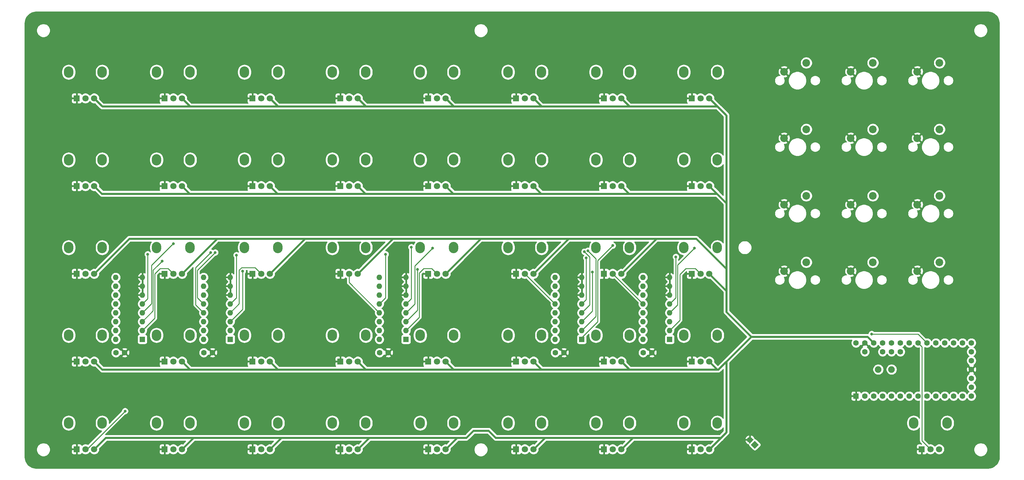
<source format=gbr>
G04 #@! TF.GenerationSoftware,KiCad,Pcbnew,(5.1.6)-1*
G04 #@! TF.CreationDate,2020-07-25T10:53:38-07:00*
G04 #@! TF.ProjectId,MIDI Mixer One v03,4d494449-204d-4697-9865-72204f6e6520,v1.0.0*
G04 #@! TF.SameCoordinates,Original*
G04 #@! TF.FileFunction,Copper,L2,Bot*
G04 #@! TF.FilePolarity,Positive*
%FSLAX46Y46*%
G04 Gerber Fmt 4.6, Leading zero omitted, Abs format (unit mm)*
G04 Created by KiCad (PCBNEW (5.1.6)-1) date 2020-07-25 10:53:38*
%MOMM*%
%LPD*%
G01*
G04 APERTURE LIST*
G04 #@! TA.AperFunction,ComponentPad*
%ADD10C,2.200000*%
G04 #@! TD*
G04 #@! TA.AperFunction,ComponentPad*
%ADD11R,1.800000X1.800000*%
G04 #@! TD*
G04 #@! TA.AperFunction,ComponentPad*
%ADD12C,1.800000*%
G04 #@! TD*
G04 #@! TA.AperFunction,ComponentPad*
%ADD13O,2.720000X3.240000*%
G04 #@! TD*
G04 #@! TA.AperFunction,ComponentPad*
%ADD14O,1.600000X1.600000*%
G04 #@! TD*
G04 #@! TA.AperFunction,ComponentPad*
%ADD15R,1.600000X1.600000*%
G04 #@! TD*
G04 #@! TA.AperFunction,ComponentPad*
%ADD16C,1.600000*%
G04 #@! TD*
G04 #@! TA.AperFunction,ComponentPad*
%ADD17C,0.100000*%
G04 #@! TD*
G04 #@! TA.AperFunction,ComponentPad*
%ADD18C,1.900000*%
G04 #@! TD*
G04 #@! TA.AperFunction,ViaPad*
%ADD19C,0.800000*%
G04 #@! TD*
G04 #@! TA.AperFunction,Conductor*
%ADD20C,0.609600*%
G04 #@! TD*
G04 #@! TA.AperFunction,Conductor*
%ADD21C,0.254000*%
G04 #@! TD*
G04 APERTURE END LIST*
D10*
X318389000Y-117729000D03*
X324739000Y-115189000D03*
D11*
X228727000Y-137541000D03*
D12*
X231227000Y-137541000D03*
X233727000Y-137541000D03*
D13*
X236027000Y-130041000D03*
X226427000Y-130041000D03*
D14*
X214757000Y-156337000D03*
X222377000Y-138557000D03*
X214757000Y-153797000D03*
X222377000Y-141097000D03*
X214757000Y-151257000D03*
X222377000Y-143637000D03*
X214757000Y-148717000D03*
X222377000Y-146177000D03*
X214757000Y-146177000D03*
X222377000Y-148717000D03*
X214757000Y-143637000D03*
X222377000Y-151257000D03*
X214757000Y-141097000D03*
X222377000Y-153797000D03*
X214757000Y-138557000D03*
D15*
X222377000Y-156337000D03*
D11*
X203581000Y-162687000D03*
D12*
X206081000Y-162687000D03*
X208581000Y-162687000D03*
D13*
X210881000Y-155187000D03*
X201281000Y-155187000D03*
D11*
X153289000Y-137541000D03*
D12*
X155789000Y-137541000D03*
X158289000Y-137541000D03*
D13*
X160589000Y-130041000D03*
X150989000Y-130041000D03*
D11*
X178435000Y-137541000D03*
D12*
X180935000Y-137541000D03*
X183435000Y-137541000D03*
D13*
X185735000Y-130041000D03*
X176135000Y-130041000D03*
D11*
X153289000Y-162687000D03*
D12*
X155789000Y-162687000D03*
X158289000Y-162687000D03*
D13*
X160589000Y-155187000D03*
X150989000Y-155187000D03*
D14*
X164465000Y-156337000D03*
X172085000Y-138557000D03*
X164465000Y-153797000D03*
X172085000Y-141097000D03*
X164465000Y-151257000D03*
X172085000Y-143637000D03*
X164465000Y-148717000D03*
X172085000Y-146177000D03*
X164465000Y-146177000D03*
X172085000Y-148717000D03*
X164465000Y-143637000D03*
X172085000Y-151257000D03*
X164465000Y-141097000D03*
X172085000Y-153797000D03*
X164465000Y-138557000D03*
D15*
X172085000Y-156337000D03*
D14*
X89027000Y-156337000D03*
X96647000Y-138557000D03*
X89027000Y-153797000D03*
X96647000Y-141097000D03*
X89027000Y-151257000D03*
X96647000Y-143637000D03*
X89027000Y-148717000D03*
X96647000Y-146177000D03*
X89027000Y-146177000D03*
X96647000Y-148717000D03*
X89027000Y-143637000D03*
X96647000Y-151257000D03*
X89027000Y-141097000D03*
X96647000Y-153797000D03*
X89027000Y-138557000D03*
D15*
X96647000Y-156337000D03*
D11*
X253873000Y-137541000D03*
D12*
X256373000Y-137541000D03*
X258873000Y-137541000D03*
D13*
X261173000Y-130041000D03*
X251573000Y-130041000D03*
D10*
X318389000Y-136779000D03*
X324739000Y-134239000D03*
D16*
X164505000Y-160147000D03*
X167005000Y-160147000D03*
X114213000Y-160147000D03*
X116713000Y-160147000D03*
X89067000Y-160147000D03*
X91567000Y-160147000D03*
X239943000Y-160147000D03*
X242443000Y-160147000D03*
X214797000Y-160147000D03*
X217297000Y-160147000D03*
X270492786Y-185148786D03*
G04 #@! TA.AperFunction,ComponentPad*
D17*
G36*
X273038371Y-186563000D02*
G01*
X271907000Y-187694371D01*
X270775629Y-186563000D01*
X271907000Y-185431629D01*
X273038371Y-186563000D01*
G37*
G04 #@! TD.AperFunction*
D18*
X307213000Y-164973000D03*
X311023000Y-164973000D03*
D15*
X300863000Y-172593000D03*
D16*
X303403000Y-172593000D03*
X305943000Y-172593000D03*
X308483000Y-172593000D03*
X311023000Y-172593000D03*
X313563000Y-172593000D03*
X316103000Y-172593000D03*
X318643000Y-172593000D03*
X321183000Y-172593000D03*
X323723000Y-172593000D03*
X326263000Y-172593000D03*
X328803000Y-172593000D03*
X331343000Y-172593000D03*
X313563000Y-159893000D03*
X311023000Y-159893000D03*
X308483000Y-159893000D03*
X303403000Y-159893000D03*
X300863000Y-157353000D03*
X303403000Y-157353000D03*
X305943000Y-157353000D03*
X308483000Y-157353000D03*
X311023000Y-157353000D03*
X313563000Y-157353000D03*
X316103000Y-157353000D03*
X318643000Y-157353000D03*
X321183000Y-157353000D03*
X323723000Y-157353000D03*
X326263000Y-157353000D03*
X328803000Y-157353000D03*
X331343000Y-157353000D03*
X333883000Y-172593000D03*
X333883000Y-170053000D03*
X333883000Y-167513000D03*
X333883000Y-157353000D03*
X333883000Y-159893000D03*
X333883000Y-162433000D03*
X333883000Y-164973000D03*
D14*
X239903000Y-156337000D03*
X247523000Y-138557000D03*
X239903000Y-153797000D03*
X247523000Y-141097000D03*
X239903000Y-151257000D03*
X247523000Y-143637000D03*
X239903000Y-148717000D03*
X247523000Y-146177000D03*
X239903000Y-146177000D03*
X247523000Y-148717000D03*
X239903000Y-143637000D03*
X247523000Y-151257000D03*
X239903000Y-141097000D03*
X247523000Y-153797000D03*
X239903000Y-138557000D03*
D15*
X247523000Y-156337000D03*
D10*
X299339000Y-136779000D03*
X305689000Y-134239000D03*
X280289000Y-117729000D03*
X286639000Y-115189000D03*
X280289000Y-136779000D03*
X286639000Y-134239000D03*
D11*
X153289000Y-187833000D03*
D12*
X155789000Y-187833000D03*
X158289000Y-187833000D03*
D13*
X160589000Y-180333000D03*
X150989000Y-180333000D03*
D14*
X114173000Y-156337000D03*
X121793000Y-138557000D03*
X114173000Y-153797000D03*
X121793000Y-141097000D03*
X114173000Y-151257000D03*
X121793000Y-143637000D03*
X114173000Y-148717000D03*
X121793000Y-146177000D03*
X114173000Y-146177000D03*
X121793000Y-148717000D03*
X114173000Y-143637000D03*
X121793000Y-151257000D03*
X114173000Y-141097000D03*
X121793000Y-153797000D03*
X114173000Y-138557000D03*
D15*
X121793000Y-156337000D03*
D10*
X299339000Y-117729000D03*
X305689000Y-115189000D03*
X318389000Y-98679000D03*
X324739000Y-96139000D03*
X299339000Y-98679000D03*
X305689000Y-96139000D03*
X280289000Y-98679000D03*
X286639000Y-96139000D03*
X318389000Y-79629000D03*
X324739000Y-77089000D03*
X299339000Y-79629000D03*
X305689000Y-77089000D03*
X280289000Y-79629000D03*
X286639000Y-77089000D03*
D13*
X317359000Y-180333000D03*
X326959000Y-180333000D03*
D12*
X324659000Y-187833000D03*
X322159000Y-187833000D03*
D11*
X319659000Y-187833000D03*
X253873000Y-187833000D03*
D12*
X256373000Y-187833000D03*
X258873000Y-187833000D03*
D13*
X261173000Y-180333000D03*
X251573000Y-180333000D03*
D11*
X253873000Y-162687000D03*
D12*
X256373000Y-162687000D03*
X258873000Y-162687000D03*
D13*
X261173000Y-155187000D03*
X251573000Y-155187000D03*
D11*
X253873000Y-112395000D03*
D12*
X256373000Y-112395000D03*
X258873000Y-112395000D03*
D13*
X261173000Y-104895000D03*
X251573000Y-104895000D03*
D11*
X253873000Y-87249000D03*
D12*
X256373000Y-87249000D03*
X258873000Y-87249000D03*
D13*
X261173000Y-79749000D03*
X251573000Y-79749000D03*
D11*
X228727000Y-187833000D03*
D12*
X231227000Y-187833000D03*
X233727000Y-187833000D03*
D13*
X236027000Y-180333000D03*
X226427000Y-180333000D03*
D11*
X228727000Y-162687000D03*
D12*
X231227000Y-162687000D03*
X233727000Y-162687000D03*
D13*
X236027000Y-155187000D03*
X226427000Y-155187000D03*
D11*
X228727000Y-112395000D03*
D12*
X231227000Y-112395000D03*
X233727000Y-112395000D03*
D13*
X236027000Y-104895000D03*
X226427000Y-104895000D03*
D11*
X228727000Y-87249000D03*
D12*
X231227000Y-87249000D03*
X233727000Y-87249000D03*
D13*
X236027000Y-79749000D03*
X226427000Y-79749000D03*
D11*
X203581000Y-187833000D03*
D12*
X206081000Y-187833000D03*
X208581000Y-187833000D03*
D13*
X210881000Y-180333000D03*
X201281000Y-180333000D03*
D11*
X203581000Y-137541000D03*
D12*
X206081000Y-137541000D03*
X208581000Y-137541000D03*
D13*
X210881000Y-130041000D03*
X201281000Y-130041000D03*
D11*
X203581000Y-112395000D03*
D12*
X206081000Y-112395000D03*
X208581000Y-112395000D03*
D13*
X210881000Y-104895000D03*
X201281000Y-104895000D03*
D11*
X203581000Y-87249000D03*
D12*
X206081000Y-87249000D03*
X208581000Y-87249000D03*
D13*
X210881000Y-79749000D03*
X201281000Y-79749000D03*
D11*
X178435000Y-187833000D03*
D12*
X180935000Y-187833000D03*
X183435000Y-187833000D03*
D13*
X185735000Y-180333000D03*
X176135000Y-180333000D03*
D11*
X178435000Y-162687000D03*
D12*
X180935000Y-162687000D03*
X183435000Y-162687000D03*
D13*
X185735000Y-155187000D03*
X176135000Y-155187000D03*
D11*
X178435000Y-112395000D03*
D12*
X180935000Y-112395000D03*
X183435000Y-112395000D03*
D13*
X185735000Y-104895000D03*
X176135000Y-104895000D03*
D11*
X178435000Y-87249000D03*
D12*
X180935000Y-87249000D03*
X183435000Y-87249000D03*
D13*
X185735000Y-79749000D03*
X176135000Y-79749000D03*
D11*
X153289000Y-112395000D03*
D12*
X155789000Y-112395000D03*
X158289000Y-112395000D03*
D13*
X160589000Y-104895000D03*
X150989000Y-104895000D03*
D11*
X153289000Y-87249000D03*
D12*
X155789000Y-87249000D03*
X158289000Y-87249000D03*
D13*
X160589000Y-79749000D03*
X150989000Y-79749000D03*
D11*
X128143000Y-187833000D03*
D12*
X130643000Y-187833000D03*
X133143000Y-187833000D03*
D13*
X135443000Y-180333000D03*
X125843000Y-180333000D03*
D11*
X128143000Y-162687000D03*
D12*
X130643000Y-162687000D03*
X133143000Y-162687000D03*
D13*
X135443000Y-155187000D03*
X125843000Y-155187000D03*
D11*
X128143000Y-137541000D03*
D12*
X130643000Y-137541000D03*
X133143000Y-137541000D03*
D13*
X135443000Y-130041000D03*
X125843000Y-130041000D03*
D11*
X128143000Y-112395000D03*
D12*
X130643000Y-112395000D03*
X133143000Y-112395000D03*
D13*
X135443000Y-104895000D03*
X125843000Y-104895000D03*
D11*
X128143000Y-87249000D03*
D12*
X130643000Y-87249000D03*
X133143000Y-87249000D03*
D13*
X135443000Y-79749000D03*
X125843000Y-79749000D03*
D11*
X102997000Y-187833000D03*
D12*
X105497000Y-187833000D03*
X107997000Y-187833000D03*
D13*
X110297000Y-180333000D03*
X100697000Y-180333000D03*
D11*
X102997000Y-162687000D03*
D12*
X105497000Y-162687000D03*
X107997000Y-162687000D03*
D13*
X110297000Y-155187000D03*
X100697000Y-155187000D03*
D11*
X102997000Y-137541000D03*
D12*
X105497000Y-137541000D03*
X107997000Y-137541000D03*
D13*
X110297000Y-130041000D03*
X100697000Y-130041000D03*
D11*
X102997000Y-112395000D03*
D12*
X105497000Y-112395000D03*
X107997000Y-112395000D03*
D13*
X110297000Y-104895000D03*
X100697000Y-104895000D03*
D11*
X102997000Y-87249000D03*
D12*
X105497000Y-87249000D03*
X107997000Y-87249000D03*
D13*
X110297000Y-79749000D03*
X100697000Y-79749000D03*
D11*
X77851000Y-187833000D03*
D12*
X80351000Y-187833000D03*
X82851000Y-187833000D03*
D13*
X85151000Y-180333000D03*
X75551000Y-180333000D03*
D11*
X77851000Y-162687000D03*
D12*
X80351000Y-162687000D03*
X82851000Y-162687000D03*
D13*
X85151000Y-155187000D03*
X75551000Y-155187000D03*
D11*
X77851000Y-137541000D03*
D12*
X80351000Y-137541000D03*
X82851000Y-137541000D03*
D13*
X85151000Y-130041000D03*
X75551000Y-130041000D03*
D11*
X77851000Y-112395000D03*
D12*
X80351000Y-112395000D03*
X82851000Y-112395000D03*
D13*
X85151000Y-104895000D03*
X75551000Y-104895000D03*
D11*
X77851000Y-87249000D03*
D12*
X80351000Y-87249000D03*
X82851000Y-87249000D03*
D13*
X85151000Y-79749000D03*
X75551000Y-79749000D03*
D19*
X262255000Y-113665000D03*
X267335000Y-156845000D03*
X269875000Y-159385000D03*
X266065000Y-117475000D03*
X305344146Y-154813000D03*
X225425000Y-137033000D03*
X175387000Y-136271000D03*
X125349000Y-136778990D03*
X102317979Y-133902021D03*
X91694000Y-176911000D03*
X98171006Y-131953000D03*
X105497000Y-128905000D03*
X117475000Y-131445000D03*
X116205000Y-131445000D03*
X123571000Y-132206998D03*
X173609002Y-129921000D03*
X179705000Y-130175000D03*
X223152311Y-131223395D03*
X223647000Y-132969000D03*
X224155000Y-130937000D03*
X231227000Y-129453000D03*
X249301000Y-132715000D03*
X254635000Y-130175000D03*
X166243004Y-131953000D03*
D20*
X263779000Y-162687000D02*
X263779000Y-167513000D01*
X263779000Y-167513000D02*
X263779000Y-182927000D01*
X263779000Y-142447000D02*
X263779000Y-141097000D01*
X82851000Y-187833000D02*
X86153000Y-184531000D01*
X233727000Y-162687000D02*
X235744984Y-164704984D01*
X107997000Y-187833000D02*
X111299000Y-184531000D01*
X111299000Y-184531000D02*
X111379000Y-184531000D01*
X86153000Y-184531000D02*
X111379000Y-184531000D01*
X136445000Y-184531000D02*
X136525000Y-184531000D01*
X133143000Y-187833000D02*
X136445000Y-184531000D01*
X111379000Y-184531000D02*
X136525000Y-184531000D01*
X158289000Y-187833000D02*
X161591000Y-184531000D01*
X161591000Y-184531000D02*
X161671000Y-184531000D01*
X136525000Y-184531000D02*
X161671000Y-184531000D01*
X186737000Y-184531000D02*
X186817000Y-184531000D01*
X183435000Y-187833000D02*
X186737000Y-184531000D01*
X161671000Y-184531000D02*
X186817000Y-184531000D01*
X211883000Y-184531000D02*
X211963000Y-184531000D01*
X208581000Y-187833000D02*
X211883000Y-184531000D01*
X237029000Y-184531000D02*
X237363000Y-184531000D01*
X233727000Y-187833000D02*
X237029000Y-184531000D01*
X211963000Y-184531000D02*
X237363000Y-184531000D01*
X237363000Y-184531000D02*
X262255000Y-184531000D01*
X262255000Y-184531000D02*
X258873000Y-187833000D01*
X263779000Y-182927000D02*
X262255000Y-184531000D01*
X263779000Y-142621000D02*
X263779000Y-141097000D01*
X261072000Y-114594000D02*
X263445000Y-116967000D01*
X235926000Y-114594000D02*
X233727000Y-112395000D01*
X261072000Y-114594000D02*
X235926000Y-114594000D01*
X258873000Y-112395000D02*
X261072000Y-114594000D01*
X85050000Y-114594000D02*
X82851000Y-112395000D01*
X111466000Y-114594000D02*
X110196000Y-114594000D01*
X110196000Y-114594000D02*
X107997000Y-112395000D01*
X111466000Y-114594000D02*
X85050000Y-114594000D01*
X135342000Y-114594000D02*
X133143000Y-112395000D01*
X135930000Y-114594000D02*
X135342000Y-114594000D01*
X135930000Y-114594000D02*
X111466000Y-114594000D01*
X160488000Y-114594000D02*
X158289000Y-112395000D01*
X161330000Y-114594000D02*
X160488000Y-114594000D01*
X161330000Y-114594000D02*
X135930000Y-114594000D01*
X185634000Y-114594000D02*
X183435000Y-112395000D01*
X186476000Y-114594000D02*
X185634000Y-114594000D01*
X186476000Y-114594000D02*
X161330000Y-114594000D01*
X210780000Y-114594000D02*
X208581000Y-112395000D01*
X211542000Y-114594000D02*
X210780000Y-114594000D01*
X261072000Y-114594000D02*
X211542000Y-114594000D01*
X211542000Y-114594000D02*
X186476000Y-114594000D01*
X260945000Y-89321000D02*
X258873000Y-87249000D01*
X261199000Y-89575000D02*
X260945000Y-89321000D01*
X85177000Y-89575000D02*
X82851000Y-87249000D01*
X261199000Y-89575000D02*
X237403000Y-89575000D01*
X237403000Y-89575000D02*
X236053000Y-89575000D01*
X110149000Y-89401000D02*
X107997000Y-87249000D01*
X110149000Y-89575000D02*
X110149000Y-89401000D01*
X110149000Y-89575000D02*
X85177000Y-89575000D01*
X135723000Y-89575000D02*
X135469000Y-89575000D01*
X135723000Y-89575000D02*
X110149000Y-89575000D01*
X186095000Y-89575000D02*
X185761000Y-89575000D01*
X185761000Y-89575000D02*
X183435000Y-87249000D01*
X210653000Y-89321000D02*
X208581000Y-87249000D01*
X210653000Y-89575000D02*
X210653000Y-89321000D01*
X235879000Y-89401000D02*
X233727000Y-87249000D01*
X235879000Y-89575000D02*
X235879000Y-89401000D01*
X237403000Y-89575000D02*
X235879000Y-89575000D01*
X235879000Y-89575000D02*
X210653000Y-89575000D01*
X263779000Y-140081000D02*
X263779000Y-136779000D01*
X263779000Y-141097000D02*
X263779000Y-140081000D01*
X213661000Y-132461000D02*
X208581000Y-137541000D01*
X188515000Y-132461000D02*
X183435000Y-137541000D01*
X87931000Y-132461000D02*
X82851000Y-137541000D01*
X113077000Y-132461000D02*
X107997000Y-137541000D01*
X138223000Y-132461000D02*
X133143000Y-137541000D01*
X263779000Y-142447000D02*
X263779000Y-142621000D01*
X258873000Y-137541000D02*
X263779000Y-142447000D01*
X263779000Y-136779000D02*
X263779000Y-134747000D01*
X263779000Y-142621000D02*
X263779000Y-138049000D01*
X263779000Y-138049000D02*
X263779000Y-137541000D01*
X263779000Y-136144000D02*
X255143000Y-127508000D01*
X263779000Y-138049000D02*
X263779000Y-136144000D01*
X118030000Y-127508000D02*
X107997000Y-137541000D01*
X255143000Y-127508000D02*
X246761000Y-127508000D01*
X246761000Y-127508000D02*
X242487208Y-127508000D01*
X222250000Y-127508000D02*
X218614000Y-127508000D01*
X218614000Y-127508000D02*
X208581000Y-137541000D01*
X193468000Y-127508000D02*
X183435000Y-137541000D01*
X198120000Y-127508000D02*
X193468000Y-127508000D01*
X222250000Y-127508000D02*
X198120000Y-127508000D01*
X198120000Y-127508000D02*
X171069000Y-127508000D01*
X148590000Y-127508000D02*
X143176000Y-127508000D01*
X143176000Y-127508000D02*
X133143000Y-137541000D01*
X171069000Y-127508000D02*
X148590000Y-127508000D01*
X92884000Y-127508000D02*
X82851000Y-137541000D01*
X122174000Y-127508000D02*
X92884000Y-127508000D01*
X148590000Y-127508000D02*
X122174000Y-127508000D01*
X122174000Y-127508000D02*
X118030000Y-127508000D01*
X160615000Y-89575000D02*
X158289000Y-87249000D01*
X210653000Y-89575000D02*
X192873000Y-89575000D01*
X192873000Y-89575000D02*
X186095000Y-89575000D01*
X164251000Y-89575000D02*
X135469000Y-89575000D01*
X192873000Y-89575000D02*
X164251000Y-89575000D01*
X164251000Y-89575000D02*
X160615000Y-89575000D01*
X135469000Y-89575000D02*
X133143000Y-87249000D01*
X263779000Y-117301000D02*
X263779000Y-117301000D01*
X263779000Y-134747000D02*
X263779000Y-121031000D01*
X263779000Y-117301000D02*
X258873000Y-112395000D01*
X263779000Y-92155000D02*
X261199000Y-89575000D01*
X263779000Y-119761000D02*
X263779000Y-92155000D01*
X263779000Y-119761000D02*
X263779000Y-117301000D01*
X263779000Y-121031000D02*
X263779000Y-119761000D01*
X270891000Y-155575000D02*
X263779000Y-162687000D01*
X263779000Y-147701000D02*
X263779000Y-142621000D01*
X270891000Y-155575000D02*
X263779000Y-148463000D01*
X263779000Y-148463000D02*
X263779000Y-147701000D01*
X227442358Y-127508000D02*
X222250000Y-127508000D01*
X261761016Y-164704984D02*
X263779000Y-162687000D01*
X261493000Y-164973000D02*
X261761016Y-164704984D01*
X211229032Y-164973000D02*
X261493000Y-164973000D01*
X261159000Y-164973000D02*
X261493000Y-164973000D01*
X258873000Y-162687000D02*
X261159000Y-164973000D01*
X210867000Y-164973000D02*
X211229032Y-164973000D01*
X208581000Y-162687000D02*
X210867000Y-164973000D01*
X185721000Y-164973000D02*
X186563000Y-164973000D01*
X183435000Y-162687000D02*
X185721000Y-164973000D01*
X210867000Y-164973000D02*
X186563000Y-164973000D01*
X85137000Y-164973000D02*
X82851000Y-162687000D01*
X110588968Y-164973000D02*
X85137000Y-164973000D01*
X110283000Y-164973000D02*
X107997000Y-162687000D01*
X135429000Y-164973000D02*
X136525000Y-164973000D01*
X133143000Y-162687000D02*
X135429000Y-164973000D01*
X136525000Y-164973000D02*
X110283000Y-164973000D01*
X160575000Y-164973000D02*
X185721000Y-164973000D01*
X158289000Y-162687000D02*
X160575000Y-164973000D01*
X160575000Y-164973000D02*
X136525000Y-164973000D01*
X243760000Y-127508000D02*
X243840000Y-127508000D01*
X233727000Y-137541000D02*
X243760000Y-127508000D01*
X246761000Y-127508000D02*
X243840000Y-127508000D01*
X243840000Y-127508000D02*
X227442358Y-127508000D01*
X158289000Y-137541000D02*
X168322000Y-127508000D01*
X168322000Y-127508000D02*
X168656000Y-127508000D01*
X171069000Y-127508000D02*
X168656000Y-127508000D01*
X305943000Y-157353000D02*
X304165000Y-155575000D01*
X304165000Y-155575000D02*
X270891000Y-155575000D01*
X197739000Y-184531000D02*
X195707000Y-182499000D01*
X211963000Y-184531000D02*
X197739000Y-184531000D01*
X189357000Y-184531000D02*
X186817000Y-184531000D01*
X195707000Y-182499000D02*
X191389000Y-182499000D01*
X191389000Y-182499000D02*
X189357000Y-184531000D01*
D21*
X319773201Y-185447201D02*
X321259001Y-186933001D01*
X321259001Y-186933001D02*
X322159000Y-187833000D01*
X319773201Y-158483201D02*
X319773201Y-185447201D01*
X318643000Y-157353000D02*
X319773201Y-158483201D01*
X321183000Y-157353000D02*
X318643000Y-154813000D01*
X318643000Y-154813000D02*
X305344146Y-154813000D01*
X225425000Y-148209000D02*
X225425000Y-137033000D01*
X222377000Y-151257000D02*
X225425000Y-148209000D01*
X175387000Y-136525000D02*
X175387000Y-136271000D01*
X175387000Y-147955000D02*
X175387000Y-136525000D01*
X172085000Y-151257000D02*
X175387000Y-147955000D01*
X121793000Y-151257000D02*
X125349000Y-147701000D01*
X125349000Y-147701000D02*
X125349000Y-136778990D01*
X99720420Y-148183580D02*
X99720420Y-136499580D01*
X96647000Y-151257000D02*
X99720420Y-148183580D01*
X100965000Y-135255000D02*
X99720420Y-136499580D01*
X102235000Y-133985000D02*
X100965000Y-135255000D01*
X80772000Y-187833000D02*
X80351000Y-187833000D01*
X91694000Y-176911000D02*
X80772000Y-187833000D01*
X96647000Y-146177000D02*
X98171006Y-144652994D01*
X98171006Y-144652994D02*
X98171006Y-131953000D01*
X96647000Y-148717000D02*
X99263210Y-146100790D01*
X99263210Y-146100790D02*
X99263210Y-138226790D01*
X99263210Y-137363210D02*
X99263210Y-138226790D01*
X99263210Y-136093210D02*
X99263210Y-137363210D01*
X99263210Y-135860790D02*
X99263210Y-136093210D01*
X99263210Y-136093210D02*
X99263210Y-135138790D01*
X105097001Y-129304999D02*
X105497000Y-128905000D01*
X99263210Y-135138790D02*
X105097001Y-129304999D01*
X103973000Y-136017000D02*
X105497000Y-137541000D01*
X96647000Y-153797000D02*
X100177630Y-150266370D01*
X101727000Y-136017000D02*
X103973000Y-136017000D01*
X100177630Y-137566370D02*
X101727000Y-136017000D01*
X100177630Y-150266370D02*
X100177630Y-137566370D01*
X112395000Y-144399000D02*
X114173000Y-146177000D01*
X117475000Y-131445000D02*
X112395000Y-136525000D01*
X112395000Y-136525000D02*
X112395000Y-144399000D01*
X114935000Y-132715000D02*
X116205000Y-131445000D01*
X111887000Y-135763000D02*
X114935000Y-132715000D01*
X114173000Y-148717000D02*
X111887000Y-146431000D01*
X111887000Y-146431000D02*
X111887000Y-135763000D01*
X130619500Y-137564500D02*
X130643000Y-137541000D01*
X128896799Y-135794799D02*
X130643000Y-137541000D01*
X125063201Y-135794799D02*
X128896799Y-135794799D01*
X124364799Y-136493201D02*
X125063201Y-135794799D01*
X121793000Y-148717000D02*
X124364799Y-146145201D01*
X124364799Y-146145201D02*
X124364799Y-136493201D01*
X123571000Y-144399000D02*
X123571000Y-132206998D01*
X121793000Y-146177000D02*
X123571000Y-144399000D01*
X155789000Y-140041000D02*
X155789000Y-137541000D01*
X164465000Y-148717000D02*
X155789000Y-140041000D01*
X173609002Y-144652998D02*
X173609002Y-129921000D01*
X172085000Y-146177000D02*
X173609002Y-144652998D01*
X179705000Y-130175000D02*
X174625000Y-135255000D01*
X174625000Y-146177000D02*
X172085000Y-148717000D01*
X174625000Y-135255000D02*
X174625000Y-146177000D01*
X177165000Y-136017000D02*
X179411000Y-136017000D01*
X175895000Y-137287000D02*
X177165000Y-136017000D01*
X172085000Y-153797000D02*
X175895000Y-149987000D01*
X179411000Y-136017000D02*
X180935000Y-137541000D01*
X175895000Y-149987000D02*
X175895000Y-137287000D01*
X224663000Y-132734084D02*
X223152311Y-131223395D01*
X224663000Y-146431000D02*
X224663000Y-132734084D01*
X222377000Y-148717000D02*
X224663000Y-146431000D01*
X222377000Y-146177000D02*
X223647000Y-144907000D01*
X223647000Y-144907000D02*
X223647000Y-132969000D01*
X214717000Y-146177000D02*
X214757000Y-146177000D01*
X206081000Y-137541000D02*
X214717000Y-146177000D01*
X226441000Y-133223000D02*
X224155000Y-130937000D01*
X222377000Y-153797000D02*
X226441000Y-149733000D01*
X226441000Y-149733000D02*
X226441000Y-133223000D01*
X222377000Y-156337000D02*
X222377000Y-155829000D01*
X222377000Y-155829000D02*
X226949000Y-151257000D01*
X226949000Y-133731000D02*
X231227000Y-129453000D01*
X226949000Y-151257000D02*
X226949000Y-133731000D01*
X231267000Y-137541000D02*
X231227000Y-137541000D01*
X239903000Y-146177000D02*
X231267000Y-137541000D01*
X249301000Y-144399000D02*
X249301000Y-132715000D01*
X247523000Y-146177000D02*
X249301000Y-144399000D01*
X249809000Y-135001000D02*
X254635000Y-130175000D01*
X247523000Y-148717000D02*
X249809000Y-146431000D01*
X249809000Y-146431000D02*
X249809000Y-135001000D01*
X250469420Y-150850580D02*
X250469420Y-137722178D01*
X247523000Y-153797000D02*
X250469420Y-150850580D01*
X250469420Y-137722178D02*
X252174598Y-136017000D01*
X252174598Y-136017000D02*
X254849000Y-136017000D01*
X254849000Y-136017000D02*
X256373000Y-137541000D01*
X164465000Y-146177000D02*
X166243004Y-144398996D01*
X166243004Y-144398996D02*
X166243004Y-131953000D01*
G36*
X339217891Y-62574515D02*
G01*
X339829565Y-62759190D01*
X340393710Y-63059151D01*
X340888856Y-63462982D01*
X341296133Y-63955297D01*
X341600026Y-64517336D01*
X341788969Y-65127709D01*
X341859001Y-65794022D01*
X341859000Y-189959721D01*
X341793485Y-190627892D01*
X341608812Y-191239561D01*
X341308848Y-191803711D01*
X340905018Y-192298855D01*
X340412703Y-192706133D01*
X339850664Y-193010026D01*
X339240292Y-193198969D01*
X338573988Y-193269000D01*
X66326279Y-193269000D01*
X65658108Y-193203485D01*
X65046439Y-193018812D01*
X64482289Y-192718848D01*
X63987145Y-192315018D01*
X63579867Y-191822703D01*
X63275974Y-191260664D01*
X63087031Y-190650292D01*
X63017000Y-189983988D01*
X63017000Y-187764495D01*
X66341000Y-187764495D01*
X66341000Y-188155505D01*
X66417282Y-188539003D01*
X66566915Y-188900250D01*
X66784149Y-189225364D01*
X67060636Y-189501851D01*
X67385750Y-189719085D01*
X67746997Y-189868718D01*
X68130495Y-189945000D01*
X68521505Y-189945000D01*
X68905003Y-189868718D01*
X69266250Y-189719085D01*
X69591364Y-189501851D01*
X69867851Y-189225364D01*
X70085085Y-188900250D01*
X70154362Y-188733000D01*
X76312928Y-188733000D01*
X76325188Y-188857482D01*
X76361498Y-188977180D01*
X76420463Y-189087494D01*
X76499815Y-189184185D01*
X76596506Y-189263537D01*
X76706820Y-189322502D01*
X76826518Y-189358812D01*
X76951000Y-189371072D01*
X77565250Y-189368000D01*
X77724000Y-189209250D01*
X77724000Y-187960000D01*
X76474750Y-187960000D01*
X76316000Y-188118750D01*
X76312928Y-188733000D01*
X70154362Y-188733000D01*
X70234718Y-188539003D01*
X70311000Y-188155505D01*
X70311000Y-187764495D01*
X70234718Y-187380997D01*
X70085085Y-187019750D01*
X70027121Y-186933000D01*
X76312928Y-186933000D01*
X76316000Y-187547250D01*
X76474750Y-187706000D01*
X77724000Y-187706000D01*
X77724000Y-186456750D01*
X77565250Y-186298000D01*
X76951000Y-186294928D01*
X76826518Y-186307188D01*
X76706820Y-186343498D01*
X76596506Y-186402463D01*
X76499815Y-186481815D01*
X76420463Y-186578506D01*
X76361498Y-186688820D01*
X76325188Y-186808518D01*
X76312928Y-186933000D01*
X70027121Y-186933000D01*
X69867851Y-186694636D01*
X69591364Y-186418149D01*
X69266250Y-186200915D01*
X68905003Y-186051282D01*
X68521505Y-185975000D01*
X68130495Y-185975000D01*
X67746997Y-186051282D01*
X67385750Y-186200915D01*
X67060636Y-186418149D01*
X66784149Y-186694636D01*
X66566915Y-187019750D01*
X66417282Y-187380997D01*
X66341000Y-187764495D01*
X63017000Y-187764495D01*
X63017000Y-179975002D01*
X73556000Y-179975002D01*
X73556000Y-180690997D01*
X73584867Y-180984087D01*
X73698943Y-181360146D01*
X73884193Y-181706725D01*
X74133497Y-182010503D01*
X74437275Y-182259807D01*
X74783853Y-182445057D01*
X75159912Y-182559133D01*
X75551000Y-182597652D01*
X75942087Y-182559133D01*
X76318146Y-182445057D01*
X76664725Y-182259807D01*
X76968503Y-182010503D01*
X77217807Y-181706725D01*
X77403057Y-181360147D01*
X77517133Y-180984088D01*
X77546000Y-180690998D01*
X77546000Y-179975003D01*
X77517133Y-179681913D01*
X77403057Y-179305853D01*
X77217807Y-178959275D01*
X76968503Y-178655497D01*
X76664725Y-178406193D01*
X76318147Y-178220943D01*
X75942088Y-178106867D01*
X75551000Y-178068348D01*
X75159913Y-178106867D01*
X74783854Y-178220943D01*
X74437276Y-178406193D01*
X74133498Y-178655497D01*
X73884193Y-178959275D01*
X73698943Y-179305853D01*
X73584867Y-179681912D01*
X73556000Y-179975002D01*
X63017000Y-179975002D01*
X63017000Y-163587000D01*
X76312928Y-163587000D01*
X76325188Y-163711482D01*
X76361498Y-163831180D01*
X76420463Y-163941494D01*
X76499815Y-164038185D01*
X76596506Y-164117537D01*
X76706820Y-164176502D01*
X76826518Y-164212812D01*
X76951000Y-164225072D01*
X77565250Y-164222000D01*
X77724000Y-164063250D01*
X77724000Y-162814000D01*
X76474750Y-162814000D01*
X76316000Y-162972750D01*
X76312928Y-163587000D01*
X63017000Y-163587000D01*
X63017000Y-161787000D01*
X76312928Y-161787000D01*
X76316000Y-162401250D01*
X76474750Y-162560000D01*
X77724000Y-162560000D01*
X77724000Y-161310750D01*
X77565250Y-161152000D01*
X76951000Y-161148928D01*
X76826518Y-161161188D01*
X76706820Y-161197498D01*
X76596506Y-161256463D01*
X76499815Y-161335815D01*
X76420463Y-161432506D01*
X76361498Y-161542820D01*
X76325188Y-161662518D01*
X76312928Y-161787000D01*
X63017000Y-161787000D01*
X63017000Y-160005665D01*
X87632000Y-160005665D01*
X87632000Y-160288335D01*
X87687147Y-160565574D01*
X87795320Y-160826727D01*
X87952363Y-161061759D01*
X88152241Y-161261637D01*
X88387273Y-161418680D01*
X88648426Y-161526853D01*
X88925665Y-161582000D01*
X89208335Y-161582000D01*
X89485574Y-161526853D01*
X89746727Y-161418680D01*
X89981759Y-161261637D01*
X90103694Y-161139702D01*
X90753903Y-161139702D01*
X90825486Y-161383671D01*
X91080996Y-161504571D01*
X91355184Y-161573300D01*
X91637512Y-161587217D01*
X91917130Y-161545787D01*
X92183292Y-161450603D01*
X92308514Y-161383671D01*
X92380097Y-161139702D01*
X91567000Y-160326605D01*
X90753903Y-161139702D01*
X90103694Y-161139702D01*
X90181637Y-161061759D01*
X90315692Y-160861131D01*
X90330329Y-160888514D01*
X90574298Y-160960097D01*
X91387395Y-160147000D01*
X91746605Y-160147000D01*
X92559702Y-160960097D01*
X92803671Y-160888514D01*
X92924571Y-160633004D01*
X92993300Y-160358816D01*
X93007217Y-160076488D01*
X92996724Y-160005665D01*
X112778000Y-160005665D01*
X112778000Y-160288335D01*
X112833147Y-160565574D01*
X112941320Y-160826727D01*
X113098363Y-161061759D01*
X113298241Y-161261637D01*
X113533273Y-161418680D01*
X113794426Y-161526853D01*
X114071665Y-161582000D01*
X114354335Y-161582000D01*
X114631574Y-161526853D01*
X114892727Y-161418680D01*
X115127759Y-161261637D01*
X115249694Y-161139702D01*
X115899903Y-161139702D01*
X115971486Y-161383671D01*
X116226996Y-161504571D01*
X116501184Y-161573300D01*
X116783512Y-161587217D01*
X117063130Y-161545787D01*
X117329292Y-161450603D01*
X117454514Y-161383671D01*
X117526097Y-161139702D01*
X116713000Y-160326605D01*
X115899903Y-161139702D01*
X115249694Y-161139702D01*
X115327637Y-161061759D01*
X115461692Y-160861131D01*
X115476329Y-160888514D01*
X115720298Y-160960097D01*
X116533395Y-160147000D01*
X116892605Y-160147000D01*
X117705702Y-160960097D01*
X117949671Y-160888514D01*
X118070571Y-160633004D01*
X118139300Y-160358816D01*
X118153217Y-160076488D01*
X118142724Y-160005665D01*
X163070000Y-160005665D01*
X163070000Y-160288335D01*
X163125147Y-160565574D01*
X163233320Y-160826727D01*
X163390363Y-161061759D01*
X163590241Y-161261637D01*
X163825273Y-161418680D01*
X164086426Y-161526853D01*
X164363665Y-161582000D01*
X164646335Y-161582000D01*
X164923574Y-161526853D01*
X165184727Y-161418680D01*
X165419759Y-161261637D01*
X165541694Y-161139702D01*
X166191903Y-161139702D01*
X166263486Y-161383671D01*
X166518996Y-161504571D01*
X166793184Y-161573300D01*
X167075512Y-161587217D01*
X167355130Y-161545787D01*
X167621292Y-161450603D01*
X167746514Y-161383671D01*
X167818097Y-161139702D01*
X167005000Y-160326605D01*
X166191903Y-161139702D01*
X165541694Y-161139702D01*
X165619637Y-161061759D01*
X165753692Y-160861131D01*
X165768329Y-160888514D01*
X166012298Y-160960097D01*
X166825395Y-160147000D01*
X167184605Y-160147000D01*
X167997702Y-160960097D01*
X168241671Y-160888514D01*
X168362571Y-160633004D01*
X168431300Y-160358816D01*
X168445217Y-160076488D01*
X168434724Y-160005665D01*
X213362000Y-160005665D01*
X213362000Y-160288335D01*
X213417147Y-160565574D01*
X213525320Y-160826727D01*
X213682363Y-161061759D01*
X213882241Y-161261637D01*
X214117273Y-161418680D01*
X214378426Y-161526853D01*
X214655665Y-161582000D01*
X214938335Y-161582000D01*
X215215574Y-161526853D01*
X215476727Y-161418680D01*
X215711759Y-161261637D01*
X215833694Y-161139702D01*
X216483903Y-161139702D01*
X216555486Y-161383671D01*
X216810996Y-161504571D01*
X217085184Y-161573300D01*
X217367512Y-161587217D01*
X217647130Y-161545787D01*
X217913292Y-161450603D01*
X218038514Y-161383671D01*
X218110097Y-161139702D01*
X217297000Y-160326605D01*
X216483903Y-161139702D01*
X215833694Y-161139702D01*
X215911637Y-161061759D01*
X216045692Y-160861131D01*
X216060329Y-160888514D01*
X216304298Y-160960097D01*
X217117395Y-160147000D01*
X217476605Y-160147000D01*
X218289702Y-160960097D01*
X218533671Y-160888514D01*
X218654571Y-160633004D01*
X218723300Y-160358816D01*
X218737217Y-160076488D01*
X218726724Y-160005665D01*
X238508000Y-160005665D01*
X238508000Y-160288335D01*
X238563147Y-160565574D01*
X238671320Y-160826727D01*
X238828363Y-161061759D01*
X239028241Y-161261637D01*
X239263273Y-161418680D01*
X239524426Y-161526853D01*
X239801665Y-161582000D01*
X240084335Y-161582000D01*
X240361574Y-161526853D01*
X240622727Y-161418680D01*
X240857759Y-161261637D01*
X240979694Y-161139702D01*
X241629903Y-161139702D01*
X241701486Y-161383671D01*
X241956996Y-161504571D01*
X242231184Y-161573300D01*
X242513512Y-161587217D01*
X242793130Y-161545787D01*
X243059292Y-161450603D01*
X243184514Y-161383671D01*
X243256097Y-161139702D01*
X242443000Y-160326605D01*
X241629903Y-161139702D01*
X240979694Y-161139702D01*
X241057637Y-161061759D01*
X241191692Y-160861131D01*
X241206329Y-160888514D01*
X241450298Y-160960097D01*
X242263395Y-160147000D01*
X242622605Y-160147000D01*
X243435702Y-160960097D01*
X243679671Y-160888514D01*
X243800571Y-160633004D01*
X243869300Y-160358816D01*
X243883217Y-160076488D01*
X243841787Y-159796870D01*
X243746603Y-159530708D01*
X243679671Y-159405486D01*
X243435702Y-159333903D01*
X242622605Y-160147000D01*
X242263395Y-160147000D01*
X241450298Y-159333903D01*
X241206329Y-159405486D01*
X241192676Y-159434341D01*
X241057637Y-159232241D01*
X240979694Y-159154298D01*
X241629903Y-159154298D01*
X242443000Y-159967395D01*
X243256097Y-159154298D01*
X243184514Y-158910329D01*
X242929004Y-158789429D01*
X242654816Y-158720700D01*
X242372488Y-158706783D01*
X242092870Y-158748213D01*
X241826708Y-158843397D01*
X241701486Y-158910329D01*
X241629903Y-159154298D01*
X240979694Y-159154298D01*
X240857759Y-159032363D01*
X240622727Y-158875320D01*
X240361574Y-158767147D01*
X240084335Y-158712000D01*
X239801665Y-158712000D01*
X239524426Y-158767147D01*
X239263273Y-158875320D01*
X239028241Y-159032363D01*
X238828363Y-159232241D01*
X238671320Y-159467273D01*
X238563147Y-159728426D01*
X238508000Y-160005665D01*
X218726724Y-160005665D01*
X218695787Y-159796870D01*
X218600603Y-159530708D01*
X218533671Y-159405486D01*
X218289702Y-159333903D01*
X217476605Y-160147000D01*
X217117395Y-160147000D01*
X216304298Y-159333903D01*
X216060329Y-159405486D01*
X216046676Y-159434341D01*
X215911637Y-159232241D01*
X215833694Y-159154298D01*
X216483903Y-159154298D01*
X217297000Y-159967395D01*
X218110097Y-159154298D01*
X218038514Y-158910329D01*
X217783004Y-158789429D01*
X217508816Y-158720700D01*
X217226488Y-158706783D01*
X216946870Y-158748213D01*
X216680708Y-158843397D01*
X216555486Y-158910329D01*
X216483903Y-159154298D01*
X215833694Y-159154298D01*
X215711759Y-159032363D01*
X215476727Y-158875320D01*
X215215574Y-158767147D01*
X214938335Y-158712000D01*
X214655665Y-158712000D01*
X214378426Y-158767147D01*
X214117273Y-158875320D01*
X213882241Y-159032363D01*
X213682363Y-159232241D01*
X213525320Y-159467273D01*
X213417147Y-159728426D01*
X213362000Y-160005665D01*
X168434724Y-160005665D01*
X168403787Y-159796870D01*
X168308603Y-159530708D01*
X168241671Y-159405486D01*
X167997702Y-159333903D01*
X167184605Y-160147000D01*
X166825395Y-160147000D01*
X166012298Y-159333903D01*
X165768329Y-159405486D01*
X165754676Y-159434341D01*
X165619637Y-159232241D01*
X165541694Y-159154298D01*
X166191903Y-159154298D01*
X167005000Y-159967395D01*
X167818097Y-159154298D01*
X167746514Y-158910329D01*
X167491004Y-158789429D01*
X167216816Y-158720700D01*
X166934488Y-158706783D01*
X166654870Y-158748213D01*
X166388708Y-158843397D01*
X166263486Y-158910329D01*
X166191903Y-159154298D01*
X165541694Y-159154298D01*
X165419759Y-159032363D01*
X165184727Y-158875320D01*
X164923574Y-158767147D01*
X164646335Y-158712000D01*
X164363665Y-158712000D01*
X164086426Y-158767147D01*
X163825273Y-158875320D01*
X163590241Y-159032363D01*
X163390363Y-159232241D01*
X163233320Y-159467273D01*
X163125147Y-159728426D01*
X163070000Y-160005665D01*
X118142724Y-160005665D01*
X118111787Y-159796870D01*
X118016603Y-159530708D01*
X117949671Y-159405486D01*
X117705702Y-159333903D01*
X116892605Y-160147000D01*
X116533395Y-160147000D01*
X115720298Y-159333903D01*
X115476329Y-159405486D01*
X115462676Y-159434341D01*
X115327637Y-159232241D01*
X115249694Y-159154298D01*
X115899903Y-159154298D01*
X116713000Y-159967395D01*
X117526097Y-159154298D01*
X117454514Y-158910329D01*
X117199004Y-158789429D01*
X116924816Y-158720700D01*
X116642488Y-158706783D01*
X116362870Y-158748213D01*
X116096708Y-158843397D01*
X115971486Y-158910329D01*
X115899903Y-159154298D01*
X115249694Y-159154298D01*
X115127759Y-159032363D01*
X114892727Y-158875320D01*
X114631574Y-158767147D01*
X114354335Y-158712000D01*
X114071665Y-158712000D01*
X113794426Y-158767147D01*
X113533273Y-158875320D01*
X113298241Y-159032363D01*
X113098363Y-159232241D01*
X112941320Y-159467273D01*
X112833147Y-159728426D01*
X112778000Y-160005665D01*
X92996724Y-160005665D01*
X92965787Y-159796870D01*
X92870603Y-159530708D01*
X92803671Y-159405486D01*
X92559702Y-159333903D01*
X91746605Y-160147000D01*
X91387395Y-160147000D01*
X90574298Y-159333903D01*
X90330329Y-159405486D01*
X90316676Y-159434341D01*
X90181637Y-159232241D01*
X90103694Y-159154298D01*
X90753903Y-159154298D01*
X91567000Y-159967395D01*
X92380097Y-159154298D01*
X92308514Y-158910329D01*
X92053004Y-158789429D01*
X91778816Y-158720700D01*
X91496488Y-158706783D01*
X91216870Y-158748213D01*
X90950708Y-158843397D01*
X90825486Y-158910329D01*
X90753903Y-159154298D01*
X90103694Y-159154298D01*
X89981759Y-159032363D01*
X89746727Y-158875320D01*
X89485574Y-158767147D01*
X89208335Y-158712000D01*
X88925665Y-158712000D01*
X88648426Y-158767147D01*
X88387273Y-158875320D01*
X88152241Y-159032363D01*
X87952363Y-159232241D01*
X87795320Y-159467273D01*
X87687147Y-159728426D01*
X87632000Y-160005665D01*
X63017000Y-160005665D01*
X63017000Y-154829002D01*
X73556000Y-154829002D01*
X73556000Y-155544997D01*
X73584867Y-155838087D01*
X73698943Y-156214146D01*
X73884193Y-156560725D01*
X74133497Y-156864503D01*
X74437275Y-157113807D01*
X74783853Y-157299057D01*
X75159912Y-157413133D01*
X75551000Y-157451652D01*
X75942087Y-157413133D01*
X76318146Y-157299057D01*
X76664725Y-157113807D01*
X76968503Y-156864503D01*
X77217807Y-156560725D01*
X77403057Y-156214147D01*
X77517133Y-155838088D01*
X77546000Y-155544998D01*
X77546000Y-154829003D01*
X77546000Y-154829002D01*
X83156000Y-154829002D01*
X83156000Y-155544997D01*
X83184867Y-155838087D01*
X83298943Y-156214146D01*
X83484193Y-156560725D01*
X83733497Y-156864503D01*
X84037275Y-157113807D01*
X84383853Y-157299057D01*
X84759912Y-157413133D01*
X85151000Y-157451652D01*
X85542087Y-157413133D01*
X85918146Y-157299057D01*
X86264725Y-157113807D01*
X86568503Y-156864503D01*
X86817807Y-156560725D01*
X87003057Y-156214147D01*
X87117133Y-155838088D01*
X87146000Y-155544998D01*
X87146000Y-154829003D01*
X87117133Y-154535913D01*
X87003057Y-154159853D01*
X86817807Y-153813275D01*
X86568503Y-153509497D01*
X86264725Y-153260193D01*
X85918147Y-153074943D01*
X85542088Y-152960867D01*
X85151000Y-152922348D01*
X84759913Y-152960867D01*
X84383854Y-153074943D01*
X84037276Y-153260193D01*
X83733498Y-153509497D01*
X83484193Y-153813275D01*
X83298943Y-154159853D01*
X83184867Y-154535912D01*
X83156000Y-154829002D01*
X77546000Y-154829002D01*
X77517133Y-154535913D01*
X77403057Y-154159853D01*
X77217807Y-153813275D01*
X76968503Y-153509497D01*
X76664725Y-153260193D01*
X76318147Y-153074943D01*
X75942088Y-152960867D01*
X75551000Y-152922348D01*
X75159913Y-152960867D01*
X74783854Y-153074943D01*
X74437276Y-153260193D01*
X74133498Y-153509497D01*
X73884193Y-153813275D01*
X73698943Y-154159853D01*
X73584867Y-154535912D01*
X73556000Y-154829002D01*
X63017000Y-154829002D01*
X63017000Y-138441000D01*
X76312928Y-138441000D01*
X76325188Y-138565482D01*
X76361498Y-138685180D01*
X76420463Y-138795494D01*
X76499815Y-138892185D01*
X76596506Y-138971537D01*
X76706820Y-139030502D01*
X76826518Y-139066812D01*
X76951000Y-139079072D01*
X77565250Y-139076000D01*
X77724000Y-138917250D01*
X77724000Y-137668000D01*
X76474750Y-137668000D01*
X76316000Y-137826750D01*
X76312928Y-138441000D01*
X63017000Y-138441000D01*
X63017000Y-136641000D01*
X76312928Y-136641000D01*
X76316000Y-137255250D01*
X76474750Y-137414000D01*
X77724000Y-137414000D01*
X77724000Y-136164750D01*
X77565250Y-136006000D01*
X76951000Y-136002928D01*
X76826518Y-136015188D01*
X76706820Y-136051498D01*
X76596506Y-136110463D01*
X76499815Y-136189815D01*
X76420463Y-136286506D01*
X76361498Y-136396820D01*
X76325188Y-136516518D01*
X76312928Y-136641000D01*
X63017000Y-136641000D01*
X63017000Y-129683002D01*
X73556000Y-129683002D01*
X73556000Y-130398997D01*
X73584867Y-130692087D01*
X73698943Y-131068146D01*
X73884193Y-131414725D01*
X74133497Y-131718503D01*
X74437275Y-131967807D01*
X74783853Y-132153057D01*
X75159912Y-132267133D01*
X75551000Y-132305652D01*
X75942087Y-132267133D01*
X76318146Y-132153057D01*
X76664725Y-131967807D01*
X76968503Y-131718503D01*
X77217807Y-131414725D01*
X77403057Y-131068147D01*
X77517133Y-130692088D01*
X77546000Y-130398998D01*
X77546000Y-129683003D01*
X77546000Y-129683002D01*
X83156000Y-129683002D01*
X83156000Y-130398997D01*
X83184867Y-130692087D01*
X83298943Y-131068146D01*
X83484193Y-131414725D01*
X83733497Y-131718503D01*
X84037275Y-131967807D01*
X84383853Y-132153057D01*
X84759912Y-132267133D01*
X85151000Y-132305652D01*
X85542087Y-132267133D01*
X85918146Y-132153057D01*
X86264725Y-131967807D01*
X86568503Y-131718503D01*
X86817807Y-131414725D01*
X87003057Y-131068147D01*
X87117133Y-130692088D01*
X87146000Y-130398998D01*
X87146000Y-129683003D01*
X87117133Y-129389913D01*
X87003057Y-129013853D01*
X86817807Y-128667275D01*
X86568503Y-128363497D01*
X86264725Y-128114193D01*
X85918147Y-127928943D01*
X85542088Y-127814867D01*
X85151000Y-127776348D01*
X84759913Y-127814867D01*
X84383854Y-127928943D01*
X84037276Y-128114193D01*
X83733498Y-128363497D01*
X83484193Y-128667275D01*
X83298943Y-129013853D01*
X83184867Y-129389912D01*
X83156000Y-129683002D01*
X77546000Y-129683002D01*
X77517133Y-129389913D01*
X77403057Y-129013853D01*
X77217807Y-128667275D01*
X76968503Y-128363497D01*
X76664725Y-128114193D01*
X76318147Y-127928943D01*
X75942088Y-127814867D01*
X75551000Y-127776348D01*
X75159913Y-127814867D01*
X74783854Y-127928943D01*
X74437276Y-128114193D01*
X74133498Y-128363497D01*
X73884193Y-128667275D01*
X73698943Y-129013853D01*
X73584867Y-129389912D01*
X73556000Y-129683002D01*
X63017000Y-129683002D01*
X63017000Y-113295000D01*
X76312928Y-113295000D01*
X76325188Y-113419482D01*
X76361498Y-113539180D01*
X76420463Y-113649494D01*
X76499815Y-113746185D01*
X76596506Y-113825537D01*
X76706820Y-113884502D01*
X76826518Y-113920812D01*
X76951000Y-113933072D01*
X77565250Y-113930000D01*
X77724000Y-113771250D01*
X77724000Y-112522000D01*
X76474750Y-112522000D01*
X76316000Y-112680750D01*
X76312928Y-113295000D01*
X63017000Y-113295000D01*
X63017000Y-111495000D01*
X76312928Y-111495000D01*
X76316000Y-112109250D01*
X76474750Y-112268000D01*
X77724000Y-112268000D01*
X77724000Y-111018750D01*
X77565250Y-110860000D01*
X76951000Y-110856928D01*
X76826518Y-110869188D01*
X76706820Y-110905498D01*
X76596506Y-110964463D01*
X76499815Y-111043815D01*
X76420463Y-111140506D01*
X76361498Y-111250820D01*
X76325188Y-111370518D01*
X76312928Y-111495000D01*
X63017000Y-111495000D01*
X63017000Y-104537002D01*
X73556000Y-104537002D01*
X73556000Y-105252997D01*
X73584867Y-105546087D01*
X73698943Y-105922146D01*
X73884193Y-106268725D01*
X74133497Y-106572503D01*
X74437275Y-106821807D01*
X74783853Y-107007057D01*
X75159912Y-107121133D01*
X75551000Y-107159652D01*
X75942087Y-107121133D01*
X76318146Y-107007057D01*
X76664725Y-106821807D01*
X76968503Y-106572503D01*
X77217807Y-106268725D01*
X77403057Y-105922147D01*
X77517133Y-105546088D01*
X77546000Y-105252998D01*
X77546000Y-104537003D01*
X77546000Y-104537002D01*
X83156000Y-104537002D01*
X83156000Y-105252997D01*
X83184867Y-105546087D01*
X83298943Y-105922146D01*
X83484193Y-106268725D01*
X83733497Y-106572503D01*
X84037275Y-106821807D01*
X84383853Y-107007057D01*
X84759912Y-107121133D01*
X85151000Y-107159652D01*
X85542087Y-107121133D01*
X85918146Y-107007057D01*
X86264725Y-106821807D01*
X86568503Y-106572503D01*
X86817807Y-106268725D01*
X87003057Y-105922147D01*
X87117133Y-105546088D01*
X87146000Y-105252998D01*
X87146000Y-104537003D01*
X87146000Y-104537002D01*
X98702000Y-104537002D01*
X98702000Y-105252997D01*
X98730867Y-105546087D01*
X98844943Y-105922146D01*
X99030193Y-106268725D01*
X99279497Y-106572503D01*
X99583275Y-106821807D01*
X99929853Y-107007057D01*
X100305912Y-107121133D01*
X100697000Y-107159652D01*
X101088087Y-107121133D01*
X101464146Y-107007057D01*
X101810725Y-106821807D01*
X102114503Y-106572503D01*
X102363807Y-106268725D01*
X102549057Y-105922147D01*
X102663133Y-105546088D01*
X102692000Y-105252998D01*
X102692000Y-104537003D01*
X102692000Y-104537002D01*
X108302000Y-104537002D01*
X108302000Y-105252997D01*
X108330867Y-105546087D01*
X108444943Y-105922146D01*
X108630193Y-106268725D01*
X108879497Y-106572503D01*
X109183275Y-106821807D01*
X109529853Y-107007057D01*
X109905912Y-107121133D01*
X110297000Y-107159652D01*
X110688087Y-107121133D01*
X111064146Y-107007057D01*
X111410725Y-106821807D01*
X111714503Y-106572503D01*
X111963807Y-106268725D01*
X112149057Y-105922147D01*
X112263133Y-105546088D01*
X112292000Y-105252998D01*
X112292000Y-104537003D01*
X112292000Y-104537002D01*
X123848000Y-104537002D01*
X123848000Y-105252997D01*
X123876867Y-105546087D01*
X123990943Y-105922146D01*
X124176193Y-106268725D01*
X124425497Y-106572503D01*
X124729275Y-106821807D01*
X125075853Y-107007057D01*
X125451912Y-107121133D01*
X125843000Y-107159652D01*
X126234087Y-107121133D01*
X126610146Y-107007057D01*
X126956725Y-106821807D01*
X127260503Y-106572503D01*
X127509807Y-106268725D01*
X127695057Y-105922147D01*
X127809133Y-105546088D01*
X127838000Y-105252998D01*
X127838000Y-104537003D01*
X127838000Y-104537002D01*
X133448000Y-104537002D01*
X133448000Y-105252997D01*
X133476867Y-105546087D01*
X133590943Y-105922146D01*
X133776193Y-106268725D01*
X134025497Y-106572503D01*
X134329275Y-106821807D01*
X134675853Y-107007057D01*
X135051912Y-107121133D01*
X135443000Y-107159652D01*
X135834087Y-107121133D01*
X136210146Y-107007057D01*
X136556725Y-106821807D01*
X136860503Y-106572503D01*
X137109807Y-106268725D01*
X137295057Y-105922147D01*
X137409133Y-105546088D01*
X137438000Y-105252998D01*
X137438000Y-104537003D01*
X137438000Y-104537002D01*
X148994000Y-104537002D01*
X148994000Y-105252997D01*
X149022867Y-105546087D01*
X149136943Y-105922146D01*
X149322193Y-106268725D01*
X149571497Y-106572503D01*
X149875275Y-106821807D01*
X150221853Y-107007057D01*
X150597912Y-107121133D01*
X150989000Y-107159652D01*
X151380087Y-107121133D01*
X151756146Y-107007057D01*
X152102725Y-106821807D01*
X152406503Y-106572503D01*
X152655807Y-106268725D01*
X152841057Y-105922147D01*
X152955133Y-105546088D01*
X152984000Y-105252998D01*
X152984000Y-104537003D01*
X152984000Y-104537002D01*
X158594000Y-104537002D01*
X158594000Y-105252997D01*
X158622867Y-105546087D01*
X158736943Y-105922146D01*
X158922193Y-106268725D01*
X159171497Y-106572503D01*
X159475275Y-106821807D01*
X159821853Y-107007057D01*
X160197912Y-107121133D01*
X160589000Y-107159652D01*
X160980087Y-107121133D01*
X161356146Y-107007057D01*
X161702725Y-106821807D01*
X162006503Y-106572503D01*
X162255807Y-106268725D01*
X162441057Y-105922147D01*
X162555133Y-105546088D01*
X162584000Y-105252998D01*
X162584000Y-104537003D01*
X162584000Y-104537002D01*
X174140000Y-104537002D01*
X174140000Y-105252997D01*
X174168867Y-105546087D01*
X174282943Y-105922146D01*
X174468193Y-106268725D01*
X174717497Y-106572503D01*
X175021275Y-106821807D01*
X175367853Y-107007057D01*
X175743912Y-107121133D01*
X176135000Y-107159652D01*
X176526087Y-107121133D01*
X176902146Y-107007057D01*
X177248725Y-106821807D01*
X177552503Y-106572503D01*
X177801807Y-106268725D01*
X177987057Y-105922147D01*
X178101133Y-105546088D01*
X178130000Y-105252998D01*
X178130000Y-104537003D01*
X178130000Y-104537002D01*
X183740000Y-104537002D01*
X183740000Y-105252997D01*
X183768867Y-105546087D01*
X183882943Y-105922146D01*
X184068193Y-106268725D01*
X184317497Y-106572503D01*
X184621275Y-106821807D01*
X184967853Y-107007057D01*
X185343912Y-107121133D01*
X185735000Y-107159652D01*
X186126087Y-107121133D01*
X186502146Y-107007057D01*
X186848725Y-106821807D01*
X187152503Y-106572503D01*
X187401807Y-106268725D01*
X187587057Y-105922147D01*
X187701133Y-105546088D01*
X187730000Y-105252998D01*
X187730000Y-104537003D01*
X187730000Y-104537002D01*
X199286000Y-104537002D01*
X199286000Y-105252997D01*
X199314867Y-105546087D01*
X199428943Y-105922146D01*
X199614193Y-106268725D01*
X199863497Y-106572503D01*
X200167275Y-106821807D01*
X200513853Y-107007057D01*
X200889912Y-107121133D01*
X201281000Y-107159652D01*
X201672087Y-107121133D01*
X202048146Y-107007057D01*
X202394725Y-106821807D01*
X202698503Y-106572503D01*
X202947807Y-106268725D01*
X203133057Y-105922147D01*
X203247133Y-105546088D01*
X203276000Y-105252998D01*
X203276000Y-104537003D01*
X203276000Y-104537002D01*
X208886000Y-104537002D01*
X208886000Y-105252997D01*
X208914867Y-105546087D01*
X209028943Y-105922146D01*
X209214193Y-106268725D01*
X209463497Y-106572503D01*
X209767275Y-106821807D01*
X210113853Y-107007057D01*
X210489912Y-107121133D01*
X210881000Y-107159652D01*
X211272087Y-107121133D01*
X211648146Y-107007057D01*
X211994725Y-106821807D01*
X212298503Y-106572503D01*
X212547807Y-106268725D01*
X212733057Y-105922147D01*
X212847133Y-105546088D01*
X212876000Y-105252998D01*
X212876000Y-104537003D01*
X212876000Y-104537002D01*
X224432000Y-104537002D01*
X224432000Y-105252997D01*
X224460867Y-105546087D01*
X224574943Y-105922146D01*
X224760193Y-106268725D01*
X225009497Y-106572503D01*
X225313275Y-106821807D01*
X225659853Y-107007057D01*
X226035912Y-107121133D01*
X226427000Y-107159652D01*
X226818087Y-107121133D01*
X227194146Y-107007057D01*
X227540725Y-106821807D01*
X227844503Y-106572503D01*
X228093807Y-106268725D01*
X228279057Y-105922147D01*
X228393133Y-105546088D01*
X228422000Y-105252998D01*
X228422000Y-104537003D01*
X228422000Y-104537002D01*
X234032000Y-104537002D01*
X234032000Y-105252997D01*
X234060867Y-105546087D01*
X234174943Y-105922146D01*
X234360193Y-106268725D01*
X234609497Y-106572503D01*
X234913275Y-106821807D01*
X235259853Y-107007057D01*
X235635912Y-107121133D01*
X236027000Y-107159652D01*
X236418087Y-107121133D01*
X236794146Y-107007057D01*
X237140725Y-106821807D01*
X237444503Y-106572503D01*
X237693807Y-106268725D01*
X237879057Y-105922147D01*
X237993133Y-105546088D01*
X238022000Y-105252998D01*
X238022000Y-104537003D01*
X238022000Y-104537002D01*
X249578000Y-104537002D01*
X249578000Y-105252997D01*
X249606867Y-105546087D01*
X249720943Y-105922146D01*
X249906193Y-106268725D01*
X250155497Y-106572503D01*
X250459275Y-106821807D01*
X250805853Y-107007057D01*
X251181912Y-107121133D01*
X251573000Y-107159652D01*
X251964087Y-107121133D01*
X252340146Y-107007057D01*
X252686725Y-106821807D01*
X252990503Y-106572503D01*
X253239807Y-106268725D01*
X253425057Y-105922147D01*
X253539133Y-105546088D01*
X253568000Y-105252998D01*
X253568000Y-104537003D01*
X253539133Y-104243913D01*
X253425057Y-103867853D01*
X253239807Y-103521275D01*
X252990503Y-103217497D01*
X252686725Y-102968193D01*
X252340147Y-102782943D01*
X251964088Y-102668867D01*
X251573000Y-102630348D01*
X251181913Y-102668867D01*
X250805854Y-102782943D01*
X250459276Y-102968193D01*
X250155498Y-103217497D01*
X249906193Y-103521275D01*
X249720943Y-103867853D01*
X249606867Y-104243912D01*
X249578000Y-104537002D01*
X238022000Y-104537002D01*
X237993133Y-104243913D01*
X237879057Y-103867853D01*
X237693807Y-103521275D01*
X237444503Y-103217497D01*
X237140725Y-102968193D01*
X236794147Y-102782943D01*
X236418088Y-102668867D01*
X236027000Y-102630348D01*
X235635913Y-102668867D01*
X235259854Y-102782943D01*
X234913276Y-102968193D01*
X234609498Y-103217497D01*
X234360193Y-103521275D01*
X234174943Y-103867853D01*
X234060867Y-104243912D01*
X234032000Y-104537002D01*
X228422000Y-104537002D01*
X228393133Y-104243913D01*
X228279057Y-103867853D01*
X228093807Y-103521275D01*
X227844503Y-103217497D01*
X227540725Y-102968193D01*
X227194147Y-102782943D01*
X226818088Y-102668867D01*
X226427000Y-102630348D01*
X226035913Y-102668867D01*
X225659854Y-102782943D01*
X225313276Y-102968193D01*
X225009498Y-103217497D01*
X224760193Y-103521275D01*
X224574943Y-103867853D01*
X224460867Y-104243912D01*
X224432000Y-104537002D01*
X212876000Y-104537002D01*
X212847133Y-104243913D01*
X212733057Y-103867853D01*
X212547807Y-103521275D01*
X212298503Y-103217497D01*
X211994725Y-102968193D01*
X211648147Y-102782943D01*
X211272088Y-102668867D01*
X210881000Y-102630348D01*
X210489913Y-102668867D01*
X210113854Y-102782943D01*
X209767276Y-102968193D01*
X209463498Y-103217497D01*
X209214193Y-103521275D01*
X209028943Y-103867853D01*
X208914867Y-104243912D01*
X208886000Y-104537002D01*
X203276000Y-104537002D01*
X203247133Y-104243913D01*
X203133057Y-103867853D01*
X202947807Y-103521275D01*
X202698503Y-103217497D01*
X202394725Y-102968193D01*
X202048147Y-102782943D01*
X201672088Y-102668867D01*
X201281000Y-102630348D01*
X200889913Y-102668867D01*
X200513854Y-102782943D01*
X200167276Y-102968193D01*
X199863498Y-103217497D01*
X199614193Y-103521275D01*
X199428943Y-103867853D01*
X199314867Y-104243912D01*
X199286000Y-104537002D01*
X187730000Y-104537002D01*
X187701133Y-104243913D01*
X187587057Y-103867853D01*
X187401807Y-103521275D01*
X187152503Y-103217497D01*
X186848725Y-102968193D01*
X186502147Y-102782943D01*
X186126088Y-102668867D01*
X185735000Y-102630348D01*
X185343913Y-102668867D01*
X184967854Y-102782943D01*
X184621276Y-102968193D01*
X184317498Y-103217497D01*
X184068193Y-103521275D01*
X183882943Y-103867853D01*
X183768867Y-104243912D01*
X183740000Y-104537002D01*
X178130000Y-104537002D01*
X178101133Y-104243913D01*
X177987057Y-103867853D01*
X177801807Y-103521275D01*
X177552503Y-103217497D01*
X177248725Y-102968193D01*
X176902147Y-102782943D01*
X176526088Y-102668867D01*
X176135000Y-102630348D01*
X175743913Y-102668867D01*
X175367854Y-102782943D01*
X175021276Y-102968193D01*
X174717498Y-103217497D01*
X174468193Y-103521275D01*
X174282943Y-103867853D01*
X174168867Y-104243912D01*
X174140000Y-104537002D01*
X162584000Y-104537002D01*
X162555133Y-104243913D01*
X162441057Y-103867853D01*
X162255807Y-103521275D01*
X162006503Y-103217497D01*
X161702725Y-102968193D01*
X161356147Y-102782943D01*
X160980088Y-102668867D01*
X160589000Y-102630348D01*
X160197913Y-102668867D01*
X159821854Y-102782943D01*
X159475276Y-102968193D01*
X159171498Y-103217497D01*
X158922193Y-103521275D01*
X158736943Y-103867853D01*
X158622867Y-104243912D01*
X158594000Y-104537002D01*
X152984000Y-104537002D01*
X152955133Y-104243913D01*
X152841057Y-103867853D01*
X152655807Y-103521275D01*
X152406503Y-103217497D01*
X152102725Y-102968193D01*
X151756147Y-102782943D01*
X151380088Y-102668867D01*
X150989000Y-102630348D01*
X150597913Y-102668867D01*
X150221854Y-102782943D01*
X149875276Y-102968193D01*
X149571498Y-103217497D01*
X149322193Y-103521275D01*
X149136943Y-103867853D01*
X149022867Y-104243912D01*
X148994000Y-104537002D01*
X137438000Y-104537002D01*
X137409133Y-104243913D01*
X137295057Y-103867853D01*
X137109807Y-103521275D01*
X136860503Y-103217497D01*
X136556725Y-102968193D01*
X136210147Y-102782943D01*
X135834088Y-102668867D01*
X135443000Y-102630348D01*
X135051913Y-102668867D01*
X134675854Y-102782943D01*
X134329276Y-102968193D01*
X134025498Y-103217497D01*
X133776193Y-103521275D01*
X133590943Y-103867853D01*
X133476867Y-104243912D01*
X133448000Y-104537002D01*
X127838000Y-104537002D01*
X127809133Y-104243913D01*
X127695057Y-103867853D01*
X127509807Y-103521275D01*
X127260503Y-103217497D01*
X126956725Y-102968193D01*
X126610147Y-102782943D01*
X126234088Y-102668867D01*
X125843000Y-102630348D01*
X125451913Y-102668867D01*
X125075854Y-102782943D01*
X124729276Y-102968193D01*
X124425498Y-103217497D01*
X124176193Y-103521275D01*
X123990943Y-103867853D01*
X123876867Y-104243912D01*
X123848000Y-104537002D01*
X112292000Y-104537002D01*
X112263133Y-104243913D01*
X112149057Y-103867853D01*
X111963807Y-103521275D01*
X111714503Y-103217497D01*
X111410725Y-102968193D01*
X111064147Y-102782943D01*
X110688088Y-102668867D01*
X110297000Y-102630348D01*
X109905913Y-102668867D01*
X109529854Y-102782943D01*
X109183276Y-102968193D01*
X108879498Y-103217497D01*
X108630193Y-103521275D01*
X108444943Y-103867853D01*
X108330867Y-104243912D01*
X108302000Y-104537002D01*
X102692000Y-104537002D01*
X102663133Y-104243913D01*
X102549057Y-103867853D01*
X102363807Y-103521275D01*
X102114503Y-103217497D01*
X101810725Y-102968193D01*
X101464147Y-102782943D01*
X101088088Y-102668867D01*
X100697000Y-102630348D01*
X100305913Y-102668867D01*
X99929854Y-102782943D01*
X99583276Y-102968193D01*
X99279498Y-103217497D01*
X99030193Y-103521275D01*
X98844943Y-103867853D01*
X98730867Y-104243912D01*
X98702000Y-104537002D01*
X87146000Y-104537002D01*
X87117133Y-104243913D01*
X87003057Y-103867853D01*
X86817807Y-103521275D01*
X86568503Y-103217497D01*
X86264725Y-102968193D01*
X85918147Y-102782943D01*
X85542088Y-102668867D01*
X85151000Y-102630348D01*
X84759913Y-102668867D01*
X84383854Y-102782943D01*
X84037276Y-102968193D01*
X83733498Y-103217497D01*
X83484193Y-103521275D01*
X83298943Y-103867853D01*
X83184867Y-104243912D01*
X83156000Y-104537002D01*
X77546000Y-104537002D01*
X77517133Y-104243913D01*
X77403057Y-103867853D01*
X77217807Y-103521275D01*
X76968503Y-103217497D01*
X76664725Y-102968193D01*
X76318147Y-102782943D01*
X75942088Y-102668867D01*
X75551000Y-102630348D01*
X75159913Y-102668867D01*
X74783854Y-102782943D01*
X74437276Y-102968193D01*
X74133498Y-103217497D01*
X73884193Y-103521275D01*
X73698943Y-103867853D01*
X73584867Y-104243912D01*
X73556000Y-104537002D01*
X63017000Y-104537002D01*
X63017000Y-88149000D01*
X76312928Y-88149000D01*
X76325188Y-88273482D01*
X76361498Y-88393180D01*
X76420463Y-88503494D01*
X76499815Y-88600185D01*
X76596506Y-88679537D01*
X76706820Y-88738502D01*
X76826518Y-88774812D01*
X76951000Y-88787072D01*
X77565250Y-88784000D01*
X77724000Y-88625250D01*
X77724000Y-87376000D01*
X76474750Y-87376000D01*
X76316000Y-87534750D01*
X76312928Y-88149000D01*
X63017000Y-88149000D01*
X63017000Y-86349000D01*
X76312928Y-86349000D01*
X76316000Y-86963250D01*
X76474750Y-87122000D01*
X77724000Y-87122000D01*
X77724000Y-85872750D01*
X77978000Y-85872750D01*
X77978000Y-87122000D01*
X77998000Y-87122000D01*
X77998000Y-87376000D01*
X77978000Y-87376000D01*
X77978000Y-88625250D01*
X78136750Y-88784000D01*
X78751000Y-88787072D01*
X78875482Y-88774812D01*
X78995180Y-88738502D01*
X79105494Y-88679537D01*
X79202185Y-88600185D01*
X79281537Y-88503494D01*
X79334880Y-88403697D01*
X79372495Y-88441312D01*
X79623905Y-88609299D01*
X79903257Y-88725011D01*
X80199816Y-88784000D01*
X80502184Y-88784000D01*
X80798743Y-88725011D01*
X81078095Y-88609299D01*
X81329505Y-88441312D01*
X81543312Y-88227505D01*
X81601000Y-88141169D01*
X81658688Y-88227505D01*
X81872495Y-88441312D01*
X82123905Y-88609299D01*
X82403257Y-88725011D01*
X82699816Y-88784000D01*
X83002184Y-88784000D01*
X83047841Y-88774918D01*
X84479818Y-90206896D01*
X84509246Y-90242754D01*
X84545104Y-90272182D01*
X84545106Y-90272184D01*
X84652348Y-90360196D01*
X84815612Y-90447462D01*
X84815614Y-90447463D01*
X84992767Y-90501202D01*
X85130833Y-90514800D01*
X85130843Y-90514800D01*
X85177000Y-90519346D01*
X85223157Y-90514800D01*
X110102833Y-90514800D01*
X110149000Y-90519347D01*
X110195167Y-90514800D01*
X135422843Y-90514800D01*
X135469000Y-90519346D01*
X135515157Y-90514800D01*
X160568843Y-90514800D01*
X160615000Y-90519346D01*
X160661157Y-90514800D01*
X185714843Y-90514800D01*
X185761000Y-90519346D01*
X185807157Y-90514800D01*
X210606833Y-90514800D01*
X210653000Y-90519347D01*
X210699167Y-90514800D01*
X235832833Y-90514800D01*
X235879000Y-90519347D01*
X235925167Y-90514800D01*
X260809724Y-90514800D01*
X262839201Y-92544278D01*
X262839201Y-103520536D01*
X262590503Y-103217497D01*
X262286725Y-102968193D01*
X261940147Y-102782943D01*
X261564088Y-102668867D01*
X261173000Y-102630348D01*
X260781913Y-102668867D01*
X260405854Y-102782943D01*
X260059276Y-102968193D01*
X259755498Y-103217497D01*
X259506193Y-103521275D01*
X259320943Y-103867853D01*
X259206867Y-104243912D01*
X259178000Y-104537002D01*
X259178000Y-105252997D01*
X259206867Y-105546087D01*
X259320943Y-105922146D01*
X259506193Y-106268725D01*
X259755497Y-106572503D01*
X260059275Y-106821807D01*
X260405853Y-107007057D01*
X260781912Y-107121133D01*
X261173000Y-107159652D01*
X261564087Y-107121133D01*
X261940146Y-107007057D01*
X262286725Y-106821807D01*
X262590503Y-106572503D01*
X262839200Y-106269464D01*
X262839200Y-115032123D01*
X261769189Y-113962112D01*
X261769184Y-113962106D01*
X261769182Y-113962104D01*
X261739754Y-113926246D01*
X261703895Y-113896817D01*
X260398918Y-112591841D01*
X260408000Y-112546184D01*
X260408000Y-112243816D01*
X260349011Y-111947257D01*
X260233299Y-111667905D01*
X260065312Y-111416495D01*
X259851505Y-111202688D01*
X259600095Y-111034701D01*
X259320743Y-110918989D01*
X259024184Y-110860000D01*
X258721816Y-110860000D01*
X258425257Y-110918989D01*
X258145905Y-111034701D01*
X257894495Y-111202688D01*
X257680688Y-111416495D01*
X257623000Y-111502831D01*
X257565312Y-111416495D01*
X257351505Y-111202688D01*
X257100095Y-111034701D01*
X256820743Y-110918989D01*
X256524184Y-110860000D01*
X256221816Y-110860000D01*
X255925257Y-110918989D01*
X255645905Y-111034701D01*
X255394495Y-111202688D01*
X255356880Y-111240303D01*
X255303537Y-111140506D01*
X255224185Y-111043815D01*
X255127494Y-110964463D01*
X255017180Y-110905498D01*
X254897482Y-110869188D01*
X254773000Y-110856928D01*
X254158750Y-110860000D01*
X254000000Y-111018750D01*
X254000000Y-112268000D01*
X254020000Y-112268000D01*
X254020000Y-112522000D01*
X254000000Y-112522000D01*
X254000000Y-112542000D01*
X253746000Y-112542000D01*
X253746000Y-112522000D01*
X252496750Y-112522000D01*
X252338000Y-112680750D01*
X252334928Y-113295000D01*
X252347188Y-113419482D01*
X252383498Y-113539180D01*
X252442463Y-113649494D01*
X252446325Y-113654200D01*
X236315278Y-113654200D01*
X235252918Y-112591841D01*
X235262000Y-112546184D01*
X235262000Y-112243816D01*
X235203011Y-111947257D01*
X235087299Y-111667905D01*
X234971768Y-111495000D01*
X252334928Y-111495000D01*
X252338000Y-112109250D01*
X252496750Y-112268000D01*
X253746000Y-112268000D01*
X253746000Y-111018750D01*
X253587250Y-110860000D01*
X252973000Y-110856928D01*
X252848518Y-110869188D01*
X252728820Y-110905498D01*
X252618506Y-110964463D01*
X252521815Y-111043815D01*
X252442463Y-111140506D01*
X252383498Y-111250820D01*
X252347188Y-111370518D01*
X252334928Y-111495000D01*
X234971768Y-111495000D01*
X234919312Y-111416495D01*
X234705505Y-111202688D01*
X234454095Y-111034701D01*
X234174743Y-110918989D01*
X233878184Y-110860000D01*
X233575816Y-110860000D01*
X233279257Y-110918989D01*
X232999905Y-111034701D01*
X232748495Y-111202688D01*
X232534688Y-111416495D01*
X232477000Y-111502831D01*
X232419312Y-111416495D01*
X232205505Y-111202688D01*
X231954095Y-111034701D01*
X231674743Y-110918989D01*
X231378184Y-110860000D01*
X231075816Y-110860000D01*
X230779257Y-110918989D01*
X230499905Y-111034701D01*
X230248495Y-111202688D01*
X230210880Y-111240303D01*
X230157537Y-111140506D01*
X230078185Y-111043815D01*
X229981494Y-110964463D01*
X229871180Y-110905498D01*
X229751482Y-110869188D01*
X229627000Y-110856928D01*
X229012750Y-110860000D01*
X228854000Y-111018750D01*
X228854000Y-112268000D01*
X228874000Y-112268000D01*
X228874000Y-112522000D01*
X228854000Y-112522000D01*
X228854000Y-112542000D01*
X228600000Y-112542000D01*
X228600000Y-112522000D01*
X227350750Y-112522000D01*
X227192000Y-112680750D01*
X227188928Y-113295000D01*
X227201188Y-113419482D01*
X227237498Y-113539180D01*
X227296463Y-113649494D01*
X227300325Y-113654200D01*
X211169278Y-113654200D01*
X210106918Y-112591841D01*
X210116000Y-112546184D01*
X210116000Y-112243816D01*
X210057011Y-111947257D01*
X209941299Y-111667905D01*
X209825768Y-111495000D01*
X227188928Y-111495000D01*
X227192000Y-112109250D01*
X227350750Y-112268000D01*
X228600000Y-112268000D01*
X228600000Y-111018750D01*
X228441250Y-110860000D01*
X227827000Y-110856928D01*
X227702518Y-110869188D01*
X227582820Y-110905498D01*
X227472506Y-110964463D01*
X227375815Y-111043815D01*
X227296463Y-111140506D01*
X227237498Y-111250820D01*
X227201188Y-111370518D01*
X227188928Y-111495000D01*
X209825768Y-111495000D01*
X209773312Y-111416495D01*
X209559505Y-111202688D01*
X209308095Y-111034701D01*
X209028743Y-110918989D01*
X208732184Y-110860000D01*
X208429816Y-110860000D01*
X208133257Y-110918989D01*
X207853905Y-111034701D01*
X207602495Y-111202688D01*
X207388688Y-111416495D01*
X207331000Y-111502831D01*
X207273312Y-111416495D01*
X207059505Y-111202688D01*
X206808095Y-111034701D01*
X206528743Y-110918989D01*
X206232184Y-110860000D01*
X205929816Y-110860000D01*
X205633257Y-110918989D01*
X205353905Y-111034701D01*
X205102495Y-111202688D01*
X205064880Y-111240303D01*
X205011537Y-111140506D01*
X204932185Y-111043815D01*
X204835494Y-110964463D01*
X204725180Y-110905498D01*
X204605482Y-110869188D01*
X204481000Y-110856928D01*
X203866750Y-110860000D01*
X203708000Y-111018750D01*
X203708000Y-112268000D01*
X203728000Y-112268000D01*
X203728000Y-112522000D01*
X203708000Y-112522000D01*
X203708000Y-112542000D01*
X203454000Y-112542000D01*
X203454000Y-112522000D01*
X202204750Y-112522000D01*
X202046000Y-112680750D01*
X202042928Y-113295000D01*
X202055188Y-113419482D01*
X202091498Y-113539180D01*
X202150463Y-113649494D01*
X202154325Y-113654200D01*
X186023278Y-113654200D01*
X184960918Y-112591841D01*
X184970000Y-112546184D01*
X184970000Y-112243816D01*
X184911011Y-111947257D01*
X184795299Y-111667905D01*
X184679768Y-111495000D01*
X202042928Y-111495000D01*
X202046000Y-112109250D01*
X202204750Y-112268000D01*
X203454000Y-112268000D01*
X203454000Y-111018750D01*
X203295250Y-110860000D01*
X202681000Y-110856928D01*
X202556518Y-110869188D01*
X202436820Y-110905498D01*
X202326506Y-110964463D01*
X202229815Y-111043815D01*
X202150463Y-111140506D01*
X202091498Y-111250820D01*
X202055188Y-111370518D01*
X202042928Y-111495000D01*
X184679768Y-111495000D01*
X184627312Y-111416495D01*
X184413505Y-111202688D01*
X184162095Y-111034701D01*
X183882743Y-110918989D01*
X183586184Y-110860000D01*
X183283816Y-110860000D01*
X182987257Y-110918989D01*
X182707905Y-111034701D01*
X182456495Y-111202688D01*
X182242688Y-111416495D01*
X182185000Y-111502831D01*
X182127312Y-111416495D01*
X181913505Y-111202688D01*
X181662095Y-111034701D01*
X181382743Y-110918989D01*
X181086184Y-110860000D01*
X180783816Y-110860000D01*
X180487257Y-110918989D01*
X180207905Y-111034701D01*
X179956495Y-111202688D01*
X179918880Y-111240303D01*
X179865537Y-111140506D01*
X179786185Y-111043815D01*
X179689494Y-110964463D01*
X179579180Y-110905498D01*
X179459482Y-110869188D01*
X179335000Y-110856928D01*
X178720750Y-110860000D01*
X178562000Y-111018750D01*
X178562000Y-112268000D01*
X178582000Y-112268000D01*
X178582000Y-112522000D01*
X178562000Y-112522000D01*
X178562000Y-112542000D01*
X178308000Y-112542000D01*
X178308000Y-112522000D01*
X177058750Y-112522000D01*
X176900000Y-112680750D01*
X176896928Y-113295000D01*
X176909188Y-113419482D01*
X176945498Y-113539180D01*
X177004463Y-113649494D01*
X177008325Y-113654200D01*
X160877278Y-113654200D01*
X159814918Y-112591841D01*
X159824000Y-112546184D01*
X159824000Y-112243816D01*
X159765011Y-111947257D01*
X159649299Y-111667905D01*
X159533768Y-111495000D01*
X176896928Y-111495000D01*
X176900000Y-112109250D01*
X177058750Y-112268000D01*
X178308000Y-112268000D01*
X178308000Y-111018750D01*
X178149250Y-110860000D01*
X177535000Y-110856928D01*
X177410518Y-110869188D01*
X177290820Y-110905498D01*
X177180506Y-110964463D01*
X177083815Y-111043815D01*
X177004463Y-111140506D01*
X176945498Y-111250820D01*
X176909188Y-111370518D01*
X176896928Y-111495000D01*
X159533768Y-111495000D01*
X159481312Y-111416495D01*
X159267505Y-111202688D01*
X159016095Y-111034701D01*
X158736743Y-110918989D01*
X158440184Y-110860000D01*
X158137816Y-110860000D01*
X157841257Y-110918989D01*
X157561905Y-111034701D01*
X157310495Y-111202688D01*
X157096688Y-111416495D01*
X157039000Y-111502831D01*
X156981312Y-111416495D01*
X156767505Y-111202688D01*
X156516095Y-111034701D01*
X156236743Y-110918989D01*
X155940184Y-110860000D01*
X155637816Y-110860000D01*
X155341257Y-110918989D01*
X155061905Y-111034701D01*
X154810495Y-111202688D01*
X154772880Y-111240303D01*
X154719537Y-111140506D01*
X154640185Y-111043815D01*
X154543494Y-110964463D01*
X154433180Y-110905498D01*
X154313482Y-110869188D01*
X154189000Y-110856928D01*
X153574750Y-110860000D01*
X153416000Y-111018750D01*
X153416000Y-112268000D01*
X153436000Y-112268000D01*
X153436000Y-112522000D01*
X153416000Y-112522000D01*
X153416000Y-112542000D01*
X153162000Y-112542000D01*
X153162000Y-112522000D01*
X151912750Y-112522000D01*
X151754000Y-112680750D01*
X151750928Y-113295000D01*
X151763188Y-113419482D01*
X151799498Y-113539180D01*
X151858463Y-113649494D01*
X151862325Y-113654200D01*
X135731278Y-113654200D01*
X134668918Y-112591841D01*
X134678000Y-112546184D01*
X134678000Y-112243816D01*
X134619011Y-111947257D01*
X134503299Y-111667905D01*
X134387768Y-111495000D01*
X151750928Y-111495000D01*
X151754000Y-112109250D01*
X151912750Y-112268000D01*
X153162000Y-112268000D01*
X153162000Y-111018750D01*
X153003250Y-110860000D01*
X152389000Y-110856928D01*
X152264518Y-110869188D01*
X152144820Y-110905498D01*
X152034506Y-110964463D01*
X151937815Y-111043815D01*
X151858463Y-111140506D01*
X151799498Y-111250820D01*
X151763188Y-111370518D01*
X151750928Y-111495000D01*
X134387768Y-111495000D01*
X134335312Y-111416495D01*
X134121505Y-111202688D01*
X133870095Y-111034701D01*
X133590743Y-110918989D01*
X133294184Y-110860000D01*
X132991816Y-110860000D01*
X132695257Y-110918989D01*
X132415905Y-111034701D01*
X132164495Y-111202688D01*
X131950688Y-111416495D01*
X131893000Y-111502831D01*
X131835312Y-111416495D01*
X131621505Y-111202688D01*
X131370095Y-111034701D01*
X131090743Y-110918989D01*
X130794184Y-110860000D01*
X130491816Y-110860000D01*
X130195257Y-110918989D01*
X129915905Y-111034701D01*
X129664495Y-111202688D01*
X129626880Y-111240303D01*
X129573537Y-111140506D01*
X129494185Y-111043815D01*
X129397494Y-110964463D01*
X129287180Y-110905498D01*
X129167482Y-110869188D01*
X129043000Y-110856928D01*
X128428750Y-110860000D01*
X128270000Y-111018750D01*
X128270000Y-112268000D01*
X128290000Y-112268000D01*
X128290000Y-112522000D01*
X128270000Y-112522000D01*
X128270000Y-112542000D01*
X128016000Y-112542000D01*
X128016000Y-112522000D01*
X126766750Y-112522000D01*
X126608000Y-112680750D01*
X126604928Y-113295000D01*
X126617188Y-113419482D01*
X126653498Y-113539180D01*
X126712463Y-113649494D01*
X126716325Y-113654200D01*
X110585278Y-113654200D01*
X109522918Y-112591841D01*
X109532000Y-112546184D01*
X109532000Y-112243816D01*
X109473011Y-111947257D01*
X109357299Y-111667905D01*
X109241768Y-111495000D01*
X126604928Y-111495000D01*
X126608000Y-112109250D01*
X126766750Y-112268000D01*
X128016000Y-112268000D01*
X128016000Y-111018750D01*
X127857250Y-110860000D01*
X127243000Y-110856928D01*
X127118518Y-110869188D01*
X126998820Y-110905498D01*
X126888506Y-110964463D01*
X126791815Y-111043815D01*
X126712463Y-111140506D01*
X126653498Y-111250820D01*
X126617188Y-111370518D01*
X126604928Y-111495000D01*
X109241768Y-111495000D01*
X109189312Y-111416495D01*
X108975505Y-111202688D01*
X108724095Y-111034701D01*
X108444743Y-110918989D01*
X108148184Y-110860000D01*
X107845816Y-110860000D01*
X107549257Y-110918989D01*
X107269905Y-111034701D01*
X107018495Y-111202688D01*
X106804688Y-111416495D01*
X106747000Y-111502831D01*
X106689312Y-111416495D01*
X106475505Y-111202688D01*
X106224095Y-111034701D01*
X105944743Y-110918989D01*
X105648184Y-110860000D01*
X105345816Y-110860000D01*
X105049257Y-110918989D01*
X104769905Y-111034701D01*
X104518495Y-111202688D01*
X104480880Y-111240303D01*
X104427537Y-111140506D01*
X104348185Y-111043815D01*
X104251494Y-110964463D01*
X104141180Y-110905498D01*
X104021482Y-110869188D01*
X103897000Y-110856928D01*
X103282750Y-110860000D01*
X103124000Y-111018750D01*
X103124000Y-112268000D01*
X103144000Y-112268000D01*
X103144000Y-112522000D01*
X103124000Y-112522000D01*
X103124000Y-112542000D01*
X102870000Y-112542000D01*
X102870000Y-112522000D01*
X101620750Y-112522000D01*
X101462000Y-112680750D01*
X101458928Y-113295000D01*
X101471188Y-113419482D01*
X101507498Y-113539180D01*
X101566463Y-113649494D01*
X101570325Y-113654200D01*
X85439278Y-113654200D01*
X84376918Y-112591841D01*
X84386000Y-112546184D01*
X84386000Y-112243816D01*
X84327011Y-111947257D01*
X84211299Y-111667905D01*
X84095768Y-111495000D01*
X101458928Y-111495000D01*
X101462000Y-112109250D01*
X101620750Y-112268000D01*
X102870000Y-112268000D01*
X102870000Y-111018750D01*
X102711250Y-110860000D01*
X102097000Y-110856928D01*
X101972518Y-110869188D01*
X101852820Y-110905498D01*
X101742506Y-110964463D01*
X101645815Y-111043815D01*
X101566463Y-111140506D01*
X101507498Y-111250820D01*
X101471188Y-111370518D01*
X101458928Y-111495000D01*
X84095768Y-111495000D01*
X84043312Y-111416495D01*
X83829505Y-111202688D01*
X83578095Y-111034701D01*
X83298743Y-110918989D01*
X83002184Y-110860000D01*
X82699816Y-110860000D01*
X82403257Y-110918989D01*
X82123905Y-111034701D01*
X81872495Y-111202688D01*
X81658688Y-111416495D01*
X81601000Y-111502831D01*
X81543312Y-111416495D01*
X81329505Y-111202688D01*
X81078095Y-111034701D01*
X80798743Y-110918989D01*
X80502184Y-110860000D01*
X80199816Y-110860000D01*
X79903257Y-110918989D01*
X79623905Y-111034701D01*
X79372495Y-111202688D01*
X79334880Y-111240303D01*
X79281537Y-111140506D01*
X79202185Y-111043815D01*
X79105494Y-110964463D01*
X78995180Y-110905498D01*
X78875482Y-110869188D01*
X78751000Y-110856928D01*
X78136750Y-110860000D01*
X77978000Y-111018750D01*
X77978000Y-112268000D01*
X77998000Y-112268000D01*
X77998000Y-112522000D01*
X77978000Y-112522000D01*
X77978000Y-113771250D01*
X78136750Y-113930000D01*
X78751000Y-113933072D01*
X78875482Y-113920812D01*
X78995180Y-113884502D01*
X79105494Y-113825537D01*
X79202185Y-113746185D01*
X79281537Y-113649494D01*
X79334880Y-113549697D01*
X79372495Y-113587312D01*
X79623905Y-113755299D01*
X79903257Y-113871011D01*
X80199816Y-113930000D01*
X80502184Y-113930000D01*
X80798743Y-113871011D01*
X81078095Y-113755299D01*
X81329505Y-113587312D01*
X81543312Y-113373505D01*
X81601000Y-113287169D01*
X81658688Y-113373505D01*
X81872495Y-113587312D01*
X82123905Y-113755299D01*
X82403257Y-113871011D01*
X82699816Y-113930000D01*
X83002184Y-113930000D01*
X83047841Y-113920918D01*
X84352818Y-115225896D01*
X84382246Y-115261754D01*
X84418104Y-115291182D01*
X84418106Y-115291184D01*
X84525348Y-115379196D01*
X84688614Y-115466463D01*
X84865767Y-115520202D01*
X85003833Y-115533800D01*
X85003835Y-115533800D01*
X85050000Y-115538347D01*
X85096165Y-115533800D01*
X110149835Y-115533800D01*
X110196000Y-115538347D01*
X110242165Y-115533800D01*
X135295835Y-115533800D01*
X135342000Y-115538347D01*
X135388165Y-115533800D01*
X160441835Y-115533800D01*
X160488000Y-115538347D01*
X160534165Y-115533800D01*
X185587835Y-115533800D01*
X185634000Y-115538347D01*
X185680165Y-115533800D01*
X210733835Y-115533800D01*
X210780000Y-115538347D01*
X210826165Y-115533800D01*
X235879835Y-115533800D01*
X235926000Y-115538347D01*
X235972165Y-115533800D01*
X260682723Y-115533800D01*
X262839200Y-117690278D01*
X262839200Y-119807166D01*
X262839201Y-119807175D01*
X262839200Y-121077166D01*
X262839201Y-121077176D01*
X262839200Y-128666536D01*
X262590503Y-128363497D01*
X262286725Y-128114193D01*
X261940147Y-127928943D01*
X261564088Y-127814867D01*
X261173000Y-127776348D01*
X260781913Y-127814867D01*
X260405854Y-127928943D01*
X260059276Y-128114193D01*
X259755498Y-128363497D01*
X259506193Y-128667275D01*
X259320943Y-129013853D01*
X259206867Y-129389912D01*
X259178000Y-129683002D01*
X259178000Y-130213923D01*
X255840191Y-126876115D01*
X255810754Y-126840246D01*
X255667651Y-126722804D01*
X255504386Y-126635537D01*
X255327233Y-126581798D01*
X255189167Y-126568200D01*
X255189157Y-126568200D01*
X255143000Y-126563654D01*
X255096843Y-126568200D01*
X243806157Y-126568200D01*
X243760000Y-126563654D01*
X243713843Y-126568200D01*
X218660157Y-126568200D01*
X218614000Y-126563654D01*
X218567843Y-126568200D01*
X193514157Y-126568200D01*
X193468000Y-126563654D01*
X193421843Y-126568200D01*
X168368157Y-126568200D01*
X168322000Y-126563654D01*
X168275843Y-126568200D01*
X143222157Y-126568200D01*
X143176000Y-126563654D01*
X143129843Y-126568200D01*
X118076157Y-126568200D01*
X118030000Y-126563654D01*
X117983843Y-126568200D01*
X92930157Y-126568200D01*
X92884000Y-126563654D01*
X92837843Y-126568200D01*
X92837833Y-126568200D01*
X92699767Y-126581798D01*
X92522614Y-126635537D01*
X92359348Y-126722804D01*
X92252106Y-126810816D01*
X92216246Y-126840246D01*
X92186818Y-126876104D01*
X87299111Y-131763812D01*
X87299106Y-131763816D01*
X83047842Y-136015082D01*
X83002184Y-136006000D01*
X82699816Y-136006000D01*
X82403257Y-136064989D01*
X82123905Y-136180701D01*
X81872495Y-136348688D01*
X81658688Y-136562495D01*
X81601000Y-136648831D01*
X81543312Y-136562495D01*
X81329505Y-136348688D01*
X81078095Y-136180701D01*
X80798743Y-136064989D01*
X80502184Y-136006000D01*
X80199816Y-136006000D01*
X79903257Y-136064989D01*
X79623905Y-136180701D01*
X79372495Y-136348688D01*
X79334880Y-136386303D01*
X79281537Y-136286506D01*
X79202185Y-136189815D01*
X79105494Y-136110463D01*
X78995180Y-136051498D01*
X78875482Y-136015188D01*
X78751000Y-136002928D01*
X78136750Y-136006000D01*
X77978000Y-136164750D01*
X77978000Y-137414000D01*
X77998000Y-137414000D01*
X77998000Y-137668000D01*
X77978000Y-137668000D01*
X77978000Y-138917250D01*
X78136750Y-139076000D01*
X78751000Y-139079072D01*
X78875482Y-139066812D01*
X78995180Y-139030502D01*
X79105494Y-138971537D01*
X79202185Y-138892185D01*
X79281537Y-138795494D01*
X79334880Y-138695697D01*
X79372495Y-138733312D01*
X79623905Y-138901299D01*
X79903257Y-139017011D01*
X80199816Y-139076000D01*
X80502184Y-139076000D01*
X80798743Y-139017011D01*
X81078095Y-138901299D01*
X81329505Y-138733312D01*
X81543312Y-138519505D01*
X81601000Y-138433169D01*
X81658688Y-138519505D01*
X81872495Y-138733312D01*
X82123905Y-138901299D01*
X82403257Y-139017011D01*
X82699816Y-139076000D01*
X83002184Y-139076000D01*
X83298743Y-139017011D01*
X83578095Y-138901299D01*
X83829505Y-138733312D01*
X84043312Y-138519505D01*
X84112695Y-138415665D01*
X87592000Y-138415665D01*
X87592000Y-138698335D01*
X87647147Y-138975574D01*
X87755320Y-139236727D01*
X87912363Y-139471759D01*
X88112241Y-139671637D01*
X88344759Y-139827000D01*
X88112241Y-139982363D01*
X87912363Y-140182241D01*
X87755320Y-140417273D01*
X87647147Y-140678426D01*
X87592000Y-140955665D01*
X87592000Y-141238335D01*
X87647147Y-141515574D01*
X87755320Y-141776727D01*
X87912363Y-142011759D01*
X88112241Y-142211637D01*
X88344759Y-142367000D01*
X88112241Y-142522363D01*
X87912363Y-142722241D01*
X87755320Y-142957273D01*
X87647147Y-143218426D01*
X87592000Y-143495665D01*
X87592000Y-143778335D01*
X87647147Y-144055574D01*
X87755320Y-144316727D01*
X87912363Y-144551759D01*
X88112241Y-144751637D01*
X88344759Y-144907000D01*
X88112241Y-145062363D01*
X87912363Y-145262241D01*
X87755320Y-145497273D01*
X87647147Y-145758426D01*
X87592000Y-146035665D01*
X87592000Y-146318335D01*
X87647147Y-146595574D01*
X87755320Y-146856727D01*
X87912363Y-147091759D01*
X88112241Y-147291637D01*
X88344759Y-147447000D01*
X88112241Y-147602363D01*
X87912363Y-147802241D01*
X87755320Y-148037273D01*
X87647147Y-148298426D01*
X87592000Y-148575665D01*
X87592000Y-148858335D01*
X87647147Y-149135574D01*
X87755320Y-149396727D01*
X87912363Y-149631759D01*
X88112241Y-149831637D01*
X88344759Y-149987000D01*
X88112241Y-150142363D01*
X87912363Y-150342241D01*
X87755320Y-150577273D01*
X87647147Y-150838426D01*
X87592000Y-151115665D01*
X87592000Y-151398335D01*
X87647147Y-151675574D01*
X87755320Y-151936727D01*
X87912363Y-152171759D01*
X88112241Y-152371637D01*
X88344759Y-152527000D01*
X88112241Y-152682363D01*
X87912363Y-152882241D01*
X87755320Y-153117273D01*
X87647147Y-153378426D01*
X87592000Y-153655665D01*
X87592000Y-153938335D01*
X87647147Y-154215574D01*
X87755320Y-154476727D01*
X87912363Y-154711759D01*
X88112241Y-154911637D01*
X88344759Y-155067000D01*
X88112241Y-155222363D01*
X87912363Y-155422241D01*
X87755320Y-155657273D01*
X87647147Y-155918426D01*
X87592000Y-156195665D01*
X87592000Y-156478335D01*
X87647147Y-156755574D01*
X87755320Y-157016727D01*
X87912363Y-157251759D01*
X88112241Y-157451637D01*
X88347273Y-157608680D01*
X88608426Y-157716853D01*
X88885665Y-157772000D01*
X89168335Y-157772000D01*
X89445574Y-157716853D01*
X89706727Y-157608680D01*
X89941759Y-157451637D01*
X90141637Y-157251759D01*
X90298680Y-157016727D01*
X90406853Y-156755574D01*
X90462000Y-156478335D01*
X90462000Y-156195665D01*
X90406853Y-155918426D01*
X90298680Y-155657273D01*
X90141637Y-155422241D01*
X89941759Y-155222363D01*
X89709241Y-155067000D01*
X89941759Y-154911637D01*
X90141637Y-154711759D01*
X90298680Y-154476727D01*
X90406853Y-154215574D01*
X90462000Y-153938335D01*
X90462000Y-153655665D01*
X90406853Y-153378426D01*
X90298680Y-153117273D01*
X90141637Y-152882241D01*
X89941759Y-152682363D01*
X89709241Y-152527000D01*
X89941759Y-152371637D01*
X90141637Y-152171759D01*
X90298680Y-151936727D01*
X90406853Y-151675574D01*
X90462000Y-151398335D01*
X90462000Y-151115665D01*
X90406853Y-150838426D01*
X90298680Y-150577273D01*
X90141637Y-150342241D01*
X89941759Y-150142363D01*
X89709241Y-149987000D01*
X89941759Y-149831637D01*
X90141637Y-149631759D01*
X90298680Y-149396727D01*
X90406853Y-149135574D01*
X90462000Y-148858335D01*
X90462000Y-148575665D01*
X90406853Y-148298426D01*
X90298680Y-148037273D01*
X90141637Y-147802241D01*
X89941759Y-147602363D01*
X89709241Y-147447000D01*
X89941759Y-147291637D01*
X90141637Y-147091759D01*
X90298680Y-146856727D01*
X90406853Y-146595574D01*
X90462000Y-146318335D01*
X90462000Y-146035665D01*
X90406853Y-145758426D01*
X90298680Y-145497273D01*
X90141637Y-145262241D01*
X89941759Y-145062363D01*
X89709241Y-144907000D01*
X89941759Y-144751637D01*
X90141637Y-144551759D01*
X90298680Y-144316727D01*
X90406853Y-144055574D01*
X90462000Y-143778335D01*
X90462000Y-143495665D01*
X90406853Y-143218426D01*
X90298680Y-142957273D01*
X90141637Y-142722241D01*
X89941759Y-142522363D01*
X89709241Y-142367000D01*
X89941759Y-142211637D01*
X90141637Y-142011759D01*
X90298680Y-141776727D01*
X90406853Y-141515574D01*
X90420684Y-141446039D01*
X95255096Y-141446039D01*
X95295754Y-141580087D01*
X95415963Y-141834420D01*
X95583481Y-142060414D01*
X95791869Y-142249385D01*
X95987982Y-142367000D01*
X95791869Y-142484615D01*
X95583481Y-142673586D01*
X95415963Y-142899580D01*
X95295754Y-143153913D01*
X95255096Y-143287961D01*
X95377085Y-143510000D01*
X96520000Y-143510000D01*
X96520000Y-141224000D01*
X95377085Y-141224000D01*
X95255096Y-141446039D01*
X90420684Y-141446039D01*
X90462000Y-141238335D01*
X90462000Y-140955665D01*
X90406853Y-140678426D01*
X90298680Y-140417273D01*
X90141637Y-140182241D01*
X89941759Y-139982363D01*
X89709241Y-139827000D01*
X89941759Y-139671637D01*
X90141637Y-139471759D01*
X90298680Y-139236727D01*
X90406853Y-138975574D01*
X90420684Y-138906039D01*
X95255096Y-138906039D01*
X95295754Y-139040087D01*
X95415963Y-139294420D01*
X95583481Y-139520414D01*
X95791869Y-139709385D01*
X95987982Y-139827000D01*
X95791869Y-139944615D01*
X95583481Y-140133586D01*
X95415963Y-140359580D01*
X95295754Y-140613913D01*
X95255096Y-140747961D01*
X95377085Y-140970000D01*
X96520000Y-140970000D01*
X96520000Y-138684000D01*
X95377085Y-138684000D01*
X95255096Y-138906039D01*
X90420684Y-138906039D01*
X90462000Y-138698335D01*
X90462000Y-138415665D01*
X90420685Y-138207961D01*
X95255096Y-138207961D01*
X95377085Y-138430000D01*
X96520000Y-138430000D01*
X96520000Y-137286376D01*
X96297960Y-137165091D01*
X96033119Y-137259930D01*
X95791869Y-137404615D01*
X95583481Y-137593586D01*
X95415963Y-137819580D01*
X95295754Y-138073913D01*
X95255096Y-138207961D01*
X90420685Y-138207961D01*
X90406853Y-138138426D01*
X90298680Y-137877273D01*
X90141637Y-137642241D01*
X89941759Y-137442363D01*
X89706727Y-137285320D01*
X89445574Y-137177147D01*
X89168335Y-137122000D01*
X88885665Y-137122000D01*
X88608426Y-137177147D01*
X88347273Y-137285320D01*
X88112241Y-137442363D01*
X87912363Y-137642241D01*
X87755320Y-137877273D01*
X87647147Y-138138426D01*
X87592000Y-138415665D01*
X84112695Y-138415665D01*
X84211299Y-138268095D01*
X84327011Y-137988743D01*
X84386000Y-137692184D01*
X84386000Y-137389816D01*
X84376918Y-137344158D01*
X84764584Y-136956492D01*
X88628184Y-133092894D01*
X88628188Y-133092889D01*
X93273278Y-128447800D01*
X99210312Y-128447800D01*
X99030193Y-128667275D01*
X98844943Y-129013853D01*
X98730867Y-129389912D01*
X98702000Y-129683002D01*
X98702000Y-130398997D01*
X98730867Y-130692087D01*
X98844943Y-131068146D01*
X98954121Y-131272404D01*
X98830780Y-131149063D01*
X98661262Y-131035795D01*
X98472904Y-130957774D01*
X98272945Y-130918000D01*
X98069067Y-130918000D01*
X97869108Y-130957774D01*
X97680750Y-131035795D01*
X97511232Y-131149063D01*
X97367069Y-131293226D01*
X97253801Y-131462744D01*
X97175780Y-131651102D01*
X97136006Y-131851061D01*
X97136006Y-132054939D01*
X97175780Y-132254898D01*
X97253801Y-132443256D01*
X97367069Y-132612774D01*
X97409007Y-132654712D01*
X97409007Y-137348765D01*
X97260881Y-137259930D01*
X96996040Y-137165091D01*
X96774000Y-137286376D01*
X96774000Y-138430000D01*
X96794000Y-138430000D01*
X96794000Y-138684000D01*
X96774000Y-138684000D01*
X96774000Y-140970000D01*
X96794000Y-140970000D01*
X96794000Y-141224000D01*
X96774000Y-141224000D01*
X96774000Y-143510000D01*
X96794000Y-143510000D01*
X96794000Y-143764000D01*
X96774000Y-143764000D01*
X96774000Y-143784000D01*
X96520000Y-143784000D01*
X96520000Y-143764000D01*
X95377085Y-143764000D01*
X95255096Y-143986039D01*
X95295754Y-144120087D01*
X95415963Y-144374420D01*
X95583481Y-144600414D01*
X95791869Y-144789385D01*
X95977865Y-144900933D01*
X95967273Y-144905320D01*
X95732241Y-145062363D01*
X95532363Y-145262241D01*
X95375320Y-145497273D01*
X95267147Y-145758426D01*
X95212000Y-146035665D01*
X95212000Y-146318335D01*
X95267147Y-146595574D01*
X95375320Y-146856727D01*
X95532363Y-147091759D01*
X95732241Y-147291637D01*
X95964759Y-147447000D01*
X95732241Y-147602363D01*
X95532363Y-147802241D01*
X95375320Y-148037273D01*
X95267147Y-148298426D01*
X95212000Y-148575665D01*
X95212000Y-148858335D01*
X95267147Y-149135574D01*
X95375320Y-149396727D01*
X95532363Y-149631759D01*
X95732241Y-149831637D01*
X95964759Y-149987000D01*
X95732241Y-150142363D01*
X95532363Y-150342241D01*
X95375320Y-150577273D01*
X95267147Y-150838426D01*
X95212000Y-151115665D01*
X95212000Y-151398335D01*
X95267147Y-151675574D01*
X95375320Y-151936727D01*
X95532363Y-152171759D01*
X95732241Y-152371637D01*
X95964759Y-152527000D01*
X95732241Y-152682363D01*
X95532363Y-152882241D01*
X95375320Y-153117273D01*
X95267147Y-153378426D01*
X95212000Y-153655665D01*
X95212000Y-153938335D01*
X95267147Y-154215574D01*
X95375320Y-154476727D01*
X95532363Y-154711759D01*
X95730961Y-154910357D01*
X95722518Y-154911188D01*
X95602820Y-154947498D01*
X95492506Y-155006463D01*
X95395815Y-155085815D01*
X95316463Y-155182506D01*
X95257498Y-155292820D01*
X95221188Y-155412518D01*
X95208928Y-155537000D01*
X95208928Y-157137000D01*
X95221188Y-157261482D01*
X95257498Y-157381180D01*
X95316463Y-157491494D01*
X95395815Y-157588185D01*
X95492506Y-157667537D01*
X95602820Y-157726502D01*
X95722518Y-157762812D01*
X95847000Y-157775072D01*
X97447000Y-157775072D01*
X97571482Y-157762812D01*
X97691180Y-157726502D01*
X97801494Y-157667537D01*
X97898185Y-157588185D01*
X97977537Y-157491494D01*
X98036502Y-157381180D01*
X98072812Y-157261482D01*
X98085072Y-157137000D01*
X98085072Y-155537000D01*
X98072812Y-155412518D01*
X98036502Y-155292820D01*
X97977537Y-155182506D01*
X97898185Y-155085815D01*
X97801494Y-155006463D01*
X97691180Y-154947498D01*
X97571482Y-154911188D01*
X97563039Y-154910357D01*
X97644394Y-154829002D01*
X98702000Y-154829002D01*
X98702000Y-155544997D01*
X98730867Y-155838087D01*
X98844943Y-156214146D01*
X99030193Y-156560725D01*
X99279497Y-156864503D01*
X99583275Y-157113807D01*
X99929853Y-157299057D01*
X100305912Y-157413133D01*
X100697000Y-157451652D01*
X101088087Y-157413133D01*
X101464146Y-157299057D01*
X101810725Y-157113807D01*
X102114503Y-156864503D01*
X102363807Y-156560725D01*
X102549057Y-156214147D01*
X102663133Y-155838088D01*
X102692000Y-155544998D01*
X102692000Y-154829003D01*
X102692000Y-154829002D01*
X108302000Y-154829002D01*
X108302000Y-155544997D01*
X108330867Y-155838087D01*
X108444943Y-156214146D01*
X108630193Y-156560725D01*
X108879497Y-156864503D01*
X109183275Y-157113807D01*
X109529853Y-157299057D01*
X109905912Y-157413133D01*
X110297000Y-157451652D01*
X110688087Y-157413133D01*
X111064146Y-157299057D01*
X111410725Y-157113807D01*
X111714503Y-156864503D01*
X111963807Y-156560725D01*
X112149057Y-156214147D01*
X112263133Y-155838088D01*
X112292000Y-155544998D01*
X112292000Y-154829003D01*
X112263133Y-154535913D01*
X112149057Y-154159853D01*
X111963807Y-153813275D01*
X111714503Y-153509497D01*
X111410725Y-153260193D01*
X111064147Y-153074943D01*
X110688088Y-152960867D01*
X110297000Y-152922348D01*
X109905913Y-152960867D01*
X109529854Y-153074943D01*
X109183276Y-153260193D01*
X108879498Y-153509497D01*
X108630193Y-153813275D01*
X108444943Y-154159853D01*
X108330867Y-154535912D01*
X108302000Y-154829002D01*
X102692000Y-154829002D01*
X102663133Y-154535913D01*
X102549057Y-154159853D01*
X102363807Y-153813275D01*
X102114503Y-153509497D01*
X101810725Y-153260193D01*
X101464147Y-153074943D01*
X101088088Y-152960867D01*
X100697000Y-152922348D01*
X100305913Y-152960867D01*
X99929854Y-153074943D01*
X99583276Y-153260193D01*
X99279498Y-153509497D01*
X99030193Y-153813275D01*
X98844943Y-154159853D01*
X98730867Y-154535912D01*
X98702000Y-154829002D01*
X97644394Y-154829002D01*
X97761637Y-154711759D01*
X97918680Y-154476727D01*
X98026853Y-154215574D01*
X98082000Y-153938335D01*
X98082000Y-153655665D01*
X98046157Y-153475473D01*
X100689983Y-150831648D01*
X100719052Y-150807792D01*
X100776350Y-150737974D01*
X100814275Y-150691763D01*
X100852442Y-150620356D01*
X100885032Y-150559385D01*
X100928604Y-150415748D01*
X100939630Y-150303796D01*
X100939630Y-150303793D01*
X100943316Y-150266370D01*
X100939630Y-150228947D01*
X100939630Y-138441000D01*
X101458928Y-138441000D01*
X101471188Y-138565482D01*
X101507498Y-138685180D01*
X101566463Y-138795494D01*
X101645815Y-138892185D01*
X101742506Y-138971537D01*
X101852820Y-139030502D01*
X101972518Y-139066812D01*
X102097000Y-139079072D01*
X102711250Y-139076000D01*
X102870000Y-138917250D01*
X102870000Y-137668000D01*
X101620750Y-137668000D01*
X101462000Y-137826750D01*
X101458928Y-138441000D01*
X100939630Y-138441000D01*
X100939630Y-137882000D01*
X101514190Y-137307440D01*
X101620750Y-137414000D01*
X102870000Y-137414000D01*
X102870000Y-137394000D01*
X103124000Y-137394000D01*
X103124000Y-137414000D01*
X103144000Y-137414000D01*
X103144000Y-137668000D01*
X103124000Y-137668000D01*
X103124000Y-138917250D01*
X103282750Y-139076000D01*
X103897000Y-139079072D01*
X104021482Y-139066812D01*
X104141180Y-139030502D01*
X104251494Y-138971537D01*
X104348185Y-138892185D01*
X104427537Y-138795494D01*
X104480880Y-138695697D01*
X104518495Y-138733312D01*
X104769905Y-138901299D01*
X105049257Y-139017011D01*
X105345816Y-139076000D01*
X105648184Y-139076000D01*
X105944743Y-139017011D01*
X106224095Y-138901299D01*
X106475505Y-138733312D01*
X106689312Y-138519505D01*
X106747000Y-138433169D01*
X106804688Y-138519505D01*
X107018495Y-138733312D01*
X107269905Y-138901299D01*
X107549257Y-139017011D01*
X107845816Y-139076000D01*
X108148184Y-139076000D01*
X108444743Y-139017011D01*
X108724095Y-138901299D01*
X108975505Y-138733312D01*
X109189312Y-138519505D01*
X109357299Y-138268095D01*
X109473011Y-137988743D01*
X109532000Y-137692184D01*
X109532000Y-137389816D01*
X109522918Y-137344158D01*
X109910584Y-136956492D01*
X111123197Y-135743880D01*
X111121314Y-135763000D01*
X111125001Y-135800433D01*
X111125000Y-146393577D01*
X111121314Y-146431000D01*
X111125000Y-146468423D01*
X111125000Y-146468425D01*
X111136026Y-146580377D01*
X111179598Y-146724014D01*
X111179599Y-146724015D01*
X111250355Y-146856392D01*
X111283004Y-146896175D01*
X111345578Y-146972422D01*
X111374654Y-146996284D01*
X112773843Y-148395473D01*
X112738000Y-148575665D01*
X112738000Y-148858335D01*
X112793147Y-149135574D01*
X112901320Y-149396727D01*
X113058363Y-149631759D01*
X113258241Y-149831637D01*
X113490759Y-149987000D01*
X113258241Y-150142363D01*
X113058363Y-150342241D01*
X112901320Y-150577273D01*
X112793147Y-150838426D01*
X112738000Y-151115665D01*
X112738000Y-151398335D01*
X112793147Y-151675574D01*
X112901320Y-151936727D01*
X113058363Y-152171759D01*
X113258241Y-152371637D01*
X113490759Y-152527000D01*
X113258241Y-152682363D01*
X113058363Y-152882241D01*
X112901320Y-153117273D01*
X112793147Y-153378426D01*
X112738000Y-153655665D01*
X112738000Y-153938335D01*
X112793147Y-154215574D01*
X112901320Y-154476727D01*
X113058363Y-154711759D01*
X113258241Y-154911637D01*
X113490759Y-155067000D01*
X113258241Y-155222363D01*
X113058363Y-155422241D01*
X112901320Y-155657273D01*
X112793147Y-155918426D01*
X112738000Y-156195665D01*
X112738000Y-156478335D01*
X112793147Y-156755574D01*
X112901320Y-157016727D01*
X113058363Y-157251759D01*
X113258241Y-157451637D01*
X113493273Y-157608680D01*
X113754426Y-157716853D01*
X114031665Y-157772000D01*
X114314335Y-157772000D01*
X114591574Y-157716853D01*
X114852727Y-157608680D01*
X115087759Y-157451637D01*
X115287637Y-157251759D01*
X115444680Y-157016727D01*
X115552853Y-156755574D01*
X115608000Y-156478335D01*
X115608000Y-156195665D01*
X115552853Y-155918426D01*
X115444680Y-155657273D01*
X115287637Y-155422241D01*
X115087759Y-155222363D01*
X114855241Y-155067000D01*
X115087759Y-154911637D01*
X115287637Y-154711759D01*
X115444680Y-154476727D01*
X115552853Y-154215574D01*
X115608000Y-153938335D01*
X115608000Y-153655665D01*
X115552853Y-153378426D01*
X115444680Y-153117273D01*
X115287637Y-152882241D01*
X115087759Y-152682363D01*
X114855241Y-152527000D01*
X115087759Y-152371637D01*
X115287637Y-152171759D01*
X115444680Y-151936727D01*
X115552853Y-151675574D01*
X115608000Y-151398335D01*
X115608000Y-151115665D01*
X115552853Y-150838426D01*
X115444680Y-150577273D01*
X115287637Y-150342241D01*
X115087759Y-150142363D01*
X114855241Y-149987000D01*
X115087759Y-149831637D01*
X115287637Y-149631759D01*
X115444680Y-149396727D01*
X115552853Y-149135574D01*
X115608000Y-148858335D01*
X115608000Y-148575665D01*
X115552853Y-148298426D01*
X115444680Y-148037273D01*
X115287637Y-147802241D01*
X115087759Y-147602363D01*
X114855241Y-147447000D01*
X115087759Y-147291637D01*
X115287637Y-147091759D01*
X115444680Y-146856727D01*
X115552853Y-146595574D01*
X115608000Y-146318335D01*
X115608000Y-146035665D01*
X115552853Y-145758426D01*
X115444680Y-145497273D01*
X115287637Y-145262241D01*
X115087759Y-145062363D01*
X114855241Y-144907000D01*
X115087759Y-144751637D01*
X115287637Y-144551759D01*
X115444680Y-144316727D01*
X115552853Y-144055574D01*
X115608000Y-143778335D01*
X115608000Y-143495665D01*
X115552853Y-143218426D01*
X115444680Y-142957273D01*
X115287637Y-142722241D01*
X115087759Y-142522363D01*
X114855241Y-142367000D01*
X115087759Y-142211637D01*
X115287637Y-142011759D01*
X115444680Y-141776727D01*
X115552853Y-141515574D01*
X115566684Y-141446039D01*
X120401096Y-141446039D01*
X120441754Y-141580087D01*
X120561963Y-141834420D01*
X120729481Y-142060414D01*
X120937869Y-142249385D01*
X121133982Y-142367000D01*
X120937869Y-142484615D01*
X120729481Y-142673586D01*
X120561963Y-142899580D01*
X120441754Y-143153913D01*
X120401096Y-143287961D01*
X120523085Y-143510000D01*
X121666000Y-143510000D01*
X121666000Y-141224000D01*
X120523085Y-141224000D01*
X120401096Y-141446039D01*
X115566684Y-141446039D01*
X115608000Y-141238335D01*
X115608000Y-140955665D01*
X115552853Y-140678426D01*
X115444680Y-140417273D01*
X115287637Y-140182241D01*
X115087759Y-139982363D01*
X114855241Y-139827000D01*
X115087759Y-139671637D01*
X115287637Y-139471759D01*
X115444680Y-139236727D01*
X115552853Y-138975574D01*
X115566684Y-138906039D01*
X120401096Y-138906039D01*
X120441754Y-139040087D01*
X120561963Y-139294420D01*
X120729481Y-139520414D01*
X120937869Y-139709385D01*
X121133982Y-139827000D01*
X120937869Y-139944615D01*
X120729481Y-140133586D01*
X120561963Y-140359580D01*
X120441754Y-140613913D01*
X120401096Y-140747961D01*
X120523085Y-140970000D01*
X121666000Y-140970000D01*
X121666000Y-138684000D01*
X120523085Y-138684000D01*
X120401096Y-138906039D01*
X115566684Y-138906039D01*
X115608000Y-138698335D01*
X115608000Y-138415665D01*
X115566685Y-138207961D01*
X120401096Y-138207961D01*
X120523085Y-138430000D01*
X121666000Y-138430000D01*
X121666000Y-137286376D01*
X121443960Y-137165091D01*
X121179119Y-137259930D01*
X120937869Y-137404615D01*
X120729481Y-137593586D01*
X120561963Y-137819580D01*
X120441754Y-138073913D01*
X120401096Y-138207961D01*
X115566685Y-138207961D01*
X115552853Y-138138426D01*
X115444680Y-137877273D01*
X115287637Y-137642241D01*
X115087759Y-137442363D01*
X114852727Y-137285320D01*
X114591574Y-137177147D01*
X114314335Y-137122000D01*
X114031665Y-137122000D01*
X113754426Y-137177147D01*
X113493273Y-137285320D01*
X113258241Y-137442363D01*
X113157000Y-137543604D01*
X113157000Y-136840630D01*
X117517631Y-132480000D01*
X117576939Y-132480000D01*
X117776898Y-132440226D01*
X117965256Y-132362205D01*
X118134774Y-132248937D01*
X118278937Y-132104774D01*
X118392205Y-131935256D01*
X118470226Y-131746898D01*
X118510000Y-131546939D01*
X118510000Y-131343061D01*
X118470226Y-131143102D01*
X118392205Y-130954744D01*
X118278937Y-130785226D01*
X118134774Y-130641063D01*
X117965256Y-130527795D01*
X117776898Y-130449774D01*
X117576939Y-130410000D01*
X117373061Y-130410000D01*
X117173102Y-130449774D01*
X116984744Y-130527795D01*
X116840000Y-130624510D01*
X116695256Y-130527795D01*
X116506898Y-130449774D01*
X116432168Y-130434909D01*
X118419278Y-128447800D01*
X124356312Y-128447800D01*
X124176193Y-128667275D01*
X123990943Y-129013853D01*
X123876867Y-129389912D01*
X123848000Y-129683002D01*
X123848000Y-130398997D01*
X123876867Y-130692087D01*
X123990943Y-131068146D01*
X124136171Y-131339850D01*
X124061256Y-131289793D01*
X123872898Y-131211772D01*
X123672939Y-131171998D01*
X123469061Y-131171998D01*
X123269102Y-131211772D01*
X123080744Y-131289793D01*
X122911226Y-131403061D01*
X122767063Y-131547224D01*
X122653795Y-131716742D01*
X122575774Y-131905100D01*
X122536000Y-132105059D01*
X122536000Y-132308937D01*
X122575774Y-132508896D01*
X122653795Y-132697254D01*
X122767063Y-132866772D01*
X122809001Y-132908710D01*
X122809001Y-137550495D01*
X122648131Y-137404615D01*
X122406881Y-137259930D01*
X122142040Y-137165091D01*
X121920000Y-137286376D01*
X121920000Y-138430000D01*
X121940000Y-138430000D01*
X121940000Y-138684000D01*
X121920000Y-138684000D01*
X121920000Y-140970000D01*
X121940000Y-140970000D01*
X121940000Y-141224000D01*
X121920000Y-141224000D01*
X121920000Y-143510000D01*
X121940000Y-143510000D01*
X121940000Y-143764000D01*
X121920000Y-143764000D01*
X121920000Y-143784000D01*
X121666000Y-143784000D01*
X121666000Y-143764000D01*
X120523085Y-143764000D01*
X120401096Y-143986039D01*
X120441754Y-144120087D01*
X120561963Y-144374420D01*
X120729481Y-144600414D01*
X120937869Y-144789385D01*
X121123865Y-144900933D01*
X121113273Y-144905320D01*
X120878241Y-145062363D01*
X120678363Y-145262241D01*
X120521320Y-145497273D01*
X120413147Y-145758426D01*
X120358000Y-146035665D01*
X120358000Y-146318335D01*
X120413147Y-146595574D01*
X120521320Y-146856727D01*
X120678363Y-147091759D01*
X120878241Y-147291637D01*
X121110759Y-147447000D01*
X120878241Y-147602363D01*
X120678363Y-147802241D01*
X120521320Y-148037273D01*
X120413147Y-148298426D01*
X120358000Y-148575665D01*
X120358000Y-148858335D01*
X120413147Y-149135574D01*
X120521320Y-149396727D01*
X120678363Y-149631759D01*
X120878241Y-149831637D01*
X121110759Y-149987000D01*
X120878241Y-150142363D01*
X120678363Y-150342241D01*
X120521320Y-150577273D01*
X120413147Y-150838426D01*
X120358000Y-151115665D01*
X120358000Y-151398335D01*
X120413147Y-151675574D01*
X120521320Y-151936727D01*
X120678363Y-152171759D01*
X120878241Y-152371637D01*
X121110759Y-152527000D01*
X120878241Y-152682363D01*
X120678363Y-152882241D01*
X120521320Y-153117273D01*
X120413147Y-153378426D01*
X120358000Y-153655665D01*
X120358000Y-153938335D01*
X120413147Y-154215574D01*
X120521320Y-154476727D01*
X120678363Y-154711759D01*
X120876961Y-154910357D01*
X120868518Y-154911188D01*
X120748820Y-154947498D01*
X120638506Y-155006463D01*
X120541815Y-155085815D01*
X120462463Y-155182506D01*
X120403498Y-155292820D01*
X120367188Y-155412518D01*
X120354928Y-155537000D01*
X120354928Y-157137000D01*
X120367188Y-157261482D01*
X120403498Y-157381180D01*
X120462463Y-157491494D01*
X120541815Y-157588185D01*
X120638506Y-157667537D01*
X120748820Y-157726502D01*
X120868518Y-157762812D01*
X120993000Y-157775072D01*
X122593000Y-157775072D01*
X122717482Y-157762812D01*
X122837180Y-157726502D01*
X122947494Y-157667537D01*
X123044185Y-157588185D01*
X123123537Y-157491494D01*
X123182502Y-157381180D01*
X123218812Y-157261482D01*
X123231072Y-157137000D01*
X123231072Y-155537000D01*
X123218812Y-155412518D01*
X123182502Y-155292820D01*
X123123537Y-155182506D01*
X123044185Y-155085815D01*
X122947494Y-155006463D01*
X122837180Y-154947498D01*
X122717482Y-154911188D01*
X122709039Y-154910357D01*
X122790394Y-154829002D01*
X123848000Y-154829002D01*
X123848000Y-155544997D01*
X123876867Y-155838087D01*
X123990943Y-156214146D01*
X124176193Y-156560725D01*
X124425497Y-156864503D01*
X124729275Y-157113807D01*
X125075853Y-157299057D01*
X125451912Y-157413133D01*
X125843000Y-157451652D01*
X126234087Y-157413133D01*
X126610146Y-157299057D01*
X126956725Y-157113807D01*
X127260503Y-156864503D01*
X127509807Y-156560725D01*
X127695057Y-156214147D01*
X127809133Y-155838088D01*
X127838000Y-155544998D01*
X127838000Y-154829003D01*
X127838000Y-154829002D01*
X133448000Y-154829002D01*
X133448000Y-155544997D01*
X133476867Y-155838087D01*
X133590943Y-156214146D01*
X133776193Y-156560725D01*
X134025497Y-156864503D01*
X134329275Y-157113807D01*
X134675853Y-157299057D01*
X135051912Y-157413133D01*
X135443000Y-157451652D01*
X135834087Y-157413133D01*
X136210146Y-157299057D01*
X136556725Y-157113807D01*
X136860503Y-156864503D01*
X137109807Y-156560725D01*
X137295057Y-156214147D01*
X137409133Y-155838088D01*
X137438000Y-155544998D01*
X137438000Y-154829003D01*
X137438000Y-154829002D01*
X148994000Y-154829002D01*
X148994000Y-155544997D01*
X149022867Y-155838087D01*
X149136943Y-156214146D01*
X149322193Y-156560725D01*
X149571497Y-156864503D01*
X149875275Y-157113807D01*
X150221853Y-157299057D01*
X150597912Y-157413133D01*
X150989000Y-157451652D01*
X151380087Y-157413133D01*
X151756146Y-157299057D01*
X152102725Y-157113807D01*
X152406503Y-156864503D01*
X152655807Y-156560725D01*
X152841057Y-156214147D01*
X152955133Y-155838088D01*
X152984000Y-155544998D01*
X152984000Y-154829003D01*
X152984000Y-154829002D01*
X158594000Y-154829002D01*
X158594000Y-155544997D01*
X158622867Y-155838087D01*
X158736943Y-156214146D01*
X158922193Y-156560725D01*
X159171497Y-156864503D01*
X159475275Y-157113807D01*
X159821853Y-157299057D01*
X160197912Y-157413133D01*
X160589000Y-157451652D01*
X160980087Y-157413133D01*
X161356146Y-157299057D01*
X161702725Y-157113807D01*
X162006503Y-156864503D01*
X162255807Y-156560725D01*
X162441057Y-156214147D01*
X162555133Y-155838088D01*
X162584000Y-155544998D01*
X162584000Y-154829003D01*
X162555133Y-154535913D01*
X162441057Y-154159853D01*
X162255807Y-153813275D01*
X162006503Y-153509497D01*
X161702725Y-153260193D01*
X161356147Y-153074943D01*
X160980088Y-152960867D01*
X160589000Y-152922348D01*
X160197913Y-152960867D01*
X159821854Y-153074943D01*
X159475276Y-153260193D01*
X159171498Y-153509497D01*
X158922193Y-153813275D01*
X158736943Y-154159853D01*
X158622867Y-154535912D01*
X158594000Y-154829002D01*
X152984000Y-154829002D01*
X152955133Y-154535913D01*
X152841057Y-154159853D01*
X152655807Y-153813275D01*
X152406503Y-153509497D01*
X152102725Y-153260193D01*
X151756147Y-153074943D01*
X151380088Y-152960867D01*
X150989000Y-152922348D01*
X150597913Y-152960867D01*
X150221854Y-153074943D01*
X149875276Y-153260193D01*
X149571498Y-153509497D01*
X149322193Y-153813275D01*
X149136943Y-154159853D01*
X149022867Y-154535912D01*
X148994000Y-154829002D01*
X137438000Y-154829002D01*
X137409133Y-154535913D01*
X137295057Y-154159853D01*
X137109807Y-153813275D01*
X136860503Y-153509497D01*
X136556725Y-153260193D01*
X136210147Y-153074943D01*
X135834088Y-152960867D01*
X135443000Y-152922348D01*
X135051913Y-152960867D01*
X134675854Y-153074943D01*
X134329276Y-153260193D01*
X134025498Y-153509497D01*
X133776193Y-153813275D01*
X133590943Y-154159853D01*
X133476867Y-154535912D01*
X133448000Y-154829002D01*
X127838000Y-154829002D01*
X127809133Y-154535913D01*
X127695057Y-154159853D01*
X127509807Y-153813275D01*
X127260503Y-153509497D01*
X126956725Y-153260193D01*
X126610147Y-153074943D01*
X126234088Y-152960867D01*
X125843000Y-152922348D01*
X125451913Y-152960867D01*
X125075854Y-153074943D01*
X124729276Y-153260193D01*
X124425498Y-153509497D01*
X124176193Y-153813275D01*
X123990943Y-154159853D01*
X123876867Y-154535912D01*
X123848000Y-154829002D01*
X122790394Y-154829002D01*
X122907637Y-154711759D01*
X123064680Y-154476727D01*
X123172853Y-154215574D01*
X123228000Y-153938335D01*
X123228000Y-153655665D01*
X123172853Y-153378426D01*
X123064680Y-153117273D01*
X122907637Y-152882241D01*
X122707759Y-152682363D01*
X122475241Y-152527000D01*
X122707759Y-152371637D01*
X122907637Y-152171759D01*
X123064680Y-151936727D01*
X123172853Y-151675574D01*
X123228000Y-151398335D01*
X123228000Y-151115665D01*
X123192157Y-150935473D01*
X125861353Y-148266278D01*
X125890422Y-148242422D01*
X125985645Y-148126392D01*
X126056402Y-147994015D01*
X126099974Y-147850378D01*
X126111000Y-147738426D01*
X126111000Y-147738424D01*
X126114686Y-147701001D01*
X126111000Y-147663578D01*
X126111000Y-138441000D01*
X126604928Y-138441000D01*
X126617188Y-138565482D01*
X126653498Y-138685180D01*
X126712463Y-138795494D01*
X126791815Y-138892185D01*
X126888506Y-138971537D01*
X126998820Y-139030502D01*
X127118518Y-139066812D01*
X127243000Y-139079072D01*
X127857250Y-139076000D01*
X128016000Y-138917250D01*
X128016000Y-137668000D01*
X126766750Y-137668000D01*
X126608000Y-137826750D01*
X126604928Y-138441000D01*
X126111000Y-138441000D01*
X126111000Y-137480701D01*
X126152937Y-137438764D01*
X126266205Y-137269246D01*
X126344226Y-137080888D01*
X126384000Y-136880929D01*
X126384000Y-136677051D01*
X126360081Y-136556799D01*
X126613221Y-136556799D01*
X126604928Y-136641000D01*
X126608000Y-137255250D01*
X126766750Y-137414000D01*
X128016000Y-137414000D01*
X128016000Y-137394000D01*
X128270000Y-137394000D01*
X128270000Y-137414000D01*
X128290000Y-137414000D01*
X128290000Y-137668000D01*
X128270000Y-137668000D01*
X128270000Y-138917250D01*
X128428750Y-139076000D01*
X129043000Y-139079072D01*
X129167482Y-139066812D01*
X129287180Y-139030502D01*
X129397494Y-138971537D01*
X129494185Y-138892185D01*
X129573537Y-138795494D01*
X129626880Y-138695697D01*
X129664495Y-138733312D01*
X129915905Y-138901299D01*
X130195257Y-139017011D01*
X130491816Y-139076000D01*
X130794184Y-139076000D01*
X131090743Y-139017011D01*
X131370095Y-138901299D01*
X131621505Y-138733312D01*
X131835312Y-138519505D01*
X131893000Y-138433169D01*
X131950688Y-138519505D01*
X132164495Y-138733312D01*
X132415905Y-138901299D01*
X132695257Y-139017011D01*
X132991816Y-139076000D01*
X133294184Y-139076000D01*
X133590743Y-139017011D01*
X133870095Y-138901299D01*
X134121505Y-138733312D01*
X134335312Y-138519505D01*
X134387767Y-138441000D01*
X151750928Y-138441000D01*
X151763188Y-138565482D01*
X151799498Y-138685180D01*
X151858463Y-138795494D01*
X151937815Y-138892185D01*
X152034506Y-138971537D01*
X152144820Y-139030502D01*
X152264518Y-139066812D01*
X152389000Y-139079072D01*
X153003250Y-139076000D01*
X153162000Y-138917250D01*
X153162000Y-137668000D01*
X151912750Y-137668000D01*
X151754000Y-137826750D01*
X151750928Y-138441000D01*
X134387767Y-138441000D01*
X134503299Y-138268095D01*
X134619011Y-137988743D01*
X134678000Y-137692184D01*
X134678000Y-137389816D01*
X134668918Y-137344158D01*
X135056584Y-136956492D01*
X135372076Y-136641000D01*
X151750928Y-136641000D01*
X151754000Y-137255250D01*
X151912750Y-137414000D01*
X153162000Y-137414000D01*
X153162000Y-136164750D01*
X153003250Y-136006000D01*
X152389000Y-136002928D01*
X152264518Y-136015188D01*
X152144820Y-136051498D01*
X152034506Y-136110463D01*
X151937815Y-136189815D01*
X151858463Y-136286506D01*
X151799498Y-136396820D01*
X151763188Y-136516518D01*
X151750928Y-136641000D01*
X135372076Y-136641000D01*
X138920184Y-133092894D01*
X138920188Y-133092889D01*
X143565278Y-128447800D01*
X149502312Y-128447800D01*
X149322193Y-128667275D01*
X149136943Y-129013853D01*
X149022867Y-129389912D01*
X148994000Y-129683002D01*
X148994000Y-130398997D01*
X149022867Y-130692087D01*
X149136943Y-131068146D01*
X149322193Y-131414725D01*
X149571497Y-131718503D01*
X149875275Y-131967807D01*
X150221853Y-132153057D01*
X150597912Y-132267133D01*
X150989000Y-132305652D01*
X151380087Y-132267133D01*
X151756146Y-132153057D01*
X152102725Y-131967807D01*
X152406503Y-131718503D01*
X152655807Y-131414725D01*
X152841057Y-131068147D01*
X152955133Y-130692088D01*
X152984000Y-130398998D01*
X152984000Y-129683003D01*
X152955133Y-129389913D01*
X152841057Y-129013853D01*
X152655807Y-128667275D01*
X152475689Y-128447800D01*
X159102312Y-128447800D01*
X158922193Y-128667275D01*
X158736943Y-129013853D01*
X158622867Y-129389912D01*
X158594000Y-129683002D01*
X158594000Y-130398997D01*
X158622867Y-130692087D01*
X158736943Y-131068146D01*
X158922193Y-131414725D01*
X159171497Y-131718503D01*
X159475275Y-131967807D01*
X159821853Y-132153057D01*
X160197912Y-132267133D01*
X160589000Y-132305652D01*
X160980087Y-132267133D01*
X161356146Y-132153057D01*
X161702725Y-131967807D01*
X162006503Y-131718503D01*
X162255807Y-131414725D01*
X162441057Y-131068147D01*
X162555133Y-130692088D01*
X162584000Y-130398998D01*
X162584000Y-129683003D01*
X162555133Y-129389913D01*
X162441057Y-129013853D01*
X162255807Y-128667275D01*
X162075689Y-128447800D01*
X166053122Y-128447800D01*
X158485842Y-136015082D01*
X158440184Y-136006000D01*
X158137816Y-136006000D01*
X157841257Y-136064989D01*
X157561905Y-136180701D01*
X157310495Y-136348688D01*
X157096688Y-136562495D01*
X157039000Y-136648831D01*
X156981312Y-136562495D01*
X156767505Y-136348688D01*
X156516095Y-136180701D01*
X156236743Y-136064989D01*
X155940184Y-136006000D01*
X155637816Y-136006000D01*
X155341257Y-136064989D01*
X155061905Y-136180701D01*
X154810495Y-136348688D01*
X154772880Y-136386303D01*
X154719537Y-136286506D01*
X154640185Y-136189815D01*
X154543494Y-136110463D01*
X154433180Y-136051498D01*
X154313482Y-136015188D01*
X154189000Y-136002928D01*
X153574750Y-136006000D01*
X153416000Y-136164750D01*
X153416000Y-137414000D01*
X153436000Y-137414000D01*
X153436000Y-137668000D01*
X153416000Y-137668000D01*
X153416000Y-138917250D01*
X153574750Y-139076000D01*
X154189000Y-139079072D01*
X154313482Y-139066812D01*
X154433180Y-139030502D01*
X154543494Y-138971537D01*
X154640185Y-138892185D01*
X154719537Y-138795494D01*
X154772880Y-138695697D01*
X154810495Y-138733312D01*
X155027000Y-138877977D01*
X155027000Y-140003577D01*
X155023314Y-140041000D01*
X155027000Y-140078423D01*
X155027000Y-140078425D01*
X155038026Y-140190377D01*
X155081598Y-140334014D01*
X155114535Y-140395635D01*
X155152355Y-140466392D01*
X155191983Y-140514678D01*
X155247578Y-140582422D01*
X155276654Y-140606284D01*
X163065843Y-148395474D01*
X163030000Y-148575665D01*
X163030000Y-148858335D01*
X163085147Y-149135574D01*
X163193320Y-149396727D01*
X163350363Y-149631759D01*
X163550241Y-149831637D01*
X163782759Y-149987000D01*
X163550241Y-150142363D01*
X163350363Y-150342241D01*
X163193320Y-150577273D01*
X163085147Y-150838426D01*
X163030000Y-151115665D01*
X163030000Y-151398335D01*
X163085147Y-151675574D01*
X163193320Y-151936727D01*
X163350363Y-152171759D01*
X163550241Y-152371637D01*
X163782759Y-152527000D01*
X163550241Y-152682363D01*
X163350363Y-152882241D01*
X163193320Y-153117273D01*
X163085147Y-153378426D01*
X163030000Y-153655665D01*
X163030000Y-153938335D01*
X163085147Y-154215574D01*
X163193320Y-154476727D01*
X163350363Y-154711759D01*
X163550241Y-154911637D01*
X163782759Y-155067000D01*
X163550241Y-155222363D01*
X163350363Y-155422241D01*
X163193320Y-155657273D01*
X163085147Y-155918426D01*
X163030000Y-156195665D01*
X163030000Y-156478335D01*
X163085147Y-156755574D01*
X163193320Y-157016727D01*
X163350363Y-157251759D01*
X163550241Y-157451637D01*
X163785273Y-157608680D01*
X164046426Y-157716853D01*
X164323665Y-157772000D01*
X164606335Y-157772000D01*
X164883574Y-157716853D01*
X165144727Y-157608680D01*
X165379759Y-157451637D01*
X165579637Y-157251759D01*
X165736680Y-157016727D01*
X165844853Y-156755574D01*
X165900000Y-156478335D01*
X165900000Y-156195665D01*
X165844853Y-155918426D01*
X165736680Y-155657273D01*
X165579637Y-155422241D01*
X165379759Y-155222363D01*
X165147241Y-155067000D01*
X165379759Y-154911637D01*
X165579637Y-154711759D01*
X165736680Y-154476727D01*
X165844853Y-154215574D01*
X165900000Y-153938335D01*
X165900000Y-153655665D01*
X165844853Y-153378426D01*
X165736680Y-153117273D01*
X165579637Y-152882241D01*
X165379759Y-152682363D01*
X165147241Y-152527000D01*
X165379759Y-152371637D01*
X165579637Y-152171759D01*
X165736680Y-151936727D01*
X165844853Y-151675574D01*
X165900000Y-151398335D01*
X165900000Y-151115665D01*
X165844853Y-150838426D01*
X165736680Y-150577273D01*
X165579637Y-150342241D01*
X165379759Y-150142363D01*
X165147241Y-149987000D01*
X165379759Y-149831637D01*
X165579637Y-149631759D01*
X165736680Y-149396727D01*
X165844853Y-149135574D01*
X165900000Y-148858335D01*
X165900000Y-148575665D01*
X165844853Y-148298426D01*
X165736680Y-148037273D01*
X165579637Y-147802241D01*
X165379759Y-147602363D01*
X165147241Y-147447000D01*
X165379759Y-147291637D01*
X165579637Y-147091759D01*
X165736680Y-146856727D01*
X165844853Y-146595574D01*
X165900000Y-146318335D01*
X165900000Y-146035665D01*
X165864157Y-145855473D01*
X166755357Y-144964274D01*
X166784426Y-144940418D01*
X166879649Y-144824388D01*
X166950406Y-144692011D01*
X166993978Y-144548374D01*
X167005004Y-144436422D01*
X167005004Y-144436420D01*
X167008690Y-144398997D01*
X167005004Y-144361574D01*
X167005004Y-141446039D01*
X170693096Y-141446039D01*
X170733754Y-141580087D01*
X170853963Y-141834420D01*
X171021481Y-142060414D01*
X171229869Y-142249385D01*
X171425982Y-142367000D01*
X171229869Y-142484615D01*
X171021481Y-142673586D01*
X170853963Y-142899580D01*
X170733754Y-143153913D01*
X170693096Y-143287961D01*
X170815085Y-143510000D01*
X171958000Y-143510000D01*
X171958000Y-141224000D01*
X170815085Y-141224000D01*
X170693096Y-141446039D01*
X167005004Y-141446039D01*
X167005004Y-138906039D01*
X170693096Y-138906039D01*
X170733754Y-139040087D01*
X170853963Y-139294420D01*
X171021481Y-139520414D01*
X171229869Y-139709385D01*
X171425982Y-139827000D01*
X171229869Y-139944615D01*
X171021481Y-140133586D01*
X170853963Y-140359580D01*
X170733754Y-140613913D01*
X170693096Y-140747961D01*
X170815085Y-140970000D01*
X171958000Y-140970000D01*
X171958000Y-138684000D01*
X170815085Y-138684000D01*
X170693096Y-138906039D01*
X167005004Y-138906039D01*
X167005004Y-138207961D01*
X170693096Y-138207961D01*
X170815085Y-138430000D01*
X171958000Y-138430000D01*
X171958000Y-137286376D01*
X171735960Y-137165091D01*
X171471119Y-137259930D01*
X171229869Y-137404615D01*
X171021481Y-137593586D01*
X170853963Y-137819580D01*
X170733754Y-138073913D01*
X170693096Y-138207961D01*
X167005004Y-138207961D01*
X167005004Y-132654711D01*
X167046941Y-132612774D01*
X167160209Y-132443256D01*
X167238230Y-132254898D01*
X167278004Y-132054939D01*
X167278004Y-131851061D01*
X167238230Y-131651102D01*
X167160209Y-131462744D01*
X167046941Y-131293226D01*
X166902778Y-131149063D01*
X166733260Y-131035795D01*
X166544902Y-130957774D01*
X166344943Y-130918000D01*
X166241077Y-130918000D01*
X168711278Y-128447800D01*
X174648312Y-128447800D01*
X174468193Y-128667275D01*
X174282943Y-129013853D01*
X174254523Y-129107540D01*
X174099258Y-129003795D01*
X173910900Y-128925774D01*
X173710941Y-128886000D01*
X173507063Y-128886000D01*
X173307104Y-128925774D01*
X173118746Y-129003795D01*
X172949228Y-129117063D01*
X172805065Y-129261226D01*
X172691797Y-129430744D01*
X172613776Y-129619102D01*
X172574002Y-129819061D01*
X172574002Y-130022939D01*
X172613776Y-130222898D01*
X172691797Y-130411256D01*
X172805065Y-130580774D01*
X172847003Y-130622712D01*
X172847002Y-137348763D01*
X172698881Y-137259930D01*
X172434040Y-137165091D01*
X172212000Y-137286376D01*
X172212000Y-138430000D01*
X172232000Y-138430000D01*
X172232000Y-138684000D01*
X172212000Y-138684000D01*
X172212000Y-140970000D01*
X172232000Y-140970000D01*
X172232000Y-141224000D01*
X172212000Y-141224000D01*
X172212000Y-143510000D01*
X172232000Y-143510000D01*
X172232000Y-143764000D01*
X172212000Y-143764000D01*
X172212000Y-143784000D01*
X171958000Y-143784000D01*
X171958000Y-143764000D01*
X170815085Y-143764000D01*
X170693096Y-143986039D01*
X170733754Y-144120087D01*
X170853963Y-144374420D01*
X171021481Y-144600414D01*
X171229869Y-144789385D01*
X171415865Y-144900933D01*
X171405273Y-144905320D01*
X171170241Y-145062363D01*
X170970363Y-145262241D01*
X170813320Y-145497273D01*
X170705147Y-145758426D01*
X170650000Y-146035665D01*
X170650000Y-146318335D01*
X170705147Y-146595574D01*
X170813320Y-146856727D01*
X170970363Y-147091759D01*
X171170241Y-147291637D01*
X171402759Y-147447000D01*
X171170241Y-147602363D01*
X170970363Y-147802241D01*
X170813320Y-148037273D01*
X170705147Y-148298426D01*
X170650000Y-148575665D01*
X170650000Y-148858335D01*
X170705147Y-149135574D01*
X170813320Y-149396727D01*
X170970363Y-149631759D01*
X171170241Y-149831637D01*
X171402759Y-149987000D01*
X171170241Y-150142363D01*
X170970363Y-150342241D01*
X170813320Y-150577273D01*
X170705147Y-150838426D01*
X170650000Y-151115665D01*
X170650000Y-151398335D01*
X170705147Y-151675574D01*
X170813320Y-151936727D01*
X170970363Y-152171759D01*
X171170241Y-152371637D01*
X171402759Y-152527000D01*
X171170241Y-152682363D01*
X170970363Y-152882241D01*
X170813320Y-153117273D01*
X170705147Y-153378426D01*
X170650000Y-153655665D01*
X170650000Y-153938335D01*
X170705147Y-154215574D01*
X170813320Y-154476727D01*
X170970363Y-154711759D01*
X171168961Y-154910357D01*
X171160518Y-154911188D01*
X171040820Y-154947498D01*
X170930506Y-155006463D01*
X170833815Y-155085815D01*
X170754463Y-155182506D01*
X170695498Y-155292820D01*
X170659188Y-155412518D01*
X170646928Y-155537000D01*
X170646928Y-157137000D01*
X170659188Y-157261482D01*
X170695498Y-157381180D01*
X170754463Y-157491494D01*
X170833815Y-157588185D01*
X170930506Y-157667537D01*
X171040820Y-157726502D01*
X171160518Y-157762812D01*
X171285000Y-157775072D01*
X172885000Y-157775072D01*
X173009482Y-157762812D01*
X173129180Y-157726502D01*
X173239494Y-157667537D01*
X173336185Y-157588185D01*
X173415537Y-157491494D01*
X173474502Y-157381180D01*
X173510812Y-157261482D01*
X173523072Y-157137000D01*
X173523072Y-155537000D01*
X173510812Y-155412518D01*
X173474502Y-155292820D01*
X173415537Y-155182506D01*
X173336185Y-155085815D01*
X173239494Y-155006463D01*
X173129180Y-154947498D01*
X173009482Y-154911188D01*
X173001039Y-154910357D01*
X173082394Y-154829002D01*
X174140000Y-154829002D01*
X174140000Y-155544997D01*
X174168867Y-155838087D01*
X174282943Y-156214146D01*
X174468193Y-156560725D01*
X174717497Y-156864503D01*
X175021275Y-157113807D01*
X175367853Y-157299057D01*
X175743912Y-157413133D01*
X176135000Y-157451652D01*
X176526087Y-157413133D01*
X176902146Y-157299057D01*
X177248725Y-157113807D01*
X177552503Y-156864503D01*
X177801807Y-156560725D01*
X177987057Y-156214147D01*
X178101133Y-155838088D01*
X178130000Y-155544998D01*
X178130000Y-154829003D01*
X178130000Y-154829002D01*
X183740000Y-154829002D01*
X183740000Y-155544997D01*
X183768867Y-155838087D01*
X183882943Y-156214146D01*
X184068193Y-156560725D01*
X184317497Y-156864503D01*
X184621275Y-157113807D01*
X184967853Y-157299057D01*
X185343912Y-157413133D01*
X185735000Y-157451652D01*
X186126087Y-157413133D01*
X186502146Y-157299057D01*
X186848725Y-157113807D01*
X187152503Y-156864503D01*
X187401807Y-156560725D01*
X187587057Y-156214147D01*
X187701133Y-155838088D01*
X187730000Y-155544998D01*
X187730000Y-154829003D01*
X187730000Y-154829002D01*
X199286000Y-154829002D01*
X199286000Y-155544997D01*
X199314867Y-155838087D01*
X199428943Y-156214146D01*
X199614193Y-156560725D01*
X199863497Y-156864503D01*
X200167275Y-157113807D01*
X200513853Y-157299057D01*
X200889912Y-157413133D01*
X201281000Y-157451652D01*
X201672087Y-157413133D01*
X202048146Y-157299057D01*
X202394725Y-157113807D01*
X202698503Y-156864503D01*
X202947807Y-156560725D01*
X203133057Y-156214147D01*
X203247133Y-155838088D01*
X203276000Y-155544998D01*
X203276000Y-154829003D01*
X203276000Y-154829002D01*
X208886000Y-154829002D01*
X208886000Y-155544997D01*
X208914867Y-155838087D01*
X209028943Y-156214146D01*
X209214193Y-156560725D01*
X209463497Y-156864503D01*
X209767275Y-157113807D01*
X210113853Y-157299057D01*
X210489912Y-157413133D01*
X210881000Y-157451652D01*
X211272087Y-157413133D01*
X211648146Y-157299057D01*
X211994725Y-157113807D01*
X212298503Y-156864503D01*
X212547807Y-156560725D01*
X212733057Y-156214147D01*
X212847133Y-155838088D01*
X212876000Y-155544998D01*
X212876000Y-154829003D01*
X212847133Y-154535913D01*
X212733057Y-154159853D01*
X212547807Y-153813275D01*
X212298503Y-153509497D01*
X211994725Y-153260193D01*
X211648147Y-153074943D01*
X211272088Y-152960867D01*
X210881000Y-152922348D01*
X210489913Y-152960867D01*
X210113854Y-153074943D01*
X209767276Y-153260193D01*
X209463498Y-153509497D01*
X209214193Y-153813275D01*
X209028943Y-154159853D01*
X208914867Y-154535912D01*
X208886000Y-154829002D01*
X203276000Y-154829002D01*
X203247133Y-154535913D01*
X203133057Y-154159853D01*
X202947807Y-153813275D01*
X202698503Y-153509497D01*
X202394725Y-153260193D01*
X202048147Y-153074943D01*
X201672088Y-152960867D01*
X201281000Y-152922348D01*
X200889913Y-152960867D01*
X200513854Y-153074943D01*
X200167276Y-153260193D01*
X199863498Y-153509497D01*
X199614193Y-153813275D01*
X199428943Y-154159853D01*
X199314867Y-154535912D01*
X199286000Y-154829002D01*
X187730000Y-154829002D01*
X187701133Y-154535913D01*
X187587057Y-154159853D01*
X187401807Y-153813275D01*
X187152503Y-153509497D01*
X186848725Y-153260193D01*
X186502147Y-153074943D01*
X186126088Y-152960867D01*
X185735000Y-152922348D01*
X185343913Y-152960867D01*
X184967854Y-153074943D01*
X184621276Y-153260193D01*
X184317498Y-153509497D01*
X184068193Y-153813275D01*
X183882943Y-154159853D01*
X183768867Y-154535912D01*
X183740000Y-154829002D01*
X178130000Y-154829002D01*
X178101133Y-154535913D01*
X177987057Y-154159853D01*
X177801807Y-153813275D01*
X177552503Y-153509497D01*
X177248725Y-153260193D01*
X176902147Y-153074943D01*
X176526088Y-152960867D01*
X176135000Y-152922348D01*
X175743913Y-152960867D01*
X175367854Y-153074943D01*
X175021276Y-153260193D01*
X174717498Y-153509497D01*
X174468193Y-153813275D01*
X174282943Y-154159853D01*
X174168867Y-154535912D01*
X174140000Y-154829002D01*
X173082394Y-154829002D01*
X173199637Y-154711759D01*
X173356680Y-154476727D01*
X173464853Y-154215574D01*
X173520000Y-153938335D01*
X173520000Y-153655665D01*
X173484157Y-153475473D01*
X176407347Y-150552283D01*
X176436422Y-150528422D01*
X176521144Y-150425188D01*
X176531645Y-150412393D01*
X176589691Y-150303795D01*
X176602402Y-150280015D01*
X176645974Y-150136378D01*
X176657000Y-150024426D01*
X176657000Y-150024423D01*
X176660686Y-149987000D01*
X176657000Y-149949577D01*
X176657000Y-138441000D01*
X176896928Y-138441000D01*
X176909188Y-138565482D01*
X176945498Y-138685180D01*
X177004463Y-138795494D01*
X177083815Y-138892185D01*
X177180506Y-138971537D01*
X177290820Y-139030502D01*
X177410518Y-139066812D01*
X177535000Y-139079072D01*
X178149250Y-139076000D01*
X178308000Y-138917250D01*
X178308000Y-137668000D01*
X177058750Y-137668000D01*
X176900000Y-137826750D01*
X176896928Y-138441000D01*
X176657000Y-138441000D01*
X176657000Y-137602630D01*
X176952190Y-137307440D01*
X177058750Y-137414000D01*
X178308000Y-137414000D01*
X178308000Y-137394000D01*
X178562000Y-137394000D01*
X178562000Y-137414000D01*
X178582000Y-137414000D01*
X178582000Y-137668000D01*
X178562000Y-137668000D01*
X178562000Y-138917250D01*
X178720750Y-139076000D01*
X179335000Y-139079072D01*
X179459482Y-139066812D01*
X179579180Y-139030502D01*
X179689494Y-138971537D01*
X179786185Y-138892185D01*
X179865537Y-138795494D01*
X179918880Y-138695697D01*
X179956495Y-138733312D01*
X180207905Y-138901299D01*
X180487257Y-139017011D01*
X180783816Y-139076000D01*
X181086184Y-139076000D01*
X181382743Y-139017011D01*
X181662095Y-138901299D01*
X181913505Y-138733312D01*
X182127312Y-138519505D01*
X182185000Y-138433169D01*
X182242688Y-138519505D01*
X182456495Y-138733312D01*
X182707905Y-138901299D01*
X182987257Y-139017011D01*
X183283816Y-139076000D01*
X183586184Y-139076000D01*
X183882743Y-139017011D01*
X184162095Y-138901299D01*
X184413505Y-138733312D01*
X184627312Y-138519505D01*
X184679767Y-138441000D01*
X202042928Y-138441000D01*
X202055188Y-138565482D01*
X202091498Y-138685180D01*
X202150463Y-138795494D01*
X202229815Y-138892185D01*
X202326506Y-138971537D01*
X202436820Y-139030502D01*
X202556518Y-139066812D01*
X202681000Y-139079072D01*
X203295250Y-139076000D01*
X203454000Y-138917250D01*
X203454000Y-137668000D01*
X202204750Y-137668000D01*
X202046000Y-137826750D01*
X202042928Y-138441000D01*
X184679767Y-138441000D01*
X184795299Y-138268095D01*
X184911011Y-137988743D01*
X184970000Y-137692184D01*
X184970000Y-137389816D01*
X184960918Y-137344158D01*
X185348584Y-136956492D01*
X185664076Y-136641000D01*
X202042928Y-136641000D01*
X202046000Y-137255250D01*
X202204750Y-137414000D01*
X203454000Y-137414000D01*
X203454000Y-136164750D01*
X203295250Y-136006000D01*
X202681000Y-136002928D01*
X202556518Y-136015188D01*
X202436820Y-136051498D01*
X202326506Y-136110463D01*
X202229815Y-136189815D01*
X202150463Y-136286506D01*
X202091498Y-136396820D01*
X202055188Y-136516518D01*
X202042928Y-136641000D01*
X185664076Y-136641000D01*
X189212184Y-133092894D01*
X189212188Y-133092889D01*
X193857278Y-128447800D01*
X199794312Y-128447800D01*
X199614193Y-128667275D01*
X199428943Y-129013853D01*
X199314867Y-129389912D01*
X199286000Y-129683002D01*
X199286000Y-130398997D01*
X199314867Y-130692087D01*
X199428943Y-131068146D01*
X199614193Y-131414725D01*
X199863497Y-131718503D01*
X200167275Y-131967807D01*
X200513853Y-132153057D01*
X200889912Y-132267133D01*
X201281000Y-132305652D01*
X201672087Y-132267133D01*
X202048146Y-132153057D01*
X202394725Y-131967807D01*
X202698503Y-131718503D01*
X202947807Y-131414725D01*
X203133057Y-131068147D01*
X203247133Y-130692088D01*
X203276000Y-130398998D01*
X203276000Y-129683003D01*
X203247133Y-129389913D01*
X203133057Y-129013853D01*
X202947807Y-128667275D01*
X202767689Y-128447800D01*
X209394312Y-128447800D01*
X209214193Y-128667275D01*
X209028943Y-129013853D01*
X208914867Y-129389912D01*
X208886000Y-129683002D01*
X208886000Y-130398997D01*
X208914867Y-130692087D01*
X209028943Y-131068146D01*
X209214193Y-131414725D01*
X209463497Y-131718503D01*
X209767275Y-131967807D01*
X210113853Y-132153057D01*
X210489912Y-132267133D01*
X210881000Y-132305652D01*
X211272087Y-132267133D01*
X211648146Y-132153057D01*
X211994725Y-131967807D01*
X212298503Y-131718503D01*
X212547807Y-131414725D01*
X212733057Y-131068147D01*
X212847133Y-130692088D01*
X212876000Y-130398998D01*
X212876000Y-129683003D01*
X212847133Y-129389913D01*
X212733057Y-129013853D01*
X212547807Y-128667275D01*
X212367689Y-128447800D01*
X216345122Y-128447800D01*
X213029111Y-131763812D01*
X213029106Y-131763816D01*
X208777842Y-136015082D01*
X208732184Y-136006000D01*
X208429816Y-136006000D01*
X208133257Y-136064989D01*
X207853905Y-136180701D01*
X207602495Y-136348688D01*
X207388688Y-136562495D01*
X207331000Y-136648831D01*
X207273312Y-136562495D01*
X207059505Y-136348688D01*
X206808095Y-136180701D01*
X206528743Y-136064989D01*
X206232184Y-136006000D01*
X205929816Y-136006000D01*
X205633257Y-136064989D01*
X205353905Y-136180701D01*
X205102495Y-136348688D01*
X205064880Y-136386303D01*
X205011537Y-136286506D01*
X204932185Y-136189815D01*
X204835494Y-136110463D01*
X204725180Y-136051498D01*
X204605482Y-136015188D01*
X204481000Y-136002928D01*
X203866750Y-136006000D01*
X203708000Y-136164750D01*
X203708000Y-137414000D01*
X203728000Y-137414000D01*
X203728000Y-137668000D01*
X203708000Y-137668000D01*
X203708000Y-138917250D01*
X203866750Y-139076000D01*
X204481000Y-139079072D01*
X204605482Y-139066812D01*
X204725180Y-139030502D01*
X204835494Y-138971537D01*
X204932185Y-138892185D01*
X205011537Y-138795494D01*
X205064880Y-138695697D01*
X205102495Y-138733312D01*
X205353905Y-138901299D01*
X205633257Y-139017011D01*
X205929816Y-139076000D01*
X206232184Y-139076000D01*
X206487571Y-139025201D01*
X213351206Y-145888837D01*
X213322000Y-146035665D01*
X213322000Y-146318335D01*
X213377147Y-146595574D01*
X213485320Y-146856727D01*
X213642363Y-147091759D01*
X213842241Y-147291637D01*
X214074759Y-147447000D01*
X213842241Y-147602363D01*
X213642363Y-147802241D01*
X213485320Y-148037273D01*
X213377147Y-148298426D01*
X213322000Y-148575665D01*
X213322000Y-148858335D01*
X213377147Y-149135574D01*
X213485320Y-149396727D01*
X213642363Y-149631759D01*
X213842241Y-149831637D01*
X214074759Y-149987000D01*
X213842241Y-150142363D01*
X213642363Y-150342241D01*
X213485320Y-150577273D01*
X213377147Y-150838426D01*
X213322000Y-151115665D01*
X213322000Y-151398335D01*
X213377147Y-151675574D01*
X213485320Y-151936727D01*
X213642363Y-152171759D01*
X213842241Y-152371637D01*
X214074759Y-152527000D01*
X213842241Y-152682363D01*
X213642363Y-152882241D01*
X213485320Y-153117273D01*
X213377147Y-153378426D01*
X213322000Y-153655665D01*
X213322000Y-153938335D01*
X213377147Y-154215574D01*
X213485320Y-154476727D01*
X213642363Y-154711759D01*
X213842241Y-154911637D01*
X214074759Y-155067000D01*
X213842241Y-155222363D01*
X213642363Y-155422241D01*
X213485320Y-155657273D01*
X213377147Y-155918426D01*
X213322000Y-156195665D01*
X213322000Y-156478335D01*
X213377147Y-156755574D01*
X213485320Y-157016727D01*
X213642363Y-157251759D01*
X213842241Y-157451637D01*
X214077273Y-157608680D01*
X214338426Y-157716853D01*
X214615665Y-157772000D01*
X214898335Y-157772000D01*
X215175574Y-157716853D01*
X215436727Y-157608680D01*
X215671759Y-157451637D01*
X215871637Y-157251759D01*
X216028680Y-157016727D01*
X216136853Y-156755574D01*
X216192000Y-156478335D01*
X216192000Y-156195665D01*
X216136853Y-155918426D01*
X216028680Y-155657273D01*
X215871637Y-155422241D01*
X215671759Y-155222363D01*
X215439241Y-155067000D01*
X215671759Y-154911637D01*
X215871637Y-154711759D01*
X216028680Y-154476727D01*
X216136853Y-154215574D01*
X216192000Y-153938335D01*
X216192000Y-153655665D01*
X216136853Y-153378426D01*
X216028680Y-153117273D01*
X215871637Y-152882241D01*
X215671759Y-152682363D01*
X215439241Y-152527000D01*
X215671759Y-152371637D01*
X215871637Y-152171759D01*
X216028680Y-151936727D01*
X216136853Y-151675574D01*
X216192000Y-151398335D01*
X216192000Y-151115665D01*
X216136853Y-150838426D01*
X216028680Y-150577273D01*
X215871637Y-150342241D01*
X215671759Y-150142363D01*
X215439241Y-149987000D01*
X215671759Y-149831637D01*
X215871637Y-149631759D01*
X216028680Y-149396727D01*
X216136853Y-149135574D01*
X216192000Y-148858335D01*
X216192000Y-148575665D01*
X216136853Y-148298426D01*
X216028680Y-148037273D01*
X215871637Y-147802241D01*
X215671759Y-147602363D01*
X215439241Y-147447000D01*
X215671759Y-147291637D01*
X215871637Y-147091759D01*
X216028680Y-146856727D01*
X216136853Y-146595574D01*
X216192000Y-146318335D01*
X216192000Y-146035665D01*
X216136853Y-145758426D01*
X216028680Y-145497273D01*
X215871637Y-145262241D01*
X215671759Y-145062363D01*
X215439241Y-144907000D01*
X215671759Y-144751637D01*
X215871637Y-144551759D01*
X216028680Y-144316727D01*
X216136853Y-144055574D01*
X216192000Y-143778335D01*
X216192000Y-143495665D01*
X216136853Y-143218426D01*
X216028680Y-142957273D01*
X215871637Y-142722241D01*
X215671759Y-142522363D01*
X215439241Y-142367000D01*
X215671759Y-142211637D01*
X215871637Y-142011759D01*
X216028680Y-141776727D01*
X216136853Y-141515574D01*
X216150684Y-141446039D01*
X220985096Y-141446039D01*
X221025754Y-141580087D01*
X221145963Y-141834420D01*
X221313481Y-142060414D01*
X221521869Y-142249385D01*
X221717982Y-142367000D01*
X221521869Y-142484615D01*
X221313481Y-142673586D01*
X221145963Y-142899580D01*
X221025754Y-143153913D01*
X220985096Y-143287961D01*
X221107085Y-143510000D01*
X222250000Y-143510000D01*
X222250000Y-141224000D01*
X221107085Y-141224000D01*
X220985096Y-141446039D01*
X216150684Y-141446039D01*
X216192000Y-141238335D01*
X216192000Y-140955665D01*
X216136853Y-140678426D01*
X216028680Y-140417273D01*
X215871637Y-140182241D01*
X215671759Y-139982363D01*
X215439241Y-139827000D01*
X215671759Y-139671637D01*
X215871637Y-139471759D01*
X216028680Y-139236727D01*
X216136853Y-138975574D01*
X216150684Y-138906039D01*
X220985096Y-138906039D01*
X221025754Y-139040087D01*
X221145963Y-139294420D01*
X221313481Y-139520414D01*
X221521869Y-139709385D01*
X221717982Y-139827000D01*
X221521869Y-139944615D01*
X221313481Y-140133586D01*
X221145963Y-140359580D01*
X221025754Y-140613913D01*
X220985096Y-140747961D01*
X221107085Y-140970000D01*
X222250000Y-140970000D01*
X222250000Y-138684000D01*
X221107085Y-138684000D01*
X220985096Y-138906039D01*
X216150684Y-138906039D01*
X216192000Y-138698335D01*
X216192000Y-138415665D01*
X216150685Y-138207961D01*
X220985096Y-138207961D01*
X221107085Y-138430000D01*
X222250000Y-138430000D01*
X222250000Y-137286376D01*
X222027960Y-137165091D01*
X221763119Y-137259930D01*
X221521869Y-137404615D01*
X221313481Y-137593586D01*
X221145963Y-137819580D01*
X221025754Y-138073913D01*
X220985096Y-138207961D01*
X216150685Y-138207961D01*
X216136853Y-138138426D01*
X216028680Y-137877273D01*
X215871637Y-137642241D01*
X215671759Y-137442363D01*
X215436727Y-137285320D01*
X215175574Y-137177147D01*
X214898335Y-137122000D01*
X214615665Y-137122000D01*
X214338426Y-137177147D01*
X214077273Y-137285320D01*
X213842241Y-137442363D01*
X213642363Y-137642241D01*
X213485320Y-137877273D01*
X213377147Y-138138426D01*
X213322000Y-138415665D01*
X213322000Y-138698335D01*
X213377147Y-138975574D01*
X213485320Y-139236727D01*
X213642363Y-139471759D01*
X213842241Y-139671637D01*
X214074759Y-139827000D01*
X213842241Y-139982363D01*
X213642363Y-140182241D01*
X213485320Y-140417273D01*
X213377147Y-140678426D01*
X213322000Y-140955665D01*
X213322000Y-141238335D01*
X213377147Y-141515574D01*
X213485320Y-141776727D01*
X213642363Y-142011759D01*
X213842241Y-142211637D01*
X214074759Y-142367000D01*
X213842241Y-142522363D01*
X213642363Y-142722241D01*
X213485320Y-142957273D01*
X213377147Y-143218426D01*
X213322000Y-143495665D01*
X213322000Y-143704369D01*
X208693630Y-139076000D01*
X208732184Y-139076000D01*
X209028743Y-139017011D01*
X209308095Y-138901299D01*
X209559505Y-138733312D01*
X209773312Y-138519505D01*
X209941299Y-138268095D01*
X210057011Y-137988743D01*
X210116000Y-137692184D01*
X210116000Y-137389816D01*
X210106918Y-137344158D01*
X210494584Y-136956492D01*
X214358184Y-133092894D01*
X214358188Y-133092889D01*
X219003278Y-128447800D01*
X224940312Y-128447800D01*
X224760193Y-128667275D01*
X224574943Y-129013853D01*
X224460867Y-129389912D01*
X224432000Y-129683002D01*
X224432000Y-129936822D01*
X224256939Y-129902000D01*
X224053061Y-129902000D01*
X223853102Y-129941774D01*
X223664744Y-130019795D01*
X223495226Y-130133063D01*
X223409094Y-130219195D01*
X223254250Y-130188395D01*
X223050372Y-130188395D01*
X222850413Y-130228169D01*
X222662055Y-130306190D01*
X222492537Y-130419458D01*
X222348374Y-130563621D01*
X222235106Y-130733139D01*
X222157085Y-130921497D01*
X222117311Y-131121456D01*
X222117311Y-131325334D01*
X222157085Y-131525293D01*
X222235106Y-131713651D01*
X222348374Y-131883169D01*
X222492537Y-132027332D01*
X222662055Y-132140600D01*
X222850413Y-132218621D01*
X222919855Y-132232434D01*
X222843063Y-132309226D01*
X222729795Y-132478744D01*
X222651774Y-132667102D01*
X222612000Y-132867061D01*
X222612000Y-133070939D01*
X222651774Y-133270898D01*
X222729795Y-133459256D01*
X222843063Y-133628774D01*
X222885001Y-133670712D01*
X222885001Y-137222014D01*
X222726040Y-137165091D01*
X222504000Y-137286376D01*
X222504000Y-138430000D01*
X222524000Y-138430000D01*
X222524000Y-138684000D01*
X222504000Y-138684000D01*
X222504000Y-140970000D01*
X222524000Y-140970000D01*
X222524000Y-141224000D01*
X222504000Y-141224000D01*
X222504000Y-143510000D01*
X222524000Y-143510000D01*
X222524000Y-143764000D01*
X222504000Y-143764000D01*
X222504000Y-143784000D01*
X222250000Y-143784000D01*
X222250000Y-143764000D01*
X221107085Y-143764000D01*
X220985096Y-143986039D01*
X221025754Y-144120087D01*
X221145963Y-144374420D01*
X221313481Y-144600414D01*
X221521869Y-144789385D01*
X221707865Y-144900933D01*
X221697273Y-144905320D01*
X221462241Y-145062363D01*
X221262363Y-145262241D01*
X221105320Y-145497273D01*
X220997147Y-145758426D01*
X220942000Y-146035665D01*
X220942000Y-146318335D01*
X220997147Y-146595574D01*
X221105320Y-146856727D01*
X221262363Y-147091759D01*
X221462241Y-147291637D01*
X221694759Y-147447000D01*
X221462241Y-147602363D01*
X221262363Y-147802241D01*
X221105320Y-148037273D01*
X220997147Y-148298426D01*
X220942000Y-148575665D01*
X220942000Y-148858335D01*
X220997147Y-149135574D01*
X221105320Y-149396727D01*
X221262363Y-149631759D01*
X221462241Y-149831637D01*
X221694759Y-149987000D01*
X221462241Y-150142363D01*
X221262363Y-150342241D01*
X221105320Y-150577273D01*
X220997147Y-150838426D01*
X220942000Y-151115665D01*
X220942000Y-151398335D01*
X220997147Y-151675574D01*
X221105320Y-151936727D01*
X221262363Y-152171759D01*
X221462241Y-152371637D01*
X221694759Y-152527000D01*
X221462241Y-152682363D01*
X221262363Y-152882241D01*
X221105320Y-153117273D01*
X220997147Y-153378426D01*
X220942000Y-153655665D01*
X220942000Y-153938335D01*
X220997147Y-154215574D01*
X221105320Y-154476727D01*
X221262363Y-154711759D01*
X221460961Y-154910357D01*
X221452518Y-154911188D01*
X221332820Y-154947498D01*
X221222506Y-155006463D01*
X221125815Y-155085815D01*
X221046463Y-155182506D01*
X220987498Y-155292820D01*
X220951188Y-155412518D01*
X220938928Y-155537000D01*
X220938928Y-157137000D01*
X220951188Y-157261482D01*
X220987498Y-157381180D01*
X221046463Y-157491494D01*
X221125815Y-157588185D01*
X221222506Y-157667537D01*
X221332820Y-157726502D01*
X221452518Y-157762812D01*
X221577000Y-157775072D01*
X223177000Y-157775072D01*
X223301482Y-157762812D01*
X223421180Y-157726502D01*
X223531494Y-157667537D01*
X223628185Y-157588185D01*
X223707537Y-157491494D01*
X223766502Y-157381180D01*
X223802812Y-157261482D01*
X223815072Y-157137000D01*
X223815072Y-155537000D01*
X223808936Y-155474695D01*
X224432000Y-154851630D01*
X224432000Y-155544997D01*
X224460867Y-155838087D01*
X224574943Y-156214146D01*
X224760193Y-156560725D01*
X225009497Y-156864503D01*
X225313275Y-157113807D01*
X225659853Y-157299057D01*
X226035912Y-157413133D01*
X226427000Y-157451652D01*
X226818087Y-157413133D01*
X227194146Y-157299057D01*
X227540725Y-157113807D01*
X227844503Y-156864503D01*
X228093807Y-156560725D01*
X228279057Y-156214147D01*
X228393133Y-155838088D01*
X228422000Y-155544998D01*
X228422000Y-154829003D01*
X228422000Y-154829002D01*
X234032000Y-154829002D01*
X234032000Y-155544997D01*
X234060867Y-155838087D01*
X234174943Y-156214146D01*
X234360193Y-156560725D01*
X234609497Y-156864503D01*
X234913275Y-157113807D01*
X235259853Y-157299057D01*
X235635912Y-157413133D01*
X236027000Y-157451652D01*
X236418087Y-157413133D01*
X236794146Y-157299057D01*
X237140725Y-157113807D01*
X237444503Y-156864503D01*
X237693807Y-156560725D01*
X237879057Y-156214147D01*
X237993133Y-155838088D01*
X238022000Y-155544998D01*
X238022000Y-154829003D01*
X237993133Y-154535913D01*
X237879057Y-154159853D01*
X237693807Y-153813275D01*
X237444503Y-153509497D01*
X237140725Y-153260193D01*
X236794147Y-153074943D01*
X236418088Y-152960867D01*
X236027000Y-152922348D01*
X235635913Y-152960867D01*
X235259854Y-153074943D01*
X234913276Y-153260193D01*
X234609498Y-153509497D01*
X234360193Y-153813275D01*
X234174943Y-154159853D01*
X234060867Y-154535912D01*
X234032000Y-154829002D01*
X228422000Y-154829002D01*
X228393133Y-154535913D01*
X228279057Y-154159853D01*
X228093807Y-153813275D01*
X227844503Y-153509497D01*
X227540725Y-153260193D01*
X227194147Y-153074943D01*
X226818088Y-152960867D01*
X226427000Y-152922348D01*
X226354103Y-152929528D01*
X227461353Y-151822278D01*
X227490422Y-151798422D01*
X227585645Y-151682392D01*
X227656402Y-151550015D01*
X227699974Y-151406378D01*
X227711000Y-151294426D01*
X227711000Y-151294424D01*
X227714686Y-151257001D01*
X227711000Y-151219578D01*
X227711000Y-139067647D01*
X227827000Y-139079072D01*
X228441250Y-139076000D01*
X228600000Y-138917250D01*
X228600000Y-137668000D01*
X228580000Y-137668000D01*
X228580000Y-137414000D01*
X228600000Y-137414000D01*
X228600000Y-136164750D01*
X228441250Y-136006000D01*
X227827000Y-136002928D01*
X227711000Y-136014353D01*
X227711000Y-134046630D01*
X231269630Y-130488000D01*
X231328939Y-130488000D01*
X231528898Y-130448226D01*
X231717256Y-130370205D01*
X231886774Y-130256937D01*
X232030937Y-130112774D01*
X232144205Y-129943256D01*
X232222226Y-129754898D01*
X232262000Y-129554939D01*
X232262000Y-129351061D01*
X232222226Y-129151102D01*
X232144205Y-128962744D01*
X232030937Y-128793226D01*
X231886774Y-128649063D01*
X231717256Y-128535795D01*
X231528898Y-128457774D01*
X231478755Y-128447800D01*
X234540312Y-128447800D01*
X234360193Y-128667275D01*
X234174943Y-129013853D01*
X234060867Y-129389912D01*
X234032000Y-129683002D01*
X234032000Y-130398997D01*
X234060867Y-130692087D01*
X234174943Y-131068146D01*
X234360193Y-131414725D01*
X234609497Y-131718503D01*
X234913275Y-131967807D01*
X235259853Y-132153057D01*
X235635912Y-132267133D01*
X236027000Y-132305652D01*
X236418087Y-132267133D01*
X236794146Y-132153057D01*
X237140725Y-131967807D01*
X237444503Y-131718503D01*
X237693807Y-131414725D01*
X237879057Y-131068147D01*
X237993133Y-130692088D01*
X238022000Y-130398998D01*
X238022000Y-129683003D01*
X237993133Y-129389913D01*
X237879057Y-129013853D01*
X237693807Y-128667275D01*
X237513689Y-128447800D01*
X241491122Y-128447800D01*
X233923842Y-136015082D01*
X233878184Y-136006000D01*
X233575816Y-136006000D01*
X233279257Y-136064989D01*
X232999905Y-136180701D01*
X232748495Y-136348688D01*
X232534688Y-136562495D01*
X232477000Y-136648831D01*
X232419312Y-136562495D01*
X232205505Y-136348688D01*
X231954095Y-136180701D01*
X231674743Y-136064989D01*
X231378184Y-136006000D01*
X231075816Y-136006000D01*
X230779257Y-136064989D01*
X230499905Y-136180701D01*
X230248495Y-136348688D01*
X230210880Y-136386303D01*
X230157537Y-136286506D01*
X230078185Y-136189815D01*
X229981494Y-136110463D01*
X229871180Y-136051498D01*
X229751482Y-136015188D01*
X229627000Y-136002928D01*
X229012750Y-136006000D01*
X228854000Y-136164750D01*
X228854000Y-137414000D01*
X228874000Y-137414000D01*
X228874000Y-137668000D01*
X228854000Y-137668000D01*
X228854000Y-138917250D01*
X229012750Y-139076000D01*
X229627000Y-139079072D01*
X229751482Y-139066812D01*
X229871180Y-139030502D01*
X229981494Y-138971537D01*
X230078185Y-138892185D01*
X230157537Y-138795494D01*
X230210880Y-138695697D01*
X230248495Y-138733312D01*
X230499905Y-138901299D01*
X230779257Y-139017011D01*
X231075816Y-139076000D01*
X231378184Y-139076000D01*
X231666934Y-139018564D01*
X238503843Y-145855474D01*
X238468000Y-146035665D01*
X238468000Y-146318335D01*
X238523147Y-146595574D01*
X238631320Y-146856727D01*
X238788363Y-147091759D01*
X238988241Y-147291637D01*
X239220759Y-147447000D01*
X238988241Y-147602363D01*
X238788363Y-147802241D01*
X238631320Y-148037273D01*
X238523147Y-148298426D01*
X238468000Y-148575665D01*
X238468000Y-148858335D01*
X238523147Y-149135574D01*
X238631320Y-149396727D01*
X238788363Y-149631759D01*
X238988241Y-149831637D01*
X239220759Y-149987000D01*
X238988241Y-150142363D01*
X238788363Y-150342241D01*
X238631320Y-150577273D01*
X238523147Y-150838426D01*
X238468000Y-151115665D01*
X238468000Y-151398335D01*
X238523147Y-151675574D01*
X238631320Y-151936727D01*
X238788363Y-152171759D01*
X238988241Y-152371637D01*
X239220759Y-152527000D01*
X238988241Y-152682363D01*
X238788363Y-152882241D01*
X238631320Y-153117273D01*
X238523147Y-153378426D01*
X238468000Y-153655665D01*
X238468000Y-153938335D01*
X238523147Y-154215574D01*
X238631320Y-154476727D01*
X238788363Y-154711759D01*
X238988241Y-154911637D01*
X239220759Y-155067000D01*
X238988241Y-155222363D01*
X238788363Y-155422241D01*
X238631320Y-155657273D01*
X238523147Y-155918426D01*
X238468000Y-156195665D01*
X238468000Y-156478335D01*
X238523147Y-156755574D01*
X238631320Y-157016727D01*
X238788363Y-157251759D01*
X238988241Y-157451637D01*
X239223273Y-157608680D01*
X239484426Y-157716853D01*
X239761665Y-157772000D01*
X240044335Y-157772000D01*
X240321574Y-157716853D01*
X240582727Y-157608680D01*
X240817759Y-157451637D01*
X241017637Y-157251759D01*
X241174680Y-157016727D01*
X241282853Y-156755574D01*
X241338000Y-156478335D01*
X241338000Y-156195665D01*
X241282853Y-155918426D01*
X241174680Y-155657273D01*
X241017637Y-155422241D01*
X240817759Y-155222363D01*
X240585241Y-155067000D01*
X240817759Y-154911637D01*
X241017637Y-154711759D01*
X241174680Y-154476727D01*
X241282853Y-154215574D01*
X241338000Y-153938335D01*
X241338000Y-153655665D01*
X241282853Y-153378426D01*
X241174680Y-153117273D01*
X241017637Y-152882241D01*
X240817759Y-152682363D01*
X240585241Y-152527000D01*
X240817759Y-152371637D01*
X241017637Y-152171759D01*
X241174680Y-151936727D01*
X241282853Y-151675574D01*
X241338000Y-151398335D01*
X241338000Y-151115665D01*
X241282853Y-150838426D01*
X241174680Y-150577273D01*
X241017637Y-150342241D01*
X240817759Y-150142363D01*
X240585241Y-149987000D01*
X240817759Y-149831637D01*
X241017637Y-149631759D01*
X241174680Y-149396727D01*
X241282853Y-149135574D01*
X241338000Y-148858335D01*
X241338000Y-148575665D01*
X241282853Y-148298426D01*
X241174680Y-148037273D01*
X241017637Y-147802241D01*
X240817759Y-147602363D01*
X240585241Y-147447000D01*
X240817759Y-147291637D01*
X241017637Y-147091759D01*
X241174680Y-146856727D01*
X241282853Y-146595574D01*
X241338000Y-146318335D01*
X241338000Y-146035665D01*
X241282853Y-145758426D01*
X241174680Y-145497273D01*
X241017637Y-145262241D01*
X240817759Y-145062363D01*
X240585241Y-144907000D01*
X240817759Y-144751637D01*
X241017637Y-144551759D01*
X241174680Y-144316727D01*
X241282853Y-144055574D01*
X241338000Y-143778335D01*
X241338000Y-143495665D01*
X241282853Y-143218426D01*
X241174680Y-142957273D01*
X241017637Y-142722241D01*
X240817759Y-142522363D01*
X240585241Y-142367000D01*
X240817759Y-142211637D01*
X241017637Y-142011759D01*
X241174680Y-141776727D01*
X241282853Y-141515574D01*
X241296684Y-141446039D01*
X246131096Y-141446039D01*
X246171754Y-141580087D01*
X246291963Y-141834420D01*
X246459481Y-142060414D01*
X246667869Y-142249385D01*
X246863982Y-142367000D01*
X246667869Y-142484615D01*
X246459481Y-142673586D01*
X246291963Y-142899580D01*
X246171754Y-143153913D01*
X246131096Y-143287961D01*
X246253085Y-143510000D01*
X247396000Y-143510000D01*
X247396000Y-141224000D01*
X246253085Y-141224000D01*
X246131096Y-141446039D01*
X241296684Y-141446039D01*
X241338000Y-141238335D01*
X241338000Y-140955665D01*
X241282853Y-140678426D01*
X241174680Y-140417273D01*
X241017637Y-140182241D01*
X240817759Y-139982363D01*
X240585241Y-139827000D01*
X240817759Y-139671637D01*
X241017637Y-139471759D01*
X241174680Y-139236727D01*
X241282853Y-138975574D01*
X241296684Y-138906039D01*
X246131096Y-138906039D01*
X246171754Y-139040087D01*
X246291963Y-139294420D01*
X246459481Y-139520414D01*
X246667869Y-139709385D01*
X246863982Y-139827000D01*
X246667869Y-139944615D01*
X246459481Y-140133586D01*
X246291963Y-140359580D01*
X246171754Y-140613913D01*
X246131096Y-140747961D01*
X246253085Y-140970000D01*
X247396000Y-140970000D01*
X247396000Y-138684000D01*
X246253085Y-138684000D01*
X246131096Y-138906039D01*
X241296684Y-138906039D01*
X241338000Y-138698335D01*
X241338000Y-138415665D01*
X241296685Y-138207961D01*
X246131096Y-138207961D01*
X246253085Y-138430000D01*
X247396000Y-138430000D01*
X247396000Y-137286376D01*
X247173960Y-137165091D01*
X246909119Y-137259930D01*
X246667869Y-137404615D01*
X246459481Y-137593586D01*
X246291963Y-137819580D01*
X246171754Y-138073913D01*
X246131096Y-138207961D01*
X241296685Y-138207961D01*
X241282853Y-138138426D01*
X241174680Y-137877273D01*
X241017637Y-137642241D01*
X240817759Y-137442363D01*
X240582727Y-137285320D01*
X240321574Y-137177147D01*
X240044335Y-137122000D01*
X239761665Y-137122000D01*
X239484426Y-137177147D01*
X239223273Y-137285320D01*
X238988241Y-137442363D01*
X238788363Y-137642241D01*
X238631320Y-137877273D01*
X238523147Y-138138426D01*
X238468000Y-138415665D01*
X238468000Y-138698335D01*
X238523147Y-138975574D01*
X238631320Y-139236727D01*
X238788363Y-139471759D01*
X238988241Y-139671637D01*
X239220759Y-139827000D01*
X238988241Y-139982363D01*
X238788363Y-140182241D01*
X238631320Y-140417273D01*
X238523147Y-140678426D01*
X238468000Y-140955665D01*
X238468000Y-141238335D01*
X238523147Y-141515574D01*
X238631320Y-141776727D01*
X238788363Y-142011759D01*
X238988241Y-142211637D01*
X239220759Y-142367000D01*
X238988241Y-142522363D01*
X238788363Y-142722241D01*
X238631320Y-142957273D01*
X238523147Y-143218426D01*
X238468000Y-143495665D01*
X238468000Y-143664369D01*
X233879390Y-139075760D01*
X234174743Y-139017011D01*
X234454095Y-138901299D01*
X234705505Y-138733312D01*
X234919312Y-138519505D01*
X235087299Y-138268095D01*
X235203011Y-137988743D01*
X235262000Y-137692184D01*
X235262000Y-137389816D01*
X235252918Y-137344158D01*
X244149278Y-128447800D01*
X250086312Y-128447800D01*
X249906193Y-128667275D01*
X249720943Y-129013853D01*
X249606867Y-129389912D01*
X249578000Y-129683002D01*
X249578000Y-130398997D01*
X249606867Y-130692087D01*
X249720943Y-131068146D01*
X249906193Y-131414725D01*
X250155497Y-131718503D01*
X250459275Y-131967807D01*
X250805853Y-132153057D01*
X251181912Y-132267133D01*
X251439834Y-132292536D01*
X250063000Y-133669370D01*
X250063000Y-133416711D01*
X250104937Y-133374774D01*
X250218205Y-133205256D01*
X250296226Y-133016898D01*
X250336000Y-132816939D01*
X250336000Y-132613061D01*
X250296226Y-132413102D01*
X250218205Y-132224744D01*
X250104937Y-132055226D01*
X249960774Y-131911063D01*
X249791256Y-131797795D01*
X249602898Y-131719774D01*
X249402939Y-131680000D01*
X249199061Y-131680000D01*
X248999102Y-131719774D01*
X248810744Y-131797795D01*
X248641226Y-131911063D01*
X248497063Y-132055226D01*
X248383795Y-132224744D01*
X248305774Y-132413102D01*
X248266000Y-132613061D01*
X248266000Y-132816939D01*
X248305774Y-133016898D01*
X248383795Y-133205256D01*
X248497063Y-133374774D01*
X248539001Y-133416712D01*
X248539001Y-137550495D01*
X248378131Y-137404615D01*
X248136881Y-137259930D01*
X247872040Y-137165091D01*
X247650000Y-137286376D01*
X247650000Y-138430000D01*
X247670000Y-138430000D01*
X247670000Y-138684000D01*
X247650000Y-138684000D01*
X247650000Y-140970000D01*
X247670000Y-140970000D01*
X247670000Y-141224000D01*
X247650000Y-141224000D01*
X247650000Y-143510000D01*
X247670000Y-143510000D01*
X247670000Y-143764000D01*
X247650000Y-143764000D01*
X247650000Y-143784000D01*
X247396000Y-143784000D01*
X247396000Y-143764000D01*
X246253085Y-143764000D01*
X246131096Y-143986039D01*
X246171754Y-144120087D01*
X246291963Y-144374420D01*
X246459481Y-144600414D01*
X246667869Y-144789385D01*
X246853865Y-144900933D01*
X246843273Y-144905320D01*
X246608241Y-145062363D01*
X246408363Y-145262241D01*
X246251320Y-145497273D01*
X246143147Y-145758426D01*
X246088000Y-146035665D01*
X246088000Y-146318335D01*
X246143147Y-146595574D01*
X246251320Y-146856727D01*
X246408363Y-147091759D01*
X246608241Y-147291637D01*
X246840759Y-147447000D01*
X246608241Y-147602363D01*
X246408363Y-147802241D01*
X246251320Y-148037273D01*
X246143147Y-148298426D01*
X246088000Y-148575665D01*
X246088000Y-148858335D01*
X246143147Y-149135574D01*
X246251320Y-149396727D01*
X246408363Y-149631759D01*
X246608241Y-149831637D01*
X246840759Y-149987000D01*
X246608241Y-150142363D01*
X246408363Y-150342241D01*
X246251320Y-150577273D01*
X246143147Y-150838426D01*
X246088000Y-151115665D01*
X246088000Y-151398335D01*
X246143147Y-151675574D01*
X246251320Y-151936727D01*
X246408363Y-152171759D01*
X246608241Y-152371637D01*
X246840759Y-152527000D01*
X246608241Y-152682363D01*
X246408363Y-152882241D01*
X246251320Y-153117273D01*
X246143147Y-153378426D01*
X246088000Y-153655665D01*
X246088000Y-153938335D01*
X246143147Y-154215574D01*
X246251320Y-154476727D01*
X246408363Y-154711759D01*
X246606961Y-154910357D01*
X246598518Y-154911188D01*
X246478820Y-154947498D01*
X246368506Y-155006463D01*
X246271815Y-155085815D01*
X246192463Y-155182506D01*
X246133498Y-155292820D01*
X246097188Y-155412518D01*
X246084928Y-155537000D01*
X246084928Y-157137000D01*
X246097188Y-157261482D01*
X246133498Y-157381180D01*
X246192463Y-157491494D01*
X246271815Y-157588185D01*
X246368506Y-157667537D01*
X246478820Y-157726502D01*
X246598518Y-157762812D01*
X246723000Y-157775072D01*
X248323000Y-157775072D01*
X248447482Y-157762812D01*
X248567180Y-157726502D01*
X248677494Y-157667537D01*
X248774185Y-157588185D01*
X248853537Y-157491494D01*
X248912502Y-157381180D01*
X248948812Y-157261482D01*
X248961072Y-157137000D01*
X248961072Y-155537000D01*
X248948812Y-155412518D01*
X248912502Y-155292820D01*
X248853537Y-155182506D01*
X248774185Y-155085815D01*
X248677494Y-155006463D01*
X248567180Y-154947498D01*
X248447482Y-154911188D01*
X248439039Y-154910357D01*
X248520394Y-154829002D01*
X249578000Y-154829002D01*
X249578000Y-155544997D01*
X249606867Y-155838087D01*
X249720943Y-156214146D01*
X249906193Y-156560725D01*
X250155497Y-156864503D01*
X250459275Y-157113807D01*
X250805853Y-157299057D01*
X251181912Y-157413133D01*
X251573000Y-157451652D01*
X251964087Y-157413133D01*
X252340146Y-157299057D01*
X252686725Y-157113807D01*
X252990503Y-156864503D01*
X253239807Y-156560725D01*
X253425057Y-156214147D01*
X253539133Y-155838088D01*
X253568000Y-155544998D01*
X253568000Y-154829003D01*
X253568000Y-154829002D01*
X259178000Y-154829002D01*
X259178000Y-155544997D01*
X259206867Y-155838087D01*
X259320943Y-156214146D01*
X259506193Y-156560725D01*
X259755497Y-156864503D01*
X260059275Y-157113807D01*
X260405853Y-157299057D01*
X260781912Y-157413133D01*
X261173000Y-157451652D01*
X261564087Y-157413133D01*
X261940146Y-157299057D01*
X262286725Y-157113807D01*
X262590503Y-156864503D01*
X262839807Y-156560725D01*
X263025057Y-156214147D01*
X263139133Y-155838088D01*
X263168000Y-155544998D01*
X263168000Y-154829003D01*
X263139133Y-154535913D01*
X263025057Y-154159853D01*
X262839807Y-153813275D01*
X262590503Y-153509497D01*
X262286725Y-153260193D01*
X261940147Y-153074943D01*
X261564088Y-152960867D01*
X261173000Y-152922348D01*
X260781913Y-152960867D01*
X260405854Y-153074943D01*
X260059276Y-153260193D01*
X259755498Y-153509497D01*
X259506193Y-153813275D01*
X259320943Y-154159853D01*
X259206867Y-154535912D01*
X259178000Y-154829002D01*
X253568000Y-154829002D01*
X253539133Y-154535913D01*
X253425057Y-154159853D01*
X253239807Y-153813275D01*
X252990503Y-153509497D01*
X252686725Y-153260193D01*
X252340147Y-153074943D01*
X251964088Y-152960867D01*
X251573000Y-152922348D01*
X251181913Y-152960867D01*
X250805854Y-153074943D01*
X250459276Y-153260193D01*
X250155498Y-153509497D01*
X249906193Y-153813275D01*
X249720943Y-154159853D01*
X249606867Y-154535912D01*
X249578000Y-154829002D01*
X248520394Y-154829002D01*
X248637637Y-154711759D01*
X248794680Y-154476727D01*
X248902853Y-154215574D01*
X248958000Y-153938335D01*
X248958000Y-153655665D01*
X248922157Y-153475473D01*
X250981773Y-151415858D01*
X251010842Y-151392002D01*
X251106065Y-151275972D01*
X251176822Y-151143595D01*
X251220394Y-150999958D01*
X251231420Y-150888006D01*
X251231420Y-150888004D01*
X251235106Y-150850581D01*
X251231420Y-150813158D01*
X251231420Y-138441000D01*
X252334928Y-138441000D01*
X252347188Y-138565482D01*
X252383498Y-138685180D01*
X252442463Y-138795494D01*
X252521815Y-138892185D01*
X252618506Y-138971537D01*
X252728820Y-139030502D01*
X252848518Y-139066812D01*
X252973000Y-139079072D01*
X253587250Y-139076000D01*
X253746000Y-138917250D01*
X253746000Y-137668000D01*
X252496750Y-137668000D01*
X252338000Y-137826750D01*
X252334928Y-138441000D01*
X251231420Y-138441000D01*
X251231420Y-138037808D01*
X252336388Y-136932841D01*
X252338000Y-137255250D01*
X252496750Y-137414000D01*
X253746000Y-137414000D01*
X253746000Y-137394000D01*
X254000000Y-137394000D01*
X254000000Y-137414000D01*
X254020000Y-137414000D01*
X254020000Y-137668000D01*
X254000000Y-137668000D01*
X254000000Y-138917250D01*
X254158750Y-139076000D01*
X254773000Y-139079072D01*
X254897482Y-139066812D01*
X255017180Y-139030502D01*
X255127494Y-138971537D01*
X255224185Y-138892185D01*
X255303537Y-138795494D01*
X255356880Y-138695697D01*
X255394495Y-138733312D01*
X255645905Y-138901299D01*
X255925257Y-139017011D01*
X256221816Y-139076000D01*
X256524184Y-139076000D01*
X256820743Y-139017011D01*
X257100095Y-138901299D01*
X257351505Y-138733312D01*
X257565312Y-138519505D01*
X257623000Y-138433169D01*
X257680688Y-138519505D01*
X257894495Y-138733312D01*
X258145905Y-138901299D01*
X258425257Y-139017011D01*
X258721816Y-139076000D01*
X259024184Y-139076000D01*
X259069842Y-139066918D01*
X262839201Y-142836279D01*
X262839200Y-147654833D01*
X262839200Y-148416843D01*
X262834654Y-148463000D01*
X262839200Y-148509157D01*
X262839200Y-148509166D01*
X262852798Y-148647232D01*
X262906537Y-148824385D01*
X262993804Y-148987651D01*
X263111246Y-149130754D01*
X263147115Y-149160191D01*
X269561922Y-155575000D01*
X263147115Y-161989809D01*
X263111246Y-162019246D01*
X263081818Y-162055104D01*
X261326001Y-163810923D01*
X260398918Y-162883841D01*
X260408000Y-162838184D01*
X260408000Y-162535816D01*
X260349011Y-162239257D01*
X260233299Y-161959905D01*
X260065312Y-161708495D01*
X259851505Y-161494688D01*
X259600095Y-161326701D01*
X259320743Y-161210989D01*
X259024184Y-161152000D01*
X258721816Y-161152000D01*
X258425257Y-161210989D01*
X258145905Y-161326701D01*
X257894495Y-161494688D01*
X257680688Y-161708495D01*
X257623000Y-161794831D01*
X257565312Y-161708495D01*
X257351505Y-161494688D01*
X257100095Y-161326701D01*
X256820743Y-161210989D01*
X256524184Y-161152000D01*
X256221816Y-161152000D01*
X255925257Y-161210989D01*
X255645905Y-161326701D01*
X255394495Y-161494688D01*
X255356880Y-161532303D01*
X255303537Y-161432506D01*
X255224185Y-161335815D01*
X255127494Y-161256463D01*
X255017180Y-161197498D01*
X254897482Y-161161188D01*
X254773000Y-161148928D01*
X254158750Y-161152000D01*
X254000000Y-161310750D01*
X254000000Y-162560000D01*
X254020000Y-162560000D01*
X254020000Y-162814000D01*
X254000000Y-162814000D01*
X254000000Y-162834000D01*
X253746000Y-162834000D01*
X253746000Y-162814000D01*
X252496750Y-162814000D01*
X252338000Y-162972750D01*
X252334928Y-163587000D01*
X252347188Y-163711482D01*
X252383498Y-163831180D01*
X252442463Y-163941494D01*
X252517724Y-164033200D01*
X236402278Y-164033200D01*
X235252918Y-162883841D01*
X235262000Y-162838184D01*
X235262000Y-162535816D01*
X235203011Y-162239257D01*
X235087299Y-161959905D01*
X234971768Y-161787000D01*
X252334928Y-161787000D01*
X252338000Y-162401250D01*
X252496750Y-162560000D01*
X253746000Y-162560000D01*
X253746000Y-161310750D01*
X253587250Y-161152000D01*
X252973000Y-161148928D01*
X252848518Y-161161188D01*
X252728820Y-161197498D01*
X252618506Y-161256463D01*
X252521815Y-161335815D01*
X252442463Y-161432506D01*
X252383498Y-161542820D01*
X252347188Y-161662518D01*
X252334928Y-161787000D01*
X234971768Y-161787000D01*
X234919312Y-161708495D01*
X234705505Y-161494688D01*
X234454095Y-161326701D01*
X234174743Y-161210989D01*
X233878184Y-161152000D01*
X233575816Y-161152000D01*
X233279257Y-161210989D01*
X232999905Y-161326701D01*
X232748495Y-161494688D01*
X232534688Y-161708495D01*
X232477000Y-161794831D01*
X232419312Y-161708495D01*
X232205505Y-161494688D01*
X231954095Y-161326701D01*
X231674743Y-161210989D01*
X231378184Y-161152000D01*
X231075816Y-161152000D01*
X230779257Y-161210989D01*
X230499905Y-161326701D01*
X230248495Y-161494688D01*
X230210880Y-161532303D01*
X230157537Y-161432506D01*
X230078185Y-161335815D01*
X229981494Y-161256463D01*
X229871180Y-161197498D01*
X229751482Y-161161188D01*
X229627000Y-161148928D01*
X229012750Y-161152000D01*
X228854000Y-161310750D01*
X228854000Y-162560000D01*
X228874000Y-162560000D01*
X228874000Y-162814000D01*
X228854000Y-162814000D01*
X228854000Y-162834000D01*
X228600000Y-162834000D01*
X228600000Y-162814000D01*
X227350750Y-162814000D01*
X227192000Y-162972750D01*
X227188928Y-163587000D01*
X227201188Y-163711482D01*
X227237498Y-163831180D01*
X227296463Y-163941494D01*
X227371724Y-164033200D01*
X211256278Y-164033200D01*
X210106918Y-162883841D01*
X210116000Y-162838184D01*
X210116000Y-162535816D01*
X210057011Y-162239257D01*
X209941299Y-161959905D01*
X209825768Y-161787000D01*
X227188928Y-161787000D01*
X227192000Y-162401250D01*
X227350750Y-162560000D01*
X228600000Y-162560000D01*
X228600000Y-161310750D01*
X228441250Y-161152000D01*
X227827000Y-161148928D01*
X227702518Y-161161188D01*
X227582820Y-161197498D01*
X227472506Y-161256463D01*
X227375815Y-161335815D01*
X227296463Y-161432506D01*
X227237498Y-161542820D01*
X227201188Y-161662518D01*
X227188928Y-161787000D01*
X209825768Y-161787000D01*
X209773312Y-161708495D01*
X209559505Y-161494688D01*
X209308095Y-161326701D01*
X209028743Y-161210989D01*
X208732184Y-161152000D01*
X208429816Y-161152000D01*
X208133257Y-161210989D01*
X207853905Y-161326701D01*
X207602495Y-161494688D01*
X207388688Y-161708495D01*
X207331000Y-161794831D01*
X207273312Y-161708495D01*
X207059505Y-161494688D01*
X206808095Y-161326701D01*
X206528743Y-161210989D01*
X206232184Y-161152000D01*
X205929816Y-161152000D01*
X205633257Y-161210989D01*
X205353905Y-161326701D01*
X205102495Y-161494688D01*
X205064880Y-161532303D01*
X205011537Y-161432506D01*
X204932185Y-161335815D01*
X204835494Y-161256463D01*
X204725180Y-161197498D01*
X204605482Y-161161188D01*
X204481000Y-161148928D01*
X203866750Y-161152000D01*
X203708000Y-161310750D01*
X203708000Y-162560000D01*
X203728000Y-162560000D01*
X203728000Y-162814000D01*
X203708000Y-162814000D01*
X203708000Y-162834000D01*
X203454000Y-162834000D01*
X203454000Y-162814000D01*
X202204750Y-162814000D01*
X202046000Y-162972750D01*
X202042928Y-163587000D01*
X202055188Y-163711482D01*
X202091498Y-163831180D01*
X202150463Y-163941494D01*
X202225724Y-164033200D01*
X186110278Y-164033200D01*
X184960918Y-162883841D01*
X184970000Y-162838184D01*
X184970000Y-162535816D01*
X184911011Y-162239257D01*
X184795299Y-161959905D01*
X184679768Y-161787000D01*
X202042928Y-161787000D01*
X202046000Y-162401250D01*
X202204750Y-162560000D01*
X203454000Y-162560000D01*
X203454000Y-161310750D01*
X203295250Y-161152000D01*
X202681000Y-161148928D01*
X202556518Y-161161188D01*
X202436820Y-161197498D01*
X202326506Y-161256463D01*
X202229815Y-161335815D01*
X202150463Y-161432506D01*
X202091498Y-161542820D01*
X202055188Y-161662518D01*
X202042928Y-161787000D01*
X184679768Y-161787000D01*
X184627312Y-161708495D01*
X184413505Y-161494688D01*
X184162095Y-161326701D01*
X183882743Y-161210989D01*
X183586184Y-161152000D01*
X183283816Y-161152000D01*
X182987257Y-161210989D01*
X182707905Y-161326701D01*
X182456495Y-161494688D01*
X182242688Y-161708495D01*
X182185000Y-161794831D01*
X182127312Y-161708495D01*
X181913505Y-161494688D01*
X181662095Y-161326701D01*
X181382743Y-161210989D01*
X181086184Y-161152000D01*
X180783816Y-161152000D01*
X180487257Y-161210989D01*
X180207905Y-161326701D01*
X179956495Y-161494688D01*
X179918880Y-161532303D01*
X179865537Y-161432506D01*
X179786185Y-161335815D01*
X179689494Y-161256463D01*
X179579180Y-161197498D01*
X179459482Y-161161188D01*
X179335000Y-161148928D01*
X178720750Y-161152000D01*
X178562000Y-161310750D01*
X178562000Y-162560000D01*
X178582000Y-162560000D01*
X178582000Y-162814000D01*
X178562000Y-162814000D01*
X178562000Y-162834000D01*
X178308000Y-162834000D01*
X178308000Y-162814000D01*
X177058750Y-162814000D01*
X176900000Y-162972750D01*
X176896928Y-163587000D01*
X176909188Y-163711482D01*
X176945498Y-163831180D01*
X177004463Y-163941494D01*
X177079724Y-164033200D01*
X160964278Y-164033200D01*
X159814918Y-162883841D01*
X159824000Y-162838184D01*
X159824000Y-162535816D01*
X159765011Y-162239257D01*
X159649299Y-161959905D01*
X159533768Y-161787000D01*
X176896928Y-161787000D01*
X176900000Y-162401250D01*
X177058750Y-162560000D01*
X178308000Y-162560000D01*
X178308000Y-161310750D01*
X178149250Y-161152000D01*
X177535000Y-161148928D01*
X177410518Y-161161188D01*
X177290820Y-161197498D01*
X177180506Y-161256463D01*
X177083815Y-161335815D01*
X177004463Y-161432506D01*
X176945498Y-161542820D01*
X176909188Y-161662518D01*
X176896928Y-161787000D01*
X159533768Y-161787000D01*
X159481312Y-161708495D01*
X159267505Y-161494688D01*
X159016095Y-161326701D01*
X158736743Y-161210989D01*
X158440184Y-161152000D01*
X158137816Y-161152000D01*
X157841257Y-161210989D01*
X157561905Y-161326701D01*
X157310495Y-161494688D01*
X157096688Y-161708495D01*
X157039000Y-161794831D01*
X156981312Y-161708495D01*
X156767505Y-161494688D01*
X156516095Y-161326701D01*
X156236743Y-161210989D01*
X155940184Y-161152000D01*
X155637816Y-161152000D01*
X155341257Y-161210989D01*
X155061905Y-161326701D01*
X154810495Y-161494688D01*
X154772880Y-161532303D01*
X154719537Y-161432506D01*
X154640185Y-161335815D01*
X154543494Y-161256463D01*
X154433180Y-161197498D01*
X154313482Y-161161188D01*
X154189000Y-161148928D01*
X153574750Y-161152000D01*
X153416000Y-161310750D01*
X153416000Y-162560000D01*
X153436000Y-162560000D01*
X153436000Y-162814000D01*
X153416000Y-162814000D01*
X153416000Y-162834000D01*
X153162000Y-162834000D01*
X153162000Y-162814000D01*
X151912750Y-162814000D01*
X151754000Y-162972750D01*
X151750928Y-163587000D01*
X151763188Y-163711482D01*
X151799498Y-163831180D01*
X151858463Y-163941494D01*
X151933724Y-164033200D01*
X135818278Y-164033200D01*
X134668918Y-162883841D01*
X134678000Y-162838184D01*
X134678000Y-162535816D01*
X134619011Y-162239257D01*
X134503299Y-161959905D01*
X134387768Y-161787000D01*
X151750928Y-161787000D01*
X151754000Y-162401250D01*
X151912750Y-162560000D01*
X153162000Y-162560000D01*
X153162000Y-161310750D01*
X153003250Y-161152000D01*
X152389000Y-161148928D01*
X152264518Y-161161188D01*
X152144820Y-161197498D01*
X152034506Y-161256463D01*
X151937815Y-161335815D01*
X151858463Y-161432506D01*
X151799498Y-161542820D01*
X151763188Y-161662518D01*
X151750928Y-161787000D01*
X134387768Y-161787000D01*
X134335312Y-161708495D01*
X134121505Y-161494688D01*
X133870095Y-161326701D01*
X133590743Y-161210989D01*
X133294184Y-161152000D01*
X132991816Y-161152000D01*
X132695257Y-161210989D01*
X132415905Y-161326701D01*
X132164495Y-161494688D01*
X131950688Y-161708495D01*
X131893000Y-161794831D01*
X131835312Y-161708495D01*
X131621505Y-161494688D01*
X131370095Y-161326701D01*
X131090743Y-161210989D01*
X130794184Y-161152000D01*
X130491816Y-161152000D01*
X130195257Y-161210989D01*
X129915905Y-161326701D01*
X129664495Y-161494688D01*
X129626880Y-161532303D01*
X129573537Y-161432506D01*
X129494185Y-161335815D01*
X129397494Y-161256463D01*
X129287180Y-161197498D01*
X129167482Y-161161188D01*
X129043000Y-161148928D01*
X128428750Y-161152000D01*
X128270000Y-161310750D01*
X128270000Y-162560000D01*
X128290000Y-162560000D01*
X128290000Y-162814000D01*
X128270000Y-162814000D01*
X128270000Y-162834000D01*
X128016000Y-162834000D01*
X128016000Y-162814000D01*
X126766750Y-162814000D01*
X126608000Y-162972750D01*
X126604928Y-163587000D01*
X126617188Y-163711482D01*
X126653498Y-163831180D01*
X126712463Y-163941494D01*
X126787724Y-164033200D01*
X110672278Y-164033200D01*
X109522918Y-162883841D01*
X109532000Y-162838184D01*
X109532000Y-162535816D01*
X109473011Y-162239257D01*
X109357299Y-161959905D01*
X109241768Y-161787000D01*
X126604928Y-161787000D01*
X126608000Y-162401250D01*
X126766750Y-162560000D01*
X128016000Y-162560000D01*
X128016000Y-161310750D01*
X127857250Y-161152000D01*
X127243000Y-161148928D01*
X127118518Y-161161188D01*
X126998820Y-161197498D01*
X126888506Y-161256463D01*
X126791815Y-161335815D01*
X126712463Y-161432506D01*
X126653498Y-161542820D01*
X126617188Y-161662518D01*
X126604928Y-161787000D01*
X109241768Y-161787000D01*
X109189312Y-161708495D01*
X108975505Y-161494688D01*
X108724095Y-161326701D01*
X108444743Y-161210989D01*
X108148184Y-161152000D01*
X107845816Y-161152000D01*
X107549257Y-161210989D01*
X107269905Y-161326701D01*
X107018495Y-161494688D01*
X106804688Y-161708495D01*
X106747000Y-161794831D01*
X106689312Y-161708495D01*
X106475505Y-161494688D01*
X106224095Y-161326701D01*
X105944743Y-161210989D01*
X105648184Y-161152000D01*
X105345816Y-161152000D01*
X105049257Y-161210989D01*
X104769905Y-161326701D01*
X104518495Y-161494688D01*
X104480880Y-161532303D01*
X104427537Y-161432506D01*
X104348185Y-161335815D01*
X104251494Y-161256463D01*
X104141180Y-161197498D01*
X104021482Y-161161188D01*
X103897000Y-161148928D01*
X103282750Y-161152000D01*
X103124000Y-161310750D01*
X103124000Y-162560000D01*
X103144000Y-162560000D01*
X103144000Y-162814000D01*
X103124000Y-162814000D01*
X103124000Y-162834000D01*
X102870000Y-162834000D01*
X102870000Y-162814000D01*
X101620750Y-162814000D01*
X101462000Y-162972750D01*
X101458928Y-163587000D01*
X101471188Y-163711482D01*
X101507498Y-163831180D01*
X101566463Y-163941494D01*
X101641724Y-164033200D01*
X85526278Y-164033200D01*
X84376918Y-162883841D01*
X84386000Y-162838184D01*
X84386000Y-162535816D01*
X84327011Y-162239257D01*
X84211299Y-161959905D01*
X84095768Y-161787000D01*
X101458928Y-161787000D01*
X101462000Y-162401250D01*
X101620750Y-162560000D01*
X102870000Y-162560000D01*
X102870000Y-161310750D01*
X102711250Y-161152000D01*
X102097000Y-161148928D01*
X101972518Y-161161188D01*
X101852820Y-161197498D01*
X101742506Y-161256463D01*
X101645815Y-161335815D01*
X101566463Y-161432506D01*
X101507498Y-161542820D01*
X101471188Y-161662518D01*
X101458928Y-161787000D01*
X84095768Y-161787000D01*
X84043312Y-161708495D01*
X83829505Y-161494688D01*
X83578095Y-161326701D01*
X83298743Y-161210989D01*
X83002184Y-161152000D01*
X82699816Y-161152000D01*
X82403257Y-161210989D01*
X82123905Y-161326701D01*
X81872495Y-161494688D01*
X81658688Y-161708495D01*
X81601000Y-161794831D01*
X81543312Y-161708495D01*
X81329505Y-161494688D01*
X81078095Y-161326701D01*
X80798743Y-161210989D01*
X80502184Y-161152000D01*
X80199816Y-161152000D01*
X79903257Y-161210989D01*
X79623905Y-161326701D01*
X79372495Y-161494688D01*
X79334880Y-161532303D01*
X79281537Y-161432506D01*
X79202185Y-161335815D01*
X79105494Y-161256463D01*
X78995180Y-161197498D01*
X78875482Y-161161188D01*
X78751000Y-161148928D01*
X78136750Y-161152000D01*
X77978000Y-161310750D01*
X77978000Y-162560000D01*
X77998000Y-162560000D01*
X77998000Y-162814000D01*
X77978000Y-162814000D01*
X77978000Y-164063250D01*
X78136750Y-164222000D01*
X78751000Y-164225072D01*
X78875482Y-164212812D01*
X78995180Y-164176502D01*
X79105494Y-164117537D01*
X79202185Y-164038185D01*
X79281537Y-163941494D01*
X79334880Y-163841697D01*
X79372495Y-163879312D01*
X79623905Y-164047299D01*
X79903257Y-164163011D01*
X80199816Y-164222000D01*
X80502184Y-164222000D01*
X80798743Y-164163011D01*
X81078095Y-164047299D01*
X81329505Y-163879312D01*
X81543312Y-163665505D01*
X81601000Y-163579169D01*
X81658688Y-163665505D01*
X81872495Y-163879312D01*
X82123905Y-164047299D01*
X82403257Y-164163011D01*
X82699816Y-164222000D01*
X83002184Y-164222000D01*
X83047841Y-164212918D01*
X84439818Y-165604896D01*
X84469246Y-165640754D01*
X84612349Y-165758196D01*
X84775614Y-165845463D01*
X84952767Y-165899202D01*
X85090833Y-165912800D01*
X85090842Y-165912800D01*
X85136999Y-165917346D01*
X85183156Y-165912800D01*
X110236842Y-165912800D01*
X110282999Y-165917346D01*
X110329156Y-165912800D01*
X135382842Y-165912800D01*
X135428999Y-165917346D01*
X135475156Y-165912800D01*
X160528842Y-165912800D01*
X160574999Y-165917346D01*
X160621156Y-165912800D01*
X185674842Y-165912800D01*
X185720999Y-165917346D01*
X185767156Y-165912800D01*
X210820842Y-165912800D01*
X210866999Y-165917346D01*
X210913156Y-165912800D01*
X261112842Y-165912800D01*
X261158999Y-165917346D01*
X261205156Y-165912800D01*
X261446843Y-165912800D01*
X261493000Y-165917346D01*
X261539157Y-165912800D01*
X261539167Y-165912800D01*
X261677233Y-165899202D01*
X261854386Y-165845463D01*
X262017651Y-165758196D01*
X262160754Y-165640754D01*
X262190190Y-165604886D01*
X262458200Y-165336877D01*
X262458204Y-165336872D01*
X262839200Y-164955876D01*
X262839201Y-167466824D01*
X262839200Y-167466834D01*
X262839201Y-178958536D01*
X262590503Y-178655497D01*
X262286725Y-178406193D01*
X261940147Y-178220943D01*
X261564088Y-178106867D01*
X261173000Y-178068348D01*
X260781913Y-178106867D01*
X260405854Y-178220943D01*
X260059276Y-178406193D01*
X259755498Y-178655497D01*
X259506193Y-178959275D01*
X259320943Y-179305853D01*
X259206867Y-179681912D01*
X259178000Y-179975002D01*
X259178000Y-180690997D01*
X259206867Y-180984087D01*
X259320943Y-181360146D01*
X259506193Y-181706725D01*
X259755497Y-182010503D01*
X260059275Y-182259807D01*
X260405853Y-182445057D01*
X260781912Y-182559133D01*
X261173000Y-182597652D01*
X261564087Y-182559133D01*
X261940146Y-182445057D01*
X262286725Y-182259807D01*
X262590503Y-182010503D01*
X262839201Y-181707464D01*
X262839201Y-182551724D01*
X261851570Y-183591200D01*
X237075156Y-183591200D01*
X237028999Y-183586654D01*
X236982842Y-183591200D01*
X211929156Y-183591200D01*
X211882999Y-183586654D01*
X211836842Y-183591200D01*
X198128277Y-183591200D01*
X196404191Y-181867115D01*
X196374754Y-181831246D01*
X196231651Y-181713804D01*
X196068386Y-181626537D01*
X195891233Y-181572798D01*
X195753167Y-181559200D01*
X195753157Y-181559200D01*
X195707000Y-181554654D01*
X195660843Y-181559200D01*
X191435157Y-181559200D01*
X191389000Y-181554654D01*
X191342843Y-181559200D01*
X191342833Y-181559200D01*
X191204767Y-181572798D01*
X191027614Y-181626537D01*
X190864348Y-181713804D01*
X190804194Y-181763172D01*
X190721246Y-181831246D01*
X190691813Y-181867110D01*
X188967724Y-183591200D01*
X186783156Y-183591200D01*
X186736999Y-183586654D01*
X186690842Y-183591200D01*
X161637156Y-183591200D01*
X161590999Y-183586654D01*
X161544842Y-183591200D01*
X136491156Y-183591200D01*
X136444999Y-183586654D01*
X136398842Y-183591200D01*
X111345156Y-183591200D01*
X111298999Y-183586654D01*
X111252842Y-183591200D01*
X86199156Y-183591200D01*
X86152999Y-183586654D01*
X86106842Y-183591200D01*
X86106833Y-183591200D01*
X86089747Y-183592883D01*
X89707628Y-179975002D01*
X98702000Y-179975002D01*
X98702000Y-180690997D01*
X98730867Y-180984087D01*
X98844943Y-181360146D01*
X99030193Y-181706725D01*
X99279497Y-182010503D01*
X99583275Y-182259807D01*
X99929853Y-182445057D01*
X100305912Y-182559133D01*
X100697000Y-182597652D01*
X101088087Y-182559133D01*
X101464146Y-182445057D01*
X101810725Y-182259807D01*
X102114503Y-182010503D01*
X102363807Y-181706725D01*
X102549057Y-181360147D01*
X102663133Y-180984088D01*
X102692000Y-180690998D01*
X102692000Y-179975003D01*
X102692000Y-179975002D01*
X108302000Y-179975002D01*
X108302000Y-180690997D01*
X108330867Y-180984087D01*
X108444943Y-181360146D01*
X108630193Y-181706725D01*
X108879497Y-182010503D01*
X109183275Y-182259807D01*
X109529853Y-182445057D01*
X109905912Y-182559133D01*
X110297000Y-182597652D01*
X110688087Y-182559133D01*
X111064146Y-182445057D01*
X111410725Y-182259807D01*
X111714503Y-182010503D01*
X111963807Y-181706725D01*
X112149057Y-181360147D01*
X112263133Y-180984088D01*
X112292000Y-180690998D01*
X112292000Y-179975003D01*
X112292000Y-179975002D01*
X123848000Y-179975002D01*
X123848000Y-180690997D01*
X123876867Y-180984087D01*
X123990943Y-181360146D01*
X124176193Y-181706725D01*
X124425497Y-182010503D01*
X124729275Y-182259807D01*
X125075853Y-182445057D01*
X125451912Y-182559133D01*
X125843000Y-182597652D01*
X126234087Y-182559133D01*
X126610146Y-182445057D01*
X126956725Y-182259807D01*
X127260503Y-182010503D01*
X127509807Y-181706725D01*
X127695057Y-181360147D01*
X127809133Y-180984088D01*
X127838000Y-180690998D01*
X127838000Y-179975003D01*
X127838000Y-179975002D01*
X133448000Y-179975002D01*
X133448000Y-180690997D01*
X133476867Y-180984087D01*
X133590943Y-181360146D01*
X133776193Y-181706725D01*
X134025497Y-182010503D01*
X134329275Y-182259807D01*
X134675853Y-182445057D01*
X135051912Y-182559133D01*
X135443000Y-182597652D01*
X135834087Y-182559133D01*
X136210146Y-182445057D01*
X136556725Y-182259807D01*
X136860503Y-182010503D01*
X137109807Y-181706725D01*
X137295057Y-181360147D01*
X137409133Y-180984088D01*
X137438000Y-180690998D01*
X137438000Y-179975003D01*
X137438000Y-179975002D01*
X148994000Y-179975002D01*
X148994000Y-180690997D01*
X149022867Y-180984087D01*
X149136943Y-181360146D01*
X149322193Y-181706725D01*
X149571497Y-182010503D01*
X149875275Y-182259807D01*
X150221853Y-182445057D01*
X150597912Y-182559133D01*
X150989000Y-182597652D01*
X151380087Y-182559133D01*
X151756146Y-182445057D01*
X152102725Y-182259807D01*
X152406503Y-182010503D01*
X152655807Y-181706725D01*
X152841057Y-181360147D01*
X152955133Y-180984088D01*
X152984000Y-180690998D01*
X152984000Y-179975003D01*
X152984000Y-179975002D01*
X158594000Y-179975002D01*
X158594000Y-180690997D01*
X158622867Y-180984087D01*
X158736943Y-181360146D01*
X158922193Y-181706725D01*
X159171497Y-182010503D01*
X159475275Y-182259807D01*
X159821853Y-182445057D01*
X160197912Y-182559133D01*
X160589000Y-182597652D01*
X160980087Y-182559133D01*
X161356146Y-182445057D01*
X161702725Y-182259807D01*
X162006503Y-182010503D01*
X162255807Y-181706725D01*
X162441057Y-181360147D01*
X162555133Y-180984088D01*
X162584000Y-180690998D01*
X162584000Y-179975003D01*
X162584000Y-179975002D01*
X174140000Y-179975002D01*
X174140000Y-180690997D01*
X174168867Y-180984087D01*
X174282943Y-181360146D01*
X174468193Y-181706725D01*
X174717497Y-182010503D01*
X175021275Y-182259807D01*
X175367853Y-182445057D01*
X175743912Y-182559133D01*
X176135000Y-182597652D01*
X176526087Y-182559133D01*
X176902146Y-182445057D01*
X177248725Y-182259807D01*
X177552503Y-182010503D01*
X177801807Y-181706725D01*
X177987057Y-181360147D01*
X178101133Y-180984088D01*
X178130000Y-180690998D01*
X178130000Y-179975003D01*
X178130000Y-179975002D01*
X183740000Y-179975002D01*
X183740000Y-180690997D01*
X183768867Y-180984087D01*
X183882943Y-181360146D01*
X184068193Y-181706725D01*
X184317497Y-182010503D01*
X184621275Y-182259807D01*
X184967853Y-182445057D01*
X185343912Y-182559133D01*
X185735000Y-182597652D01*
X186126087Y-182559133D01*
X186502146Y-182445057D01*
X186848725Y-182259807D01*
X187152503Y-182010503D01*
X187401807Y-181706725D01*
X187587057Y-181360147D01*
X187701133Y-180984088D01*
X187730000Y-180690998D01*
X187730000Y-179975003D01*
X187730000Y-179975002D01*
X199286000Y-179975002D01*
X199286000Y-180690997D01*
X199314867Y-180984087D01*
X199428943Y-181360146D01*
X199614193Y-181706725D01*
X199863497Y-182010503D01*
X200167275Y-182259807D01*
X200513853Y-182445057D01*
X200889912Y-182559133D01*
X201281000Y-182597652D01*
X201672087Y-182559133D01*
X202048146Y-182445057D01*
X202394725Y-182259807D01*
X202698503Y-182010503D01*
X202947807Y-181706725D01*
X203133057Y-181360147D01*
X203247133Y-180984088D01*
X203276000Y-180690998D01*
X203276000Y-179975003D01*
X203276000Y-179975002D01*
X208886000Y-179975002D01*
X208886000Y-180690997D01*
X208914867Y-180984087D01*
X209028943Y-181360146D01*
X209214193Y-181706725D01*
X209463497Y-182010503D01*
X209767275Y-182259807D01*
X210113853Y-182445057D01*
X210489912Y-182559133D01*
X210881000Y-182597652D01*
X211272087Y-182559133D01*
X211648146Y-182445057D01*
X211994725Y-182259807D01*
X212298503Y-182010503D01*
X212547807Y-181706725D01*
X212733057Y-181360147D01*
X212847133Y-180984088D01*
X212876000Y-180690998D01*
X212876000Y-179975003D01*
X212876000Y-179975002D01*
X224432000Y-179975002D01*
X224432000Y-180690997D01*
X224460867Y-180984087D01*
X224574943Y-181360146D01*
X224760193Y-181706725D01*
X225009497Y-182010503D01*
X225313275Y-182259807D01*
X225659853Y-182445057D01*
X226035912Y-182559133D01*
X226427000Y-182597652D01*
X226818087Y-182559133D01*
X227194146Y-182445057D01*
X227540725Y-182259807D01*
X227844503Y-182010503D01*
X228093807Y-181706725D01*
X228279057Y-181360147D01*
X228393133Y-180984088D01*
X228422000Y-180690998D01*
X228422000Y-179975003D01*
X228422000Y-179975002D01*
X234032000Y-179975002D01*
X234032000Y-180690997D01*
X234060867Y-180984087D01*
X234174943Y-181360146D01*
X234360193Y-181706725D01*
X234609497Y-182010503D01*
X234913275Y-182259807D01*
X235259853Y-182445057D01*
X235635912Y-182559133D01*
X236027000Y-182597652D01*
X236418087Y-182559133D01*
X236794146Y-182445057D01*
X237140725Y-182259807D01*
X237444503Y-182010503D01*
X237693807Y-181706725D01*
X237879057Y-181360147D01*
X237993133Y-180984088D01*
X238022000Y-180690998D01*
X238022000Y-179975003D01*
X238022000Y-179975002D01*
X249578000Y-179975002D01*
X249578000Y-180690997D01*
X249606867Y-180984087D01*
X249720943Y-181360146D01*
X249906193Y-181706725D01*
X250155497Y-182010503D01*
X250459275Y-182259807D01*
X250805853Y-182445057D01*
X251181912Y-182559133D01*
X251573000Y-182597652D01*
X251964087Y-182559133D01*
X252340146Y-182445057D01*
X252686725Y-182259807D01*
X252990503Y-182010503D01*
X253239807Y-181706725D01*
X253425057Y-181360147D01*
X253539133Y-180984088D01*
X253568000Y-180690998D01*
X253568000Y-179975003D01*
X253539133Y-179681913D01*
X253425057Y-179305853D01*
X253239807Y-178959275D01*
X252990503Y-178655497D01*
X252686725Y-178406193D01*
X252340147Y-178220943D01*
X251964088Y-178106867D01*
X251573000Y-178068348D01*
X251181913Y-178106867D01*
X250805854Y-178220943D01*
X250459276Y-178406193D01*
X250155498Y-178655497D01*
X249906193Y-178959275D01*
X249720943Y-179305853D01*
X249606867Y-179681912D01*
X249578000Y-179975002D01*
X238022000Y-179975002D01*
X237993133Y-179681913D01*
X237879057Y-179305853D01*
X237693807Y-178959275D01*
X237444503Y-178655497D01*
X237140725Y-178406193D01*
X236794147Y-178220943D01*
X236418088Y-178106867D01*
X236027000Y-178068348D01*
X235635913Y-178106867D01*
X235259854Y-178220943D01*
X234913276Y-178406193D01*
X234609498Y-178655497D01*
X234360193Y-178959275D01*
X234174943Y-179305853D01*
X234060867Y-179681912D01*
X234032000Y-179975002D01*
X228422000Y-179975002D01*
X228393133Y-179681913D01*
X228279057Y-179305853D01*
X228093807Y-178959275D01*
X227844503Y-178655497D01*
X227540725Y-178406193D01*
X227194147Y-178220943D01*
X226818088Y-178106867D01*
X226427000Y-178068348D01*
X226035913Y-178106867D01*
X225659854Y-178220943D01*
X225313276Y-178406193D01*
X225009498Y-178655497D01*
X224760193Y-178959275D01*
X224574943Y-179305853D01*
X224460867Y-179681912D01*
X224432000Y-179975002D01*
X212876000Y-179975002D01*
X212847133Y-179681913D01*
X212733057Y-179305853D01*
X212547807Y-178959275D01*
X212298503Y-178655497D01*
X211994725Y-178406193D01*
X211648147Y-178220943D01*
X211272088Y-178106867D01*
X210881000Y-178068348D01*
X210489913Y-178106867D01*
X210113854Y-178220943D01*
X209767276Y-178406193D01*
X209463498Y-178655497D01*
X209214193Y-178959275D01*
X209028943Y-179305853D01*
X208914867Y-179681912D01*
X208886000Y-179975002D01*
X203276000Y-179975002D01*
X203247133Y-179681913D01*
X203133057Y-179305853D01*
X202947807Y-178959275D01*
X202698503Y-178655497D01*
X202394725Y-178406193D01*
X202048147Y-178220943D01*
X201672088Y-178106867D01*
X201281000Y-178068348D01*
X200889913Y-178106867D01*
X200513854Y-178220943D01*
X200167276Y-178406193D01*
X199863498Y-178655497D01*
X199614193Y-178959275D01*
X199428943Y-179305853D01*
X199314867Y-179681912D01*
X199286000Y-179975002D01*
X187730000Y-179975002D01*
X187701133Y-179681913D01*
X187587057Y-179305853D01*
X187401807Y-178959275D01*
X187152503Y-178655497D01*
X186848725Y-178406193D01*
X186502147Y-178220943D01*
X186126088Y-178106867D01*
X185735000Y-178068348D01*
X185343913Y-178106867D01*
X184967854Y-178220943D01*
X184621276Y-178406193D01*
X184317498Y-178655497D01*
X184068193Y-178959275D01*
X183882943Y-179305853D01*
X183768867Y-179681912D01*
X183740000Y-179975002D01*
X178130000Y-179975002D01*
X178101133Y-179681913D01*
X177987057Y-179305853D01*
X177801807Y-178959275D01*
X177552503Y-178655497D01*
X177248725Y-178406193D01*
X176902147Y-178220943D01*
X176526088Y-178106867D01*
X176135000Y-178068348D01*
X175743913Y-178106867D01*
X175367854Y-178220943D01*
X175021276Y-178406193D01*
X174717498Y-178655497D01*
X174468193Y-178959275D01*
X174282943Y-179305853D01*
X174168867Y-179681912D01*
X174140000Y-179975002D01*
X162584000Y-179975002D01*
X162555133Y-179681913D01*
X162441057Y-179305853D01*
X162255807Y-178959275D01*
X162006503Y-178655497D01*
X161702725Y-178406193D01*
X161356147Y-178220943D01*
X160980088Y-178106867D01*
X160589000Y-178068348D01*
X160197913Y-178106867D01*
X159821854Y-178220943D01*
X159475276Y-178406193D01*
X159171498Y-178655497D01*
X158922193Y-178959275D01*
X158736943Y-179305853D01*
X158622867Y-179681912D01*
X158594000Y-179975002D01*
X152984000Y-179975002D01*
X152955133Y-179681913D01*
X152841057Y-179305853D01*
X152655807Y-178959275D01*
X152406503Y-178655497D01*
X152102725Y-178406193D01*
X151756147Y-178220943D01*
X151380088Y-178106867D01*
X150989000Y-178068348D01*
X150597913Y-178106867D01*
X150221854Y-178220943D01*
X149875276Y-178406193D01*
X149571498Y-178655497D01*
X149322193Y-178959275D01*
X149136943Y-179305853D01*
X149022867Y-179681912D01*
X148994000Y-179975002D01*
X137438000Y-179975002D01*
X137409133Y-179681913D01*
X137295057Y-179305853D01*
X137109807Y-178959275D01*
X136860503Y-178655497D01*
X136556725Y-178406193D01*
X136210147Y-178220943D01*
X135834088Y-178106867D01*
X135443000Y-178068348D01*
X135051913Y-178106867D01*
X134675854Y-178220943D01*
X134329276Y-178406193D01*
X134025498Y-178655497D01*
X133776193Y-178959275D01*
X133590943Y-179305853D01*
X133476867Y-179681912D01*
X133448000Y-179975002D01*
X127838000Y-179975002D01*
X127809133Y-179681913D01*
X127695057Y-179305853D01*
X127509807Y-178959275D01*
X127260503Y-178655497D01*
X126956725Y-178406193D01*
X126610147Y-178220943D01*
X126234088Y-178106867D01*
X125843000Y-178068348D01*
X125451913Y-178106867D01*
X125075854Y-178220943D01*
X124729276Y-178406193D01*
X124425498Y-178655497D01*
X124176193Y-178959275D01*
X123990943Y-179305853D01*
X123876867Y-179681912D01*
X123848000Y-179975002D01*
X112292000Y-179975002D01*
X112263133Y-179681913D01*
X112149057Y-179305853D01*
X111963807Y-178959275D01*
X111714503Y-178655497D01*
X111410725Y-178406193D01*
X111064147Y-178220943D01*
X110688088Y-178106867D01*
X110297000Y-178068348D01*
X109905913Y-178106867D01*
X109529854Y-178220943D01*
X109183276Y-178406193D01*
X108879498Y-178655497D01*
X108630193Y-178959275D01*
X108444943Y-179305853D01*
X108330867Y-179681912D01*
X108302000Y-179975002D01*
X102692000Y-179975002D01*
X102663133Y-179681913D01*
X102549057Y-179305853D01*
X102363807Y-178959275D01*
X102114503Y-178655497D01*
X101810725Y-178406193D01*
X101464147Y-178220943D01*
X101088088Y-178106867D01*
X100697000Y-178068348D01*
X100305913Y-178106867D01*
X99929854Y-178220943D01*
X99583276Y-178406193D01*
X99279498Y-178655497D01*
X99030193Y-178959275D01*
X98844943Y-179305853D01*
X98730867Y-179681912D01*
X98702000Y-179975002D01*
X89707628Y-179975002D01*
X91736630Y-177946000D01*
X91795939Y-177946000D01*
X91995898Y-177906226D01*
X92184256Y-177828205D01*
X92353774Y-177714937D01*
X92497937Y-177570774D01*
X92611205Y-177401256D01*
X92689226Y-177212898D01*
X92729000Y-177012939D01*
X92729000Y-176809061D01*
X92689226Y-176609102D01*
X92611205Y-176420744D01*
X92497937Y-176251226D01*
X92353774Y-176107063D01*
X92184256Y-175993795D01*
X91995898Y-175915774D01*
X91795939Y-175876000D01*
X91592061Y-175876000D01*
X91392102Y-175915774D01*
X91203744Y-175993795D01*
X91034226Y-176107063D01*
X90890063Y-176251226D01*
X90776795Y-176420744D01*
X90698774Y-176609102D01*
X90659000Y-176809061D01*
X90659000Y-176868370D01*
X87146000Y-180381370D01*
X87146000Y-179975003D01*
X87117133Y-179681913D01*
X87003057Y-179305853D01*
X86817807Y-178959275D01*
X86568503Y-178655497D01*
X86264725Y-178406193D01*
X85918147Y-178220943D01*
X85542088Y-178106867D01*
X85151000Y-178068348D01*
X84759913Y-178106867D01*
X84383854Y-178220943D01*
X84037276Y-178406193D01*
X83733498Y-178655497D01*
X83484193Y-178959275D01*
X83298943Y-179305853D01*
X83184867Y-179681912D01*
X83156000Y-179975002D01*
X83156000Y-180690997D01*
X83184867Y-180984087D01*
X83298943Y-181360146D01*
X83484193Y-181706725D01*
X83733497Y-182010503D01*
X84037275Y-182259807D01*
X84383853Y-182445057D01*
X84759912Y-182559133D01*
X84949558Y-182577812D01*
X81061530Y-186465840D01*
X80798743Y-186356989D01*
X80502184Y-186298000D01*
X80199816Y-186298000D01*
X79903257Y-186356989D01*
X79623905Y-186472701D01*
X79372495Y-186640688D01*
X79334880Y-186678303D01*
X79281537Y-186578506D01*
X79202185Y-186481815D01*
X79105494Y-186402463D01*
X78995180Y-186343498D01*
X78875482Y-186307188D01*
X78751000Y-186294928D01*
X78136750Y-186298000D01*
X77978000Y-186456750D01*
X77978000Y-187706000D01*
X77998000Y-187706000D01*
X77998000Y-187960000D01*
X77978000Y-187960000D01*
X77978000Y-189209250D01*
X78136750Y-189368000D01*
X78751000Y-189371072D01*
X78875482Y-189358812D01*
X78995180Y-189322502D01*
X79105494Y-189263537D01*
X79202185Y-189184185D01*
X79281537Y-189087494D01*
X79334880Y-188987697D01*
X79372495Y-189025312D01*
X79623905Y-189193299D01*
X79903257Y-189309011D01*
X80199816Y-189368000D01*
X80502184Y-189368000D01*
X80798743Y-189309011D01*
X81078095Y-189193299D01*
X81329505Y-189025312D01*
X81543312Y-188811505D01*
X81601000Y-188725169D01*
X81658688Y-188811505D01*
X81872495Y-189025312D01*
X82123905Y-189193299D01*
X82403257Y-189309011D01*
X82699816Y-189368000D01*
X83002184Y-189368000D01*
X83298743Y-189309011D01*
X83578095Y-189193299D01*
X83829505Y-189025312D01*
X84043312Y-188811505D01*
X84095767Y-188733000D01*
X101458928Y-188733000D01*
X101471188Y-188857482D01*
X101507498Y-188977180D01*
X101566463Y-189087494D01*
X101645815Y-189184185D01*
X101742506Y-189263537D01*
X101852820Y-189322502D01*
X101972518Y-189358812D01*
X102097000Y-189371072D01*
X102711250Y-189368000D01*
X102870000Y-189209250D01*
X102870000Y-187960000D01*
X101620750Y-187960000D01*
X101462000Y-188118750D01*
X101458928Y-188733000D01*
X84095767Y-188733000D01*
X84211299Y-188560095D01*
X84327011Y-188280743D01*
X84386000Y-187984184D01*
X84386000Y-187681816D01*
X84376918Y-187636158D01*
X85080076Y-186933000D01*
X101458928Y-186933000D01*
X101462000Y-187547250D01*
X101620750Y-187706000D01*
X102870000Y-187706000D01*
X102870000Y-186456750D01*
X102711250Y-186298000D01*
X102097000Y-186294928D01*
X101972518Y-186307188D01*
X101852820Y-186343498D01*
X101742506Y-186402463D01*
X101645815Y-186481815D01*
X101566463Y-186578506D01*
X101507498Y-186688820D01*
X101471188Y-186808518D01*
X101458928Y-186933000D01*
X85080076Y-186933000D01*
X86542278Y-185470800D01*
X109030123Y-185470800D01*
X108193842Y-186307082D01*
X108148184Y-186298000D01*
X107845816Y-186298000D01*
X107549257Y-186356989D01*
X107269905Y-186472701D01*
X107018495Y-186640688D01*
X106804688Y-186854495D01*
X106747000Y-186940831D01*
X106689312Y-186854495D01*
X106475505Y-186640688D01*
X106224095Y-186472701D01*
X105944743Y-186356989D01*
X105648184Y-186298000D01*
X105345816Y-186298000D01*
X105049257Y-186356989D01*
X104769905Y-186472701D01*
X104518495Y-186640688D01*
X104480880Y-186678303D01*
X104427537Y-186578506D01*
X104348185Y-186481815D01*
X104251494Y-186402463D01*
X104141180Y-186343498D01*
X104021482Y-186307188D01*
X103897000Y-186294928D01*
X103282750Y-186298000D01*
X103124000Y-186456750D01*
X103124000Y-187706000D01*
X103144000Y-187706000D01*
X103144000Y-187960000D01*
X103124000Y-187960000D01*
X103124000Y-189209250D01*
X103282750Y-189368000D01*
X103897000Y-189371072D01*
X104021482Y-189358812D01*
X104141180Y-189322502D01*
X104251494Y-189263537D01*
X104348185Y-189184185D01*
X104427537Y-189087494D01*
X104480880Y-188987697D01*
X104518495Y-189025312D01*
X104769905Y-189193299D01*
X105049257Y-189309011D01*
X105345816Y-189368000D01*
X105648184Y-189368000D01*
X105944743Y-189309011D01*
X106224095Y-189193299D01*
X106475505Y-189025312D01*
X106689312Y-188811505D01*
X106747000Y-188725169D01*
X106804688Y-188811505D01*
X107018495Y-189025312D01*
X107269905Y-189193299D01*
X107549257Y-189309011D01*
X107845816Y-189368000D01*
X108148184Y-189368000D01*
X108444743Y-189309011D01*
X108724095Y-189193299D01*
X108975505Y-189025312D01*
X109189312Y-188811505D01*
X109241767Y-188733000D01*
X126604928Y-188733000D01*
X126617188Y-188857482D01*
X126653498Y-188977180D01*
X126712463Y-189087494D01*
X126791815Y-189184185D01*
X126888506Y-189263537D01*
X126998820Y-189322502D01*
X127118518Y-189358812D01*
X127243000Y-189371072D01*
X127857250Y-189368000D01*
X128016000Y-189209250D01*
X128016000Y-187960000D01*
X126766750Y-187960000D01*
X126608000Y-188118750D01*
X126604928Y-188733000D01*
X109241767Y-188733000D01*
X109357299Y-188560095D01*
X109473011Y-188280743D01*
X109532000Y-187984184D01*
X109532000Y-187681816D01*
X109522918Y-187636158D01*
X110226076Y-186933000D01*
X126604928Y-186933000D01*
X126608000Y-187547250D01*
X126766750Y-187706000D01*
X128016000Y-187706000D01*
X128016000Y-186456750D01*
X127857250Y-186298000D01*
X127243000Y-186294928D01*
X127118518Y-186307188D01*
X126998820Y-186343498D01*
X126888506Y-186402463D01*
X126791815Y-186481815D01*
X126712463Y-186578506D01*
X126653498Y-186688820D01*
X126617188Y-186808518D01*
X126604928Y-186933000D01*
X110226076Y-186933000D01*
X111688278Y-185470800D01*
X134176123Y-185470800D01*
X133339842Y-186307082D01*
X133294184Y-186298000D01*
X132991816Y-186298000D01*
X132695257Y-186356989D01*
X132415905Y-186472701D01*
X132164495Y-186640688D01*
X131950688Y-186854495D01*
X131893000Y-186940831D01*
X131835312Y-186854495D01*
X131621505Y-186640688D01*
X131370095Y-186472701D01*
X131090743Y-186356989D01*
X130794184Y-186298000D01*
X130491816Y-186298000D01*
X130195257Y-186356989D01*
X129915905Y-1864727
... [448885 chars truncated]
</source>
